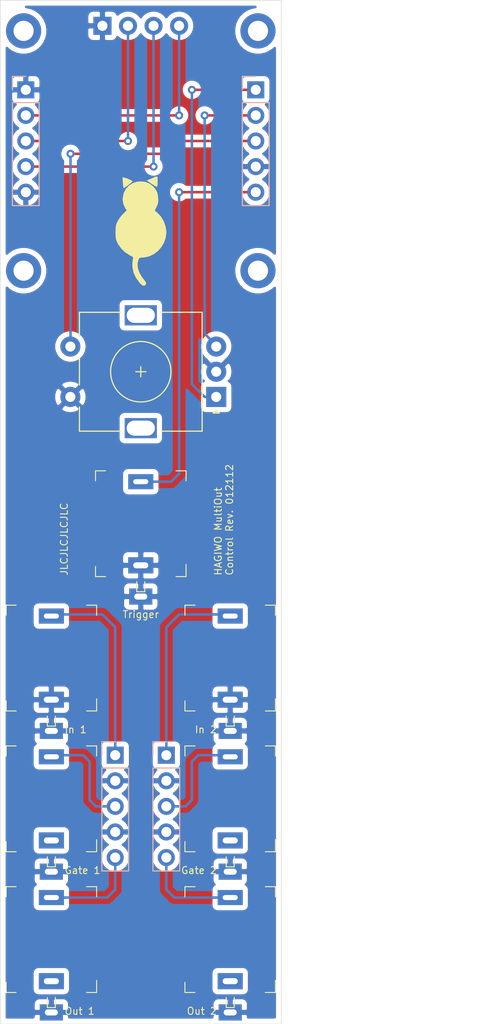
<source format=kicad_pcb>
(kicad_pcb (version 20171130) (host pcbnew "(5.1.10)-1")

  (general
    (thickness 1.6)
    (drawings 6)
    (tracks 63)
    (zones 0)
    (modules 14)
    (nets 15)
  )

  (page A4)
  (layers
    (0 F.Cu signal)
    (31 B.Cu signal)
    (32 B.Adhes user)
    (33 F.Adhes user)
    (34 B.Paste user)
    (35 F.Paste user)
    (36 B.SilkS user)
    (37 F.SilkS user)
    (38 B.Mask user)
    (39 F.Mask user)
    (40 Dwgs.User user hide)
    (41 Cmts.User user)
    (42 Eco1.User user)
    (43 Eco2.User user)
    (44 Edge.Cuts user)
    (45 Margin user)
    (46 B.CrtYd user)
    (47 F.CrtYd user)
    (48 B.Fab user)
    (49 F.Fab user)
  )

  (setup
    (last_trace_width 0.25)
    (trace_clearance 0.2)
    (zone_clearance 0.508)
    (zone_45_only no)
    (trace_min 0.2)
    (via_size 0.8)
    (via_drill 0.4)
    (via_min_size 0.4)
    (via_min_drill 0.3)
    (uvia_size 0.3)
    (uvia_drill 0.1)
    (uvias_allowed no)
    (uvia_min_size 0.2)
    (uvia_min_drill 0.1)
    (edge_width 0.05)
    (segment_width 0.2)
    (pcb_text_width 0.3)
    (pcb_text_size 1.5 1.5)
    (mod_edge_width 0.12)
    (mod_text_size 1 1)
    (mod_text_width 0.15)
    (pad_size 1.524 1.524)
    (pad_drill 0.762)
    (pad_to_mask_clearance 0)
    (aux_axis_origin 0 0)
    (visible_elements 7EFFFFFF)
    (pcbplotparams
      (layerselection 0x010f0_ffffffff)
      (usegerberextensions true)
      (usegerberattributes false)
      (usegerberadvancedattributes true)
      (creategerberjobfile false)
      (excludeedgelayer true)
      (linewidth 0.100000)
      (plotframeref false)
      (viasonmask false)
      (mode 1)
      (useauxorigin false)
      (hpglpennumber 1)
      (hpglpenspeed 20)
      (hpglpendiameter 15.000000)
      (psnegative false)
      (psa4output false)
      (plotreference true)
      (plotvalue true)
      (plotinvisibletext false)
      (padsonsilk false)
      (subtractmaskfromsilk false)
      (outputformat 1)
      (mirror false)
      (drillshape 0)
      (scaleselection 1)
      (outputdirectory "Gerber/"))
  )

  (net 0 "")
  (net 1 GND)
  (net 2 +3V3)
  (net 3 SDA)
  (net 4 SCL)
  (net 5 Trigger)
  (net 6 In1)
  (net 7 Gate1)
  (net 8 Out1)
  (net 9 In2)
  (net 10 Gate2)
  (net 11 Out2)
  (net 12 Enc_SW)
  (net 13 Enc_B)
  (net 14 Enc_A)

  (net_class Default "This is the default net class."
    (clearance 0.2)
    (trace_width 0.25)
    (via_dia 0.8)
    (via_drill 0.4)
    (uvia_dia 0.3)
    (uvia_drill 0.1)
    (add_net +3V3)
    (add_net Enc_A)
    (add_net Enc_B)
    (add_net Enc_SW)
    (add_net GND)
    (add_net Gate1)
    (add_net Gate2)
    (add_net In1)
    (add_net In2)
    (add_net Out1)
    (add_net Out2)
    (add_net SCL)
    (add_net SDA)
    (add_net Trigger)
  )

  (module "Eurorack_Synth:CATs Tiny" locked (layer F.Cu) (tedit 5FB92167) (tstamp 61CED01F)
    (at 13.97 22.86)
    (fp_text reference G*** (at 0 0) (layer Dwgs.User) hide
      (effects (font (size 1.524 1.524) (thickness 0.3)))
    )
    (fp_text value LOGO (at 0.75 0) (layer Dwgs.User) hide
      (effects (font (size 1.524 1.524) (thickness 0.3)))
    )
    (fp_poly (pts (xy 0.456975 -4.829467) (xy 0.844529 -4.680439) (xy 1.191874 -4.417732) (xy 1.225458 -4.384822)
      (xy 1.464055 -4.107912) (xy 1.614725 -3.824626) (xy 1.697509 -3.48841) (xy 1.723932 -3.226841)
      (xy 1.734654 -2.951323) (xy 1.716742 -2.749366) (xy 1.65967 -2.562077) (xy 1.569921 -2.365136)
      (xy 1.384587 -1.986327) (xy 1.6542 -1.762371) (xy 2.003462 -1.391333) (xy 2.277837 -0.934957)
      (xy 2.461494 -0.427833) (xy 2.538602 0.095445) (xy 2.54 0.173282) (xy 2.479094 0.70132)
      (xy 2.306737 1.199219) (xy 2.038466 1.650702) (xy 1.689822 2.039491) (xy 1.276342 2.34931)
      (xy 0.813566 2.56388) (xy 0.317032 2.666923) (xy 0.153071 2.673684) (xy -0.034668 2.683029)
      (xy -0.140304 2.732592) (xy -0.215185 2.854664) (xy -0.245147 2.924124) (xy -0.328912 3.292435)
      (xy -0.298378 3.702429) (xy -0.158607 4.135591) (xy 0.085336 4.573404) (xy 0.274598 4.824623)
      (xy 0.44326 5.045034) (xy 0.52047 5.201237) (xy 0.514114 5.318485) (xy 0.454526 5.400842)
      (xy 0.324072 5.474092) (xy 0.173517 5.440022) (xy -0.011028 5.293) (xy -0.130663 5.163553)
      (xy -0.480998 4.677667) (xy -0.713949 4.170772) (xy -0.8228 3.658744) (xy -0.830224 3.509211)
      (xy -0.825258 3.237845) (xy -0.807069 2.990606) (xy -0.782155 2.833508) (xy -0.759598 2.718381)
      (xy -0.780562 2.638134) (xy -0.86865 2.564707) (xy -1.047465 2.470041) (xy -1.116366 2.436221)
      (xy -1.549326 2.159047) (xy -1.938428 1.784867) (xy -2.247699 1.350126) (xy -2.315877 1.220895)
      (xy -2.404608 1.024189) (xy -2.460164 0.848821) (xy -2.490089 0.652432) (xy -2.501923 0.392661)
      (xy -2.503487 0.167105) (xy -2.499561 -0.156144) (xy -2.482584 -0.388705) (xy -2.444758 -0.573474)
      (xy -2.378284 -0.753342) (xy -2.309046 -0.902368) (xy -2.143994 -1.180462) (xy -1.923215 -1.472277)
      (xy -1.755235 -1.655242) (xy -1.395863 -2.007063) (xy -1.52418 -2.189979) (xy -1.717078 -2.579583)
      (xy -1.793965 -3.026348) (xy -1.787131 -3.273137) (xy -1.682718 -3.746388) (xy -1.46985 -4.15336)
      (xy -1.162458 -4.481549) (xy -0.774479 -4.718456) (xy -0.319844 -4.851579) (xy 0 -4.876538)
      (xy 0.456975 -4.829467)) (layer F.SilkS) (width 0.01))
    (fp_poly (pts (xy -1.562706 -5.239162) (xy -1.330645 -5.154334) (xy -1.283703 -5.135003) (xy -1.058284 -5.033511)
      (xy -0.893477 -4.945537) (xy -0.817481 -4.886585) (xy -0.815808 -4.877756) (xy -0.873658 -4.81923)
      (xy -1.007804 -4.70839) (xy -1.186161 -4.56946) (xy -1.376644 -4.426659) (xy -1.547168 -4.304209)
      (xy -1.66565 -4.22633) (xy -1.698959 -4.211053) (xy -1.717896 -4.272226) (xy -1.742797 -4.433953)
      (xy -1.768786 -4.663544) (xy -1.772965 -4.707022) (xy -1.792492 -4.956568) (xy -1.800971 -5.155657)
      (xy -1.79686 -5.265493) (xy -1.795379 -5.271027) (xy -1.726325 -5.280374) (xy -1.562706 -5.239162)) (layer F.SilkS) (width 0.01))
    (fp_poly (pts (xy 1.658089 -5.308771) (xy 1.673741 -5.187171) (xy 1.671837 -4.983051) (xy 1.671052 -4.877819)
      (xy 1.6641 -4.588967) (xy 1.641688 -4.418388) (xy 1.601483 -4.351319) (xy 1.5875 -4.349029)
      (xy 1.496195 -4.386629) (xy 1.327628 -4.482723) (xy 1.113766 -4.618727) (xy 1.049907 -4.661574)
      (xy 0.595867 -4.969826) (xy 0.983065 -5.130296) (xy 1.287368 -5.258615) (xy 1.486744 -5.336478)
      (xy 1.603037 -5.355868) (xy 1.658089 -5.308771)) (layer F.SilkS) (width 0.01))
  )

  (module OLED:0.96inch_OLED_MC096GX (layer F.Cu) (tedit 61CD8BB0) (tstamp 61D382F7)
    (at 13.97 2.54)
    (path /61CDD46E)
    (fp_text reference D1 (at 0 10.16) (layer Dwgs.User) hide
      (effects (font (size 1 1) (thickness 0.15)))
    )
    (fp_text value SSD1306_4Pin (at 0 24.13) (layer Dwgs.User) hide
      (effects (font (size 1 1) (thickness 0.15)))
    )
    (fp_line (start 25.4 17.78) (end 25.4 7.62) (layer Dwgs.User) (width 0.12))
    (fp_line (start 15.24 10.16) (end 35.56 10.16) (layer Dwgs.User) (width 0.12))
    (fp_line (start -13.65 -1.5) (end 13.65 -1.5) (layer F.Fab) (width 0.1))
    (fp_line (start -13.65 26.3) (end 13.65 26.3) (layer F.Fab) (width 0.1))
    (fp_line (start -13.65 -1.5) (end -13.65 26.3) (layer F.Fab) (width 0.1))
    (fp_line (start 13.65 -1.5) (end 13.65 26.3) (layer F.Fab) (width 0.1))
    (fp_line (start -10.87 4.87) (end 10.87 4.87) (layer F.Fab) (width 0.1))
    (fp_line (start -10.87 15.73) (end 10.87 15.73) (layer F.Fab) (width 0.1))
    (fp_line (start 10.87 4.87) (end 10.87 15.73) (layer F.Fab) (width 0.1))
    (fp_line (start -10.87 4.87) (end -10.87 15.73) (layer F.Fab) (width 0.1))
    (fp_text user SKU (at 26.67 8.89) (layer Dwgs.User)
      (effects (font (size 1 1) (thickness 0.15)) (justify left))
    )
    (fp_text user Color (at 15.24 8.89) (layer Dwgs.User)
      (effects (font (size 1 1) (thickness 0.15)) (justify left))
    )
    (fp_text user MC096GY (at 26.67 16.51) (layer Dwgs.User)
      (effects (font (size 1 1) (thickness 0.15)) (justify left))
    )
    (fp_text user MC096GB (at 26.67 13.97) (layer Dwgs.User)
      (effects (font (size 1 1) (thickness 0.15)) (justify left))
    )
    (fp_text user MC096GW (at 26.67 11.43) (layer Dwgs.User)
      (effects (font (size 1 1) (thickness 0.15)) (justify left))
    )
    (fp_text user blue/yellow (at 15.24 16.51) (layer Dwgs.User)
      (effects (font (size 1 1) (thickness 0.15)) (justify left))
    )
    (fp_text user blue (at 15.24 13.97) (layer Dwgs.User)
      (effects (font (size 1 1) (thickness 0.15)) (justify left))
    )
    (fp_text user white (at 15.24 11.43) (layer Dwgs.User)
      (effects (font (size 1 1) (thickness 0.15)) (justify left))
    )
    (pad SDA thru_hole circle (at 3.81 0) (size 1.8 1.8) (drill 1) (layers *.Cu *.Mask)
      (net 3 SDA))
    (pad SCL thru_hole circle (at 1.27 0) (size 1.8 1.8) (drill 1) (layers *.Cu *.Mask)
      (net 4 SCL))
    (pad VCC thru_hole circle (at -1.27 0) (size 1.8 1.8) (drill 1) (layers *.Cu *.Mask)
      (net 2 +3V3))
    (pad GND thru_hole rect (at -3.81 0) (size 1.8 1.8) (drill 1) (layers *.Cu *.Mask)
      (net 1 GND))
    (pad "" np_thru_hole circle (at 11.65 24.3) (size 3.5 3.5) (drill 2) (layers *.Cu *.Mask))
    (pad "" np_thru_hole circle (at -11.65 24.3) (size 3.5 3.5) (drill 2) (layers *.Cu *.Mask))
    (pad "" np_thru_hole circle (at 11.65 0.5) (size 3.5 3.5) (drill 2) (layers *.Cu *.Mask))
    (pad "" np_thru_hole circle (at -11.65 0.5) (size 3.5 3.5) (drill 2) (layers *.Cu *.Mask))
  )

  (module Connector_PinSocket_2.54mm:PinSocket_1x05_P2.54mm_Vertical locked (layer B.Cu) (tedit 5A19A420) (tstamp 61CD90ED)
    (at 2.54 8.89 180)
    (descr "Through hole straight socket strip, 1x05, 2.54mm pitch, single row (from Kicad 4.0.7), script generated")
    (tags "Through hole socket strip THT 1x05 2.54mm single row")
    (path /621708C9)
    (fp_text reference J11 (at 0 2.77) (layer Dwgs.User) hide
      (effects (font (size 1 1) (thickness 0.15)) (justify mirror))
    )
    (fp_text value I2C (at 0 -12.93) (layer Dwgs.User) hide
      (effects (font (size 1 1) (thickness 0.15)) (justify mirror))
    )
    (fp_line (start -1.27 1.27) (end 0.635 1.27) (layer B.Fab) (width 0.1))
    (fp_line (start 0.635 1.27) (end 1.27 0.635) (layer B.Fab) (width 0.1))
    (fp_line (start 1.27 0.635) (end 1.27 -11.43) (layer B.Fab) (width 0.1))
    (fp_line (start 1.27 -11.43) (end -1.27 -11.43) (layer B.Fab) (width 0.1))
    (fp_line (start -1.27 -11.43) (end -1.27 1.27) (layer B.Fab) (width 0.1))
    (fp_line (start -1.33 -1.27) (end 1.33 -1.27) (layer B.SilkS) (width 0.12))
    (fp_line (start -1.33 -1.27) (end -1.33 -11.49) (layer B.SilkS) (width 0.12))
    (fp_line (start -1.33 -11.49) (end 1.33 -11.49) (layer B.SilkS) (width 0.12))
    (fp_line (start 1.33 -1.27) (end 1.33 -11.49) (layer B.SilkS) (width 0.12))
    (fp_line (start 1.33 1.33) (end 1.33 0) (layer B.SilkS) (width 0.12))
    (fp_line (start 0 1.33) (end 1.33 1.33) (layer B.SilkS) (width 0.12))
    (fp_line (start -1.8 1.8) (end 1.75 1.8) (layer B.CrtYd) (width 0.05))
    (fp_line (start 1.75 1.8) (end 1.75 -11.9) (layer B.CrtYd) (width 0.05))
    (fp_line (start 1.75 -11.9) (end -1.8 -11.9) (layer B.CrtYd) (width 0.05))
    (fp_line (start -1.8 -11.9) (end -1.8 1.8) (layer B.CrtYd) (width 0.05))
    (fp_text user %R (at 0 -5.08 270) (layer Dwgs.User) hide
      (effects (font (size 1 1) (thickness 0.15)) (justify mirror))
    )
    (pad 5 thru_hole oval (at 0 -10.16 180) (size 1.7 1.7) (drill 1) (layers *.Cu *.Mask)
      (net 1 GND))
    (pad 4 thru_hole oval (at 0 -7.62 180) (size 1.7 1.7) (drill 1) (layers *.Cu *.Mask)
      (net 4 SCL))
    (pad 3 thru_hole oval (at 0 -5.08 180) (size 1.7 1.7) (drill 1) (layers *.Cu *.Mask)
      (net 2 +3V3))
    (pad 2 thru_hole oval (at 0 -2.54 180) (size 1.7 1.7) (drill 1) (layers *.Cu *.Mask)
      (net 3 SDA))
    (pad 1 thru_hole rect (at 0 0 180) (size 1.7 1.7) (drill 1) (layers *.Cu *.Mask)
      (net 1 GND))
    (model ${KISYS3DMOD}/Connector_PinSocket_2.54mm.3dshapes/PinSocket_1x05_P2.54mm_Vertical.wrl
      (at (xyz 0 0 0))
      (scale (xyz 1 1 1))
      (rotate (xyz 0 0 0))
    )
  )

  (module Connector_PinSocket_2.54mm:PinSocket_1x05_P2.54mm_Vertical locked (layer B.Cu) (tedit 5A19A420) (tstamp 61CD90D4)
    (at 16.51 74.93 180)
    (descr "Through hole straight socket strip, 1x05, 2.54mm pitch, single row (from Kicad 4.0.7), script generated")
    (tags "Through hole socket strip THT 1x05 2.54mm single row")
    (path /620A9B01)
    (fp_text reference J10 (at 0 2.77) (layer Dwgs.User) hide
      (effects (font (size 1 1) (thickness 0.15)) (justify mirror))
    )
    (fp_text value "Ch. 2" (at 0 -12.93) (layer Dwgs.User) hide
      (effects (font (size 1 1) (thickness 0.15)) (justify mirror))
    )
    (fp_line (start -1.27 1.27) (end 0.635 1.27) (layer B.Fab) (width 0.1))
    (fp_line (start 0.635 1.27) (end 1.27 0.635) (layer B.Fab) (width 0.1))
    (fp_line (start 1.27 0.635) (end 1.27 -11.43) (layer B.Fab) (width 0.1))
    (fp_line (start 1.27 -11.43) (end -1.27 -11.43) (layer B.Fab) (width 0.1))
    (fp_line (start -1.27 -11.43) (end -1.27 1.27) (layer B.Fab) (width 0.1))
    (fp_line (start -1.33 -1.27) (end 1.33 -1.27) (layer B.SilkS) (width 0.12))
    (fp_line (start -1.33 -1.27) (end -1.33 -11.49) (layer B.SilkS) (width 0.12))
    (fp_line (start -1.33 -11.49) (end 1.33 -11.49) (layer B.SilkS) (width 0.12))
    (fp_line (start 1.33 -1.27) (end 1.33 -11.49) (layer B.SilkS) (width 0.12))
    (fp_line (start 1.33 1.33) (end 1.33 0) (layer B.SilkS) (width 0.12))
    (fp_line (start 0 1.33) (end 1.33 1.33) (layer B.SilkS) (width 0.12))
    (fp_line (start -1.8 1.8) (end 1.75 1.8) (layer B.CrtYd) (width 0.05))
    (fp_line (start 1.75 1.8) (end 1.75 -11.9) (layer B.CrtYd) (width 0.05))
    (fp_line (start 1.75 -11.9) (end -1.8 -11.9) (layer B.CrtYd) (width 0.05))
    (fp_line (start -1.8 -11.9) (end -1.8 1.8) (layer B.CrtYd) (width 0.05))
    (fp_text user %R (at 0 -5.08 270) (layer Dwgs.User) hide
      (effects (font (size 1 1) (thickness 0.15)) (justify mirror))
    )
    (pad 5 thru_hole oval (at 0 -10.16 180) (size 1.7 1.7) (drill 1) (layers *.Cu *.Mask)
      (net 11 Out2))
    (pad 4 thru_hole oval (at 0 -7.62 180) (size 1.7 1.7) (drill 1) (layers *.Cu *.Mask)
      (net 1 GND))
    (pad 3 thru_hole oval (at 0 -5.08 180) (size 1.7 1.7) (drill 1) (layers *.Cu *.Mask)
      (net 10 Gate2))
    (pad 2 thru_hole oval (at 0 -2.54 180) (size 1.7 1.7) (drill 1) (layers *.Cu *.Mask)
      (net 1 GND))
    (pad 1 thru_hole rect (at 0 0 180) (size 1.7 1.7) (drill 1) (layers *.Cu *.Mask)
      (net 9 In2))
    (model ${KISYS3DMOD}/Connector_PinSocket_2.54mm.3dshapes/PinSocket_1x05_P2.54mm_Vertical.wrl
      (at (xyz 0 0 0))
      (scale (xyz 1 1 1))
      (rotate (xyz 0 0 0))
    )
  )

  (module Connector_PinSocket_2.54mm:PinSocket_1x05_P2.54mm_Vertical (layer B.Cu) (tedit 5A19A420) (tstamp 61CD90BB)
    (at 11.43 74.93 180)
    (descr "Through hole straight socket strip, 1x05, 2.54mm pitch, single row (from Kicad 4.0.7), script generated")
    (tags "Through hole socket strip THT 1x05 2.54mm single row")
    (path /62066282)
    (fp_text reference J9 (at 0 2.77) (layer Dwgs.User) hide
      (effects (font (size 1 1) (thickness 0.15)) (justify mirror))
    )
    (fp_text value "Ch. 1" (at 0 -12.93) (layer Dwgs.User) hide
      (effects (font (size 1 1) (thickness 0.15)) (justify mirror))
    )
    (fp_line (start -1.27 1.27) (end 0.635 1.27) (layer B.Fab) (width 0.1))
    (fp_line (start 0.635 1.27) (end 1.27 0.635) (layer B.Fab) (width 0.1))
    (fp_line (start 1.27 0.635) (end 1.27 -11.43) (layer B.Fab) (width 0.1))
    (fp_line (start 1.27 -11.43) (end -1.27 -11.43) (layer B.Fab) (width 0.1))
    (fp_line (start -1.27 -11.43) (end -1.27 1.27) (layer B.Fab) (width 0.1))
    (fp_line (start -1.33 -1.27) (end 1.33 -1.27) (layer B.SilkS) (width 0.12))
    (fp_line (start -1.33 -1.27) (end -1.33 -11.49) (layer B.SilkS) (width 0.12))
    (fp_line (start -1.33 -11.49) (end 1.33 -11.49) (layer B.SilkS) (width 0.12))
    (fp_line (start 1.33 -1.27) (end 1.33 -11.49) (layer B.SilkS) (width 0.12))
    (fp_line (start 1.33 1.33) (end 1.33 0) (layer B.SilkS) (width 0.12))
    (fp_line (start 0 1.33) (end 1.33 1.33) (layer B.SilkS) (width 0.12))
    (fp_line (start -1.8 1.8) (end 1.75 1.8) (layer B.CrtYd) (width 0.05))
    (fp_line (start 1.75 1.8) (end 1.75 -11.9) (layer B.CrtYd) (width 0.05))
    (fp_line (start 1.75 -11.9) (end -1.8 -11.9) (layer B.CrtYd) (width 0.05))
    (fp_line (start -1.8 -11.9) (end -1.8 1.8) (layer B.CrtYd) (width 0.05))
    (fp_text user %R (at 0 -5.08 270) (layer Dwgs.User) hide
      (effects (font (size 1 1) (thickness 0.15)) (justify mirror))
    )
    (pad 5 thru_hole oval (at 0 -10.16 180) (size 1.7 1.7) (drill 1) (layers *.Cu *.Mask)
      (net 8 Out1))
    (pad 4 thru_hole oval (at 0 -7.62 180) (size 1.7 1.7) (drill 1) (layers *.Cu *.Mask)
      (net 1 GND))
    (pad 3 thru_hole oval (at 0 -5.08 180) (size 1.7 1.7) (drill 1) (layers *.Cu *.Mask)
      (net 7 Gate1))
    (pad 2 thru_hole oval (at 0 -2.54 180) (size 1.7 1.7) (drill 1) (layers *.Cu *.Mask)
      (net 1 GND))
    (pad 1 thru_hole rect (at 0 0 180) (size 1.7 1.7) (drill 1) (layers *.Cu *.Mask)
      (net 6 In1))
    (model ${KISYS3DMOD}/Connector_PinSocket_2.54mm.3dshapes/PinSocket_1x05_P2.54mm_Vertical.wrl
      (at (xyz 0 0 0))
      (scale (xyz 1 1 1))
      (rotate (xyz 0 0 0))
    )
  )

  (module Connector_PinSocket_2.54mm:PinSocket_1x05_P2.54mm_Vertical (layer B.Cu) (tedit 5A19A420) (tstamp 61CD90A2)
    (at 25.4 8.89 180)
    (descr "Through hole straight socket strip, 1x05, 2.54mm pitch, single row (from Kicad 4.0.7), script generated")
    (tags "Through hole socket strip THT 1x05 2.54mm single row")
    (path /6211A065)
    (fp_text reference J8 (at 0 2.77) (layer Dwgs.User) hide
      (effects (font (size 1 1) (thickness 0.15)) (justify mirror))
    )
    (fp_text value EncTrig (at 0 -12.93) (layer Dwgs.User) hide
      (effects (font (size 1 1) (thickness 0.15)) (justify mirror))
    )
    (fp_line (start -1.27 1.27) (end 0.635 1.27) (layer B.Fab) (width 0.1))
    (fp_line (start 0.635 1.27) (end 1.27 0.635) (layer B.Fab) (width 0.1))
    (fp_line (start 1.27 0.635) (end 1.27 -11.43) (layer B.Fab) (width 0.1))
    (fp_line (start 1.27 -11.43) (end -1.27 -11.43) (layer B.Fab) (width 0.1))
    (fp_line (start -1.27 -11.43) (end -1.27 1.27) (layer B.Fab) (width 0.1))
    (fp_line (start -1.33 -1.27) (end 1.33 -1.27) (layer B.SilkS) (width 0.12))
    (fp_line (start -1.33 -1.27) (end -1.33 -11.49) (layer B.SilkS) (width 0.12))
    (fp_line (start -1.33 -11.49) (end 1.33 -11.49) (layer B.SilkS) (width 0.12))
    (fp_line (start 1.33 -1.27) (end 1.33 -11.49) (layer B.SilkS) (width 0.12))
    (fp_line (start 1.33 1.33) (end 1.33 0) (layer B.SilkS) (width 0.12))
    (fp_line (start 0 1.33) (end 1.33 1.33) (layer B.SilkS) (width 0.12))
    (fp_line (start -1.8 1.8) (end 1.75 1.8) (layer B.CrtYd) (width 0.05))
    (fp_line (start 1.75 1.8) (end 1.75 -11.9) (layer B.CrtYd) (width 0.05))
    (fp_line (start 1.75 -11.9) (end -1.8 -11.9) (layer B.CrtYd) (width 0.05))
    (fp_line (start -1.8 -11.9) (end -1.8 1.8) (layer B.CrtYd) (width 0.05))
    (fp_text user %R (at 0 -5.08 270) (layer Dwgs.User) hide
      (effects (font (size 1 1) (thickness 0.15)) (justify mirror))
    )
    (pad 5 thru_hole oval (at 0 -10.16 180) (size 1.7 1.7) (drill 1) (layers *.Cu *.Mask)
      (net 5 Trigger))
    (pad 4 thru_hole oval (at 0 -7.62 180) (size 1.7 1.7) (drill 1) (layers *.Cu *.Mask)
      (net 1 GND))
    (pad 3 thru_hole oval (at 0 -5.08 180) (size 1.7 1.7) (drill 1) (layers *.Cu *.Mask)
      (net 12 Enc_SW))
    (pad 2 thru_hole oval (at 0 -2.54 180) (size 1.7 1.7) (drill 1) (layers *.Cu *.Mask)
      (net 13 Enc_B))
    (pad 1 thru_hole rect (at 0 0 180) (size 1.7 1.7) (drill 1) (layers *.Cu *.Mask)
      (net 14 Enc_A))
    (model ${KISYS3DMOD}/Connector_PinSocket_2.54mm.3dshapes/PinSocket_1x05_P2.54mm_Vertical.wrl
      (at (xyz 0 0 0))
      (scale (xyz 1 1 1))
      (rotate (xyz 0 0 0))
    )
  )

  (module Rotary_Encoder:RotaryEncoder_Alps_EC11E-Switch_Vertical_H20mm (layer F.Cu) (tedit 5A74C8CB) (tstamp 61D3BDC5)
    (at 21.47 39.37 180)
    (descr "Alps rotary encoder, EC12E... with switch, vertical shaft, http://www.alps.com/prod/info/E/HTML/Encoder/Incremental/EC11/EC11E15204A3.html")
    (tags "rotary encoder")
    (path /61E46E63)
    (fp_text reference SW1 (at 2.8 -4.7) (layer Dwgs.User) hide
      (effects (font (size 1 1) (thickness 0.15)))
    )
    (fp_text value Enc (at 7.5 10.4) (layer Dwgs.User) hide
      (effects (font (size 1 1) (thickness 0.15)))
    )
    (fp_circle (center 7.5 2.5) (end 10.5 2.5) (layer F.Fab) (width 0.12))
    (fp_circle (center 7.5 2.5) (end 10.5 2.5) (layer F.SilkS) (width 0.12))
    (fp_line (start 16 9.6) (end -1.5 9.6) (layer F.CrtYd) (width 0.05))
    (fp_line (start 16 9.6) (end 16 -4.6) (layer F.CrtYd) (width 0.05))
    (fp_line (start -1.5 -4.6) (end -1.5 9.6) (layer F.CrtYd) (width 0.05))
    (fp_line (start -1.5 -4.6) (end 16 -4.6) (layer F.CrtYd) (width 0.05))
    (fp_line (start 2.5 -3.3) (end 13.5 -3.3) (layer F.Fab) (width 0.12))
    (fp_line (start 13.5 -3.3) (end 13.5 8.3) (layer F.Fab) (width 0.12))
    (fp_line (start 13.5 8.3) (end 1.5 8.3) (layer F.Fab) (width 0.12))
    (fp_line (start 1.5 8.3) (end 1.5 -2.2) (layer F.Fab) (width 0.12))
    (fp_line (start 1.5 -2.2) (end 2.5 -3.3) (layer F.Fab) (width 0.12))
    (fp_line (start 9.5 -3.4) (end 13.6 -3.4) (layer F.SilkS) (width 0.12))
    (fp_line (start 13.6 8.4) (end 9.5 8.4) (layer F.SilkS) (width 0.12))
    (fp_line (start 5.5 8.4) (end 1.4 8.4) (layer F.SilkS) (width 0.12))
    (fp_line (start 5.5 -3.4) (end 1.4 -3.4) (layer F.SilkS) (width 0.12))
    (fp_line (start 1.4 -3.4) (end 1.4 8.4) (layer F.SilkS) (width 0.12))
    (fp_line (start 0 -1.3) (end -0.3 -1.6) (layer F.SilkS) (width 0.12))
    (fp_line (start -0.3 -1.6) (end 0.3 -1.6) (layer F.SilkS) (width 0.12))
    (fp_line (start 0.3 -1.6) (end 0 -1.3) (layer F.SilkS) (width 0.12))
    (fp_line (start 7.5 -0.5) (end 7.5 5.5) (layer F.Fab) (width 0.12))
    (fp_line (start 4.5 2.5) (end 10.5 2.5) (layer F.Fab) (width 0.12))
    (fp_line (start 13.6 -3.4) (end 13.6 -1) (layer F.SilkS) (width 0.12))
    (fp_line (start 13.6 1.2) (end 13.6 3.8) (layer F.SilkS) (width 0.12))
    (fp_line (start 13.6 6) (end 13.6 8.4) (layer F.SilkS) (width 0.12))
    (fp_line (start 7.5 2) (end 7.5 3) (layer F.SilkS) (width 0.12))
    (fp_line (start 7 2.5) (end 8 2.5) (layer F.SilkS) (width 0.12))
    (fp_text user %R (at 11.1 6.3) (layer Dwgs.User) hide
      (effects (font (size 1 1) (thickness 0.15)))
    )
    (pad A thru_hole rect (at 0 0 180) (size 2 2) (drill 1) (layers *.Cu *.Mask)
      (net 14 Enc_A))
    (pad C thru_hole circle (at 0 2.5 180) (size 2 2) (drill 1) (layers *.Cu *.Mask)
      (net 1 GND))
    (pad B thru_hole circle (at 0 5 180) (size 2 2) (drill 1) (layers *.Cu *.Mask)
      (net 13 Enc_B))
    (pad MP thru_hole rect (at 7.5 -3.1 180) (size 3.2 2) (drill oval 2.8 1.5) (layers *.Cu *.Mask))
    (pad MP thru_hole rect (at 7.5 8.1 180) (size 3.2 2) (drill oval 2.8 1.5) (layers *.Cu *.Mask))
    (pad S2 thru_hole circle (at 14.5 0 180) (size 2 2) (drill 1) (layers *.Cu *.Mask)
      (net 1 GND))
    (pad S1 thru_hole circle (at 14.5 5 180) (size 2 2) (drill 1) (layers *.Cu *.Mask)
      (net 12 Enc_SW))
    (model ${KISYS3DMOD}/Rotary_Encoder.3dshapes/RotaryEncoder_Alps_EC11E-Switch_Vertical_H20mm.wrl
      (at (xyz 0 0 0))
      (scale (xyz 1 1 1))
      (rotate (xyz 0 0 0))
    )
  )

  (module Connector_Audio_QingPu:Jack_3.5mm_QingPu_WQP-PJ301M-12 (layer F.Cu) (tedit 611CEDDE) (tstamp 61CD9672)
    (at 22.86 93.98)
    (path /61D48B35)
    (fp_text reference J7 (at 0 8.255) (layer Dwgs.User) hide
      (effects (font (size 1 1) (thickness 0.15)))
    )
    (fp_text value "Out 2" (at -1.27 6.35) (layer F.SilkS)
      (effects (font (size 0.7 0.7) (thickness 0.1)) (justify right))
    )
    (fp_circle (center 0 0) (end 1.8 0) (layer F.Fab) (width 0.1))
    (fp_circle (center 0 0) (end 3 0) (layer F.Fab) (width 0.1))
    (fp_line (start -2.645751 -3) (end 2.644744 -3.000888) (layer F.Fab) (width 0.1))
    (fp_line (start -2.644744 3.000888) (end 2.645751 3) (layer F.Fab) (width 0.1))
    (fp_line (start -4.5 -6) (end 4.5 -6) (layer F.Fab) (width 0.1))
    (fp_line (start 4.5 -6) (end 4.5 4.5) (layer F.Fab) (width 0.1))
    (fp_line (start -4.5 4.5) (end 4.5 4.5) (layer F.Fab) (width 0.1))
    (fp_line (start -4.5 4.5) (end -4.5 -6) (layer F.Fab) (width 0.1))
    (fp_line (start -0.4 4.5) (end -0.4 6) (layer F.Fab) (width 0.1))
    (fp_line (start -0.4 6) (end 0.4 6) (layer F.Fab) (width 0.1))
    (fp_line (start 0.4 4.5) (end 0.4 6) (layer F.Fab) (width 0.1))
    (fp_line (start -4.5 -6) (end -3.5 -6) (layer F.SilkS) (width 0.1))
    (fp_line (start -4.5 -6) (end -4.5 -5) (layer F.SilkS) (width 0.1))
    (fp_line (start 4.5 -6) (end 4.5 -5) (layer F.SilkS) (width 0.1))
    (fp_line (start 4.5 -6) (end 3.5 -6) (layer F.SilkS) (width 0.1))
    (fp_line (start -4.5 4.5) (end -4.5 3.5) (layer F.SilkS) (width 0.1))
    (fp_line (start -4.5 4.5) (end -3.5 4.5) (layer F.SilkS) (width 0.1))
    (fp_line (start 4.5 4.5) (end 4.5 3.3) (layer F.SilkS) (width 0.1))
    (fp_line (start 4.5 4.5) (end 3.5 4.5) (layer F.SilkS) (width 0.1))
    (fp_line (start -0.4 5) (end -0.4 6) (layer F.SilkS) (width 0.1))
    (fp_line (start -0.4 6) (end 0.4 6) (layer F.SilkS) (width 0.1))
    (fp_line (start 0.4 5) (end 0.4 6) (layer F.SilkS) (width 0.1))
    (fp_line (start -4.5 -6) (end 4.5 -6) (layer F.CrtYd) (width 0.05))
    (fp_line (start 4.5 -6) (end 4.5 7.28) (layer F.CrtYd) (width 0.05))
    (fp_line (start 4.5 7.28) (end -4.5 7.28) (layer F.CrtYd) (width 0.05))
    (fp_line (start -4.5 -6) (end -4.5 7.28) (layer F.CrtYd) (width 0.05))
    (fp_arc (start 0 0) (end -2.645751 -3) (angle -97.2) (layer F.Fab) (width 0.1))
    (fp_arc (start 0 0) (end 2.645751 3) (angle -97.2) (layer F.Fab) (width 0.1))
    (pad T thru_hole rect (at 0 -4.92) (size 2.5 1.5) (drill oval 1.5 0.5) (layers *.Cu *.Mask)
      (net 11 Out2))
    (pad TN thru_hole rect (at 0 3.38) (size 2.5 1.6) (drill oval 1.5 0.6) (layers *.Cu *.Mask))
    (pad S thru_hole rect (at 0 6.48) (size 2.3 1.6) (drill oval 1.3 0.6) (layers *.Cu *.Mask)
      (net 1 GND))
    (model "C:/Users/DEZUEMIC/Documents/Elektronik Test/Libraries/Connector_Audio_QingPu.3dshapes/Jack_3.5mm_QingPu_WQP-PJ301M-12.STEP"
      (offset (xyz 0 0.65 0))
      (scale (xyz 1 1 1))
      (rotate (xyz 0 0 0))
    )
  )

  (module Connector_Audio_QingPu:Jack_3.5mm_QingPu_WQP-PJ301M-12 (layer F.Cu) (tedit 611CEDDE) (tstamp 61CD960C)
    (at 5.08 93.98)
    (path /61D1E9EB)
    (fp_text reference J4 (at 0 8.255) (layer Dwgs.User) hide
      (effects (font (size 1 1) (thickness 0.15)))
    )
    (fp_text value "Out 1" (at 1.27 6.35) (layer F.SilkS)
      (effects (font (size 0.7 0.7) (thickness 0.1)) (justify left))
    )
    (fp_circle (center 0 0) (end 1.8 0) (layer F.Fab) (width 0.1))
    (fp_circle (center 0 0) (end 3 0) (layer F.Fab) (width 0.1))
    (fp_line (start -2.645751 -3) (end 2.644744 -3.000888) (layer F.Fab) (width 0.1))
    (fp_line (start -2.644744 3.000888) (end 2.645751 3) (layer F.Fab) (width 0.1))
    (fp_line (start -4.5 -6) (end 4.5 -6) (layer F.Fab) (width 0.1))
    (fp_line (start 4.5 -6) (end 4.5 4.5) (layer F.Fab) (width 0.1))
    (fp_line (start -4.5 4.5) (end 4.5 4.5) (layer F.Fab) (width 0.1))
    (fp_line (start -4.5 4.5) (end -4.5 -6) (layer F.Fab) (width 0.1))
    (fp_line (start -0.4 4.5) (end -0.4 6) (layer F.Fab) (width 0.1))
    (fp_line (start -0.4 6) (end 0.4 6) (layer F.Fab) (width 0.1))
    (fp_line (start 0.4 4.5) (end 0.4 6) (layer F.Fab) (width 0.1))
    (fp_line (start -4.5 -6) (end -3.5 -6) (layer F.SilkS) (width 0.1))
    (fp_line (start -4.5 -6) (end -4.5 -5) (layer F.SilkS) (width 0.1))
    (fp_line (start 4.5 -6) (end 4.5 -5) (layer F.SilkS) (width 0.1))
    (fp_line (start 4.5 -6) (end 3.5 -6) (layer F.SilkS) (width 0.1))
    (fp_line (start -4.5 4.5) (end -4.5 3.5) (layer F.SilkS) (width 0.1))
    (fp_line (start -4.5 4.5) (end -3.5 4.5) (layer F.SilkS) (width 0.1))
    (fp_line (start 4.5 4.5) (end 4.5 3.3) (layer F.SilkS) (width 0.1))
    (fp_line (start 4.5 4.5) (end 3.5 4.5) (layer F.SilkS) (width 0.1))
    (fp_line (start -0.4 5) (end -0.4 6) (layer F.SilkS) (width 0.1))
    (fp_line (start -0.4 6) (end 0.4 6) (layer F.SilkS) (width 0.1))
    (fp_line (start 0.4 5) (end 0.4 6) (layer F.SilkS) (width 0.1))
    (fp_line (start -4.5 -6) (end 4.5 -6) (layer F.CrtYd) (width 0.05))
    (fp_line (start 4.5 -6) (end 4.5 7.28) (layer F.CrtYd) (width 0.05))
    (fp_line (start 4.5 7.28) (end -4.5 7.28) (layer F.CrtYd) (width 0.05))
    (fp_line (start -4.5 -6) (end -4.5 7.28) (layer F.CrtYd) (width 0.05))
    (fp_arc (start 0 0) (end -2.645751 -3) (angle -97.2) (layer F.Fab) (width 0.1))
    (fp_arc (start 0 0) (end 2.645751 3) (angle -97.2) (layer F.Fab) (width 0.1))
    (pad T thru_hole rect (at 0 -4.92) (size 2.5 1.5) (drill oval 1.5 0.5) (layers *.Cu *.Mask)
      (net 8 Out1))
    (pad TN thru_hole rect (at 0 3.38) (size 2.5 1.6) (drill oval 1.5 0.6) (layers *.Cu *.Mask))
    (pad S thru_hole rect (at 0 6.48) (size 2.3 1.6) (drill oval 1.3 0.6) (layers *.Cu *.Mask)
      (net 1 GND))
    (model "C:/Users/DEZUEMIC/Documents/Elektronik Test/Libraries/Connector_Audio_QingPu.3dshapes/Jack_3.5mm_QingPu_WQP-PJ301M-12.STEP"
      (offset (xyz 0 0.65 0))
      (scale (xyz 1 1 1))
      (rotate (xyz 0 0 0))
    )
  )

  (module Connector_Audio_QingPu:Jack_3.5mm_QingPu_WQP-PJ301M-12 (layer F.Cu) (tedit 611CEDDE) (tstamp 61CD95A6)
    (at 22.86 80.01)
    (path /61D91473)
    (fp_text reference J6 (at 0 8.255) (layer Dwgs.User) hide
      (effects (font (size 1 1) (thickness 0.15)))
    )
    (fp_text value "Gate 2" (at -1.27 6.35) (layer F.SilkS)
      (effects (font (size 0.7 0.7) (thickness 0.1)) (justify right))
    )
    (fp_circle (center 0 0) (end 1.8 0) (layer F.Fab) (width 0.1))
    (fp_circle (center 0 0) (end 3 0) (layer F.Fab) (width 0.1))
    (fp_line (start -2.645751 -3) (end 2.644744 -3.000888) (layer F.Fab) (width 0.1))
    (fp_line (start -2.644744 3.000888) (end 2.645751 3) (layer F.Fab) (width 0.1))
    (fp_line (start -4.5 -6) (end 4.5 -6) (layer F.Fab) (width 0.1))
    (fp_line (start 4.5 -6) (end 4.5 4.5) (layer F.Fab) (width 0.1))
    (fp_line (start -4.5 4.5) (end 4.5 4.5) (layer F.Fab) (width 0.1))
    (fp_line (start -4.5 4.5) (end -4.5 -6) (layer F.Fab) (width 0.1))
    (fp_line (start -0.4 4.5) (end -0.4 6) (layer F.Fab) (width 0.1))
    (fp_line (start -0.4 6) (end 0.4 6) (layer F.Fab) (width 0.1))
    (fp_line (start 0.4 4.5) (end 0.4 6) (layer F.Fab) (width 0.1))
    (fp_line (start -4.5 -6) (end -3.5 -6) (layer F.SilkS) (width 0.1))
    (fp_line (start -4.5 -6) (end -4.5 -5) (layer F.SilkS) (width 0.1))
    (fp_line (start 4.5 -6) (end 4.5 -5) (layer F.SilkS) (width 0.1))
    (fp_line (start 4.5 -6) (end 3.5 -6) (layer F.SilkS) (width 0.1))
    (fp_line (start -4.5 4.5) (end -4.5 3.5) (layer F.SilkS) (width 0.1))
    (fp_line (start -4.5 4.5) (end -3.5 4.5) (layer F.SilkS) (width 0.1))
    (fp_line (start 4.5 4.5) (end 4.5 3.3) (layer F.SilkS) (width 0.1))
    (fp_line (start 4.5 4.5) (end 3.5 4.5) (layer F.SilkS) (width 0.1))
    (fp_line (start -0.4 5) (end -0.4 6) (layer F.SilkS) (width 0.1))
    (fp_line (start -0.4 6) (end 0.4 6) (layer F.SilkS) (width 0.1))
    (fp_line (start 0.4 5) (end 0.4 6) (layer F.SilkS) (width 0.1))
    (fp_line (start -4.5 -6) (end 4.5 -6) (layer F.CrtYd) (width 0.05))
    (fp_line (start 4.5 -6) (end 4.5 7.28) (layer F.CrtYd) (width 0.05))
    (fp_line (start 4.5 7.28) (end -4.5 7.28) (layer F.CrtYd) (width 0.05))
    (fp_line (start -4.5 -6) (end -4.5 7.28) (layer F.CrtYd) (width 0.05))
    (fp_arc (start 0 0) (end -2.645751 -3) (angle -97.2) (layer F.Fab) (width 0.1))
    (fp_arc (start 0 0) (end 2.645751 3) (angle -97.2) (layer F.Fab) (width 0.1))
    (pad T thru_hole rect (at 0 -4.92) (size 2.5 1.5) (drill oval 1.5 0.5) (layers *.Cu *.Mask)
      (net 10 Gate2))
    (pad TN thru_hole rect (at 0 3.38) (size 2.5 1.6) (drill oval 1.5 0.6) (layers *.Cu *.Mask))
    (pad S thru_hole rect (at 0 6.48) (size 2.3 1.6) (drill oval 1.3 0.6) (layers *.Cu *.Mask)
      (net 1 GND))
    (model "C:/Users/DEZUEMIC/Documents/Elektronik Test/Libraries/Connector_Audio_QingPu.3dshapes/Jack_3.5mm_QingPu_WQP-PJ301M-12.STEP"
      (offset (xyz 0 0.65 0))
      (scale (xyz 1 1 1))
      (rotate (xyz 0 0 0))
    )
  )

  (module Connector_Audio_QingPu:Jack_3.5mm_QingPu_WQP-PJ301M-12 (layer F.Cu) (tedit 611CEDDE) (tstamp 61CD9540)
    (at 5.08 80.01)
    (path /61D63450)
    (fp_text reference J3 (at 0 8.255) (layer Dwgs.User) hide
      (effects (font (size 1 1) (thickness 0.15)))
    )
    (fp_text value "Gate 1" (at 1.27 6.35) (layer F.SilkS)
      (effects (font (size 0.7 0.7) (thickness 0.1)) (justify left))
    )
    (fp_circle (center 0 0) (end 1.8 0) (layer F.Fab) (width 0.1))
    (fp_circle (center 0 0) (end 3 0) (layer F.Fab) (width 0.1))
    (fp_line (start -2.645751 -3) (end 2.644744 -3.000888) (layer F.Fab) (width 0.1))
    (fp_line (start -2.644744 3.000888) (end 2.645751 3) (layer F.Fab) (width 0.1))
    (fp_line (start -4.5 -6) (end 4.5 -6) (layer F.Fab) (width 0.1))
    (fp_line (start 4.5 -6) (end 4.5 4.5) (layer F.Fab) (width 0.1))
    (fp_line (start -4.5 4.5) (end 4.5 4.5) (layer F.Fab) (width 0.1))
    (fp_line (start -4.5 4.5) (end -4.5 -6) (layer F.Fab) (width 0.1))
    (fp_line (start -0.4 4.5) (end -0.4 6) (layer F.Fab) (width 0.1))
    (fp_line (start -0.4 6) (end 0.4 6) (layer F.Fab) (width 0.1))
    (fp_line (start 0.4 4.5) (end 0.4 6) (layer F.Fab) (width 0.1))
    (fp_line (start -4.5 -6) (end -3.5 -6) (layer F.SilkS) (width 0.1))
    (fp_line (start -4.5 -6) (end -4.5 -5) (layer F.SilkS) (width 0.1))
    (fp_line (start 4.5 -6) (end 4.5 -5) (layer F.SilkS) (width 0.1))
    (fp_line (start 4.5 -6) (end 3.5 -6) (layer F.SilkS) (width 0.1))
    (fp_line (start -4.5 4.5) (end -4.5 3.5) (layer F.SilkS) (width 0.1))
    (fp_line (start -4.5 4.5) (end -3.5 4.5) (layer F.SilkS) (width 0.1))
    (fp_line (start 4.5 4.5) (end 4.5 3.3) (layer F.SilkS) (width 0.1))
    (fp_line (start 4.5 4.5) (end 3.5 4.5) (layer F.SilkS) (width 0.1))
    (fp_line (start -0.4 5) (end -0.4 6) (layer F.SilkS) (width 0.1))
    (fp_line (start -0.4 6) (end 0.4 6) (layer F.SilkS) (width 0.1))
    (fp_line (start 0.4 5) (end 0.4 6) (layer F.SilkS) (width 0.1))
    (fp_line (start -4.5 -6) (end 4.5 -6) (layer F.CrtYd) (width 0.05))
    (fp_line (start 4.5 -6) (end 4.5 7.28) (layer F.CrtYd) (width 0.05))
    (fp_line (start 4.5 7.28) (end -4.5 7.28) (layer F.CrtYd) (width 0.05))
    (fp_line (start -4.5 -6) (end -4.5 7.28) (layer F.CrtYd) (width 0.05))
    (fp_arc (start 0 0) (end -2.645751 -3) (angle -97.2) (layer F.Fab) (width 0.1))
    (fp_arc (start 0 0) (end 2.645751 3) (angle -97.2) (layer F.Fab) (width 0.1))
    (pad T thru_hole rect (at 0 -4.92) (size 2.5 1.5) (drill oval 1.5 0.5) (layers *.Cu *.Mask)
      (net 7 Gate1))
    (pad TN thru_hole rect (at 0 3.38) (size 2.5 1.6) (drill oval 1.5 0.6) (layers *.Cu *.Mask))
    (pad S thru_hole rect (at 0 6.48) (size 2.3 1.6) (drill oval 1.3 0.6) (layers *.Cu *.Mask)
      (net 1 GND))
    (model "C:/Users/DEZUEMIC/Documents/Elektronik Test/Libraries/Connector_Audio_QingPu.3dshapes/Jack_3.5mm_QingPu_WQP-PJ301M-12.STEP"
      (offset (xyz 0 0.65 0))
      (scale (xyz 1 1 1))
      (rotate (xyz 0 0 0))
    )
  )

  (module Connector_Audio_QingPu:Jack_3.5mm_QingPu_WQP-PJ301M-12 (layer F.Cu) (tedit 611CEDDE) (tstamp 61D3BB2E)
    (at 13.97 52.705)
    (path /61DFC520)
    (fp_text reference J1 (at 0 8.255) (layer Dwgs.User) hide
      (effects (font (size 1 1) (thickness 0.15)))
    )
    (fp_text value Trigger (at 0 8.255) (layer F.SilkS)
      (effects (font (size 0.7 0.7) (thickness 0.1)))
    )
    (fp_circle (center 0 0) (end 1.8 0) (layer F.Fab) (width 0.1))
    (fp_circle (center 0 0) (end 3 0) (layer F.Fab) (width 0.1))
    (fp_line (start -2.645751 -3) (end 2.644744 -3.000888) (layer F.Fab) (width 0.1))
    (fp_line (start -2.644744 3.000888) (end 2.645751 3) (layer F.Fab) (width 0.1))
    (fp_line (start -4.5 -6) (end 4.5 -6) (layer F.Fab) (width 0.1))
    (fp_line (start 4.5 -6) (end 4.5 4.5) (layer F.Fab) (width 0.1))
    (fp_line (start -4.5 4.5) (end 4.5 4.5) (layer F.Fab) (width 0.1))
    (fp_line (start -4.5 4.5) (end -4.5 -6) (layer F.Fab) (width 0.1))
    (fp_line (start -0.4 4.5) (end -0.4 6) (layer F.Fab) (width 0.1))
    (fp_line (start -0.4 6) (end 0.4 6) (layer F.Fab) (width 0.1))
    (fp_line (start 0.4 4.5) (end 0.4 6) (layer F.Fab) (width 0.1))
    (fp_line (start -4.5 -6) (end -3.5 -6) (layer F.SilkS) (width 0.1))
    (fp_line (start -4.5 -6) (end -4.5 -5) (layer F.SilkS) (width 0.1))
    (fp_line (start 4.5 -6) (end 4.5 -5) (layer F.SilkS) (width 0.1))
    (fp_line (start 4.5 -6) (end 3.5 -6) (layer F.SilkS) (width 0.1))
    (fp_line (start -4.5 4.5) (end -4.5 3.5) (layer F.SilkS) (width 0.1))
    (fp_line (start -4.5 4.5) (end -3.5 4.5) (layer F.SilkS) (width 0.1))
    (fp_line (start 4.5 4.5) (end 4.5 3.3) (layer F.SilkS) (width 0.1))
    (fp_line (start 4.5 4.5) (end 3.5 4.5) (layer F.SilkS) (width 0.1))
    (fp_line (start -0.4 5) (end -0.4 6) (layer F.SilkS) (width 0.1))
    (fp_line (start -0.4 6) (end 0.4 6) (layer F.SilkS) (width 0.1))
    (fp_line (start 0.4 5) (end 0.4 6) (layer F.SilkS) (width 0.1))
    (fp_line (start -4.5 -6) (end 4.5 -6) (layer F.CrtYd) (width 0.05))
    (fp_line (start 4.5 -6) (end 4.5 7.28) (layer F.CrtYd) (width 0.05))
    (fp_line (start 4.5 7.28) (end -4.5 7.28) (layer F.CrtYd) (width 0.05))
    (fp_line (start -4.5 -6) (end -4.5 7.28) (layer F.CrtYd) (width 0.05))
    (fp_arc (start 0 0) (end -2.645751 -3) (angle -97.2) (layer F.Fab) (width 0.1))
    (fp_arc (start 0 0) (end 2.645751 3) (angle -97.2) (layer F.Fab) (width 0.1))
    (pad T thru_hole rect (at 0 -4.92) (size 2.5 1.5) (drill oval 1.5 0.5) (layers *.Cu *.Mask)
      (net 5 Trigger))
    (pad TN thru_hole rect (at 0 3.38) (size 2.5 1.6) (drill oval 1.5 0.6) (layers *.Cu *.Mask)
      (net 1 GND))
    (pad S thru_hole rect (at 0 6.48) (size 2.3 1.6) (drill oval 1.3 0.6) (layers *.Cu *.Mask)
      (net 1 GND))
    (model "C:/Users/DEZUEMIC/Documents/Elektronik Test/Libraries/Connector_Audio_QingPu.3dshapes/Jack_3.5mm_QingPu_WQP-PJ301M-12.STEP"
      (offset (xyz 0 0.65 0))
      (scale (xyz 1 1 1))
      (rotate (xyz 0 0 0))
    )
  )

  (module Connector_Audio_QingPu:Jack_3.5mm_QingPu_WQP-PJ301M-12 (layer F.Cu) (tedit 611CEDDE) (tstamp 61CD9474)
    (at 22.86 66.04)
    (path /61DEE95D)
    (fp_text reference J5 (at 0 8.255) (layer Dwgs.User) hide
      (effects (font (size 1 1) (thickness 0.15)))
    )
    (fp_text value "In 2" (at -1.27 6.35) (layer F.SilkS)
      (effects (font (size 0.7 0.7) (thickness 0.1)) (justify right))
    )
    (fp_circle (center 0 0) (end 1.8 0) (layer F.Fab) (width 0.1))
    (fp_circle (center 0 0) (end 3 0) (layer F.Fab) (width 0.1))
    (fp_line (start -2.645751 -3) (end 2.644744 -3.000888) (layer F.Fab) (width 0.1))
    (fp_line (start -2.644744 3.000888) (end 2.645751 3) (layer F.Fab) (width 0.1))
    (fp_line (start -4.5 -6) (end 4.5 -6) (layer F.Fab) (width 0.1))
    (fp_line (start 4.5 -6) (end 4.5 4.5) (layer F.Fab) (width 0.1))
    (fp_line (start -4.5 4.5) (end 4.5 4.5) (layer F.Fab) (width 0.1))
    (fp_line (start -4.5 4.5) (end -4.5 -6) (layer F.Fab) (width 0.1))
    (fp_line (start -0.4 4.5) (end -0.4 6) (layer F.Fab) (width 0.1))
    (fp_line (start -0.4 6) (end 0.4 6) (layer F.Fab) (width 0.1))
    (fp_line (start 0.4 4.5) (end 0.4 6) (layer F.Fab) (width 0.1))
    (fp_line (start -4.5 -6) (end -3.5 -6) (layer F.SilkS) (width 0.1))
    (fp_line (start -4.5 -6) (end -4.5 -5) (layer F.SilkS) (width 0.1))
    (fp_line (start 4.5 -6) (end 4.5 -5) (layer F.SilkS) (width 0.1))
    (fp_line (start 4.5 -6) (end 3.5 -6) (layer F.SilkS) (width 0.1))
    (fp_line (start -4.5 4.5) (end -4.5 3.5) (layer F.SilkS) (width 0.1))
    (fp_line (start -4.5 4.5) (end -3.5 4.5) (layer F.SilkS) (width 0.1))
    (fp_line (start 4.5 4.5) (end 4.5 3.3) (layer F.SilkS) (width 0.1))
    (fp_line (start 4.5 4.5) (end 3.5 4.5) (layer F.SilkS) (width 0.1))
    (fp_line (start -0.4 5) (end -0.4 6) (layer F.SilkS) (width 0.1))
    (fp_line (start -0.4 6) (end 0.4 6) (layer F.SilkS) (width 0.1))
    (fp_line (start 0.4 5) (end 0.4 6) (layer F.SilkS) (width 0.1))
    (fp_line (start -4.5 -6) (end 4.5 -6) (layer F.CrtYd) (width 0.05))
    (fp_line (start 4.5 -6) (end 4.5 7.28) (layer F.CrtYd) (width 0.05))
    (fp_line (start 4.5 7.28) (end -4.5 7.28) (layer F.CrtYd) (width 0.05))
    (fp_line (start -4.5 -6) (end -4.5 7.28) (layer F.CrtYd) (width 0.05))
    (fp_arc (start 0 0) (end -2.645751 -3) (angle -97.2) (layer F.Fab) (width 0.1))
    (fp_arc (start 0 0) (end 2.645751 3) (angle -97.2) (layer F.Fab) (width 0.1))
    (pad T thru_hole rect (at 0 -4.92) (size 2.5 1.5) (drill oval 1.5 0.5) (layers *.Cu *.Mask)
      (net 9 In2))
    (pad TN thru_hole rect (at 0 3.38) (size 2.5 1.6) (drill oval 1.5 0.6) (layers *.Cu *.Mask)
      (net 1 GND))
    (pad S thru_hole rect (at 0 6.48) (size 2.3 1.6) (drill oval 1.3 0.6) (layers *.Cu *.Mask)
      (net 1 GND))
    (model "C:/Users/DEZUEMIC/Documents/Elektronik Test/Libraries/Connector_Audio_QingPu.3dshapes/Jack_3.5mm_QingPu_WQP-PJ301M-12.STEP"
      (offset (xyz 0 0.65 0))
      (scale (xyz 1 1 1))
      (rotate (xyz 0 0 0))
    )
  )

  (module Connector_Audio_QingPu:Jack_3.5mm_QingPu_WQP-PJ301M-12 (layer F.Cu) (tedit 611CEDDE) (tstamp 61CD94DA)
    (at 5.08 66.04)
    (path /61D99683)
    (fp_text reference J2 (at 0 8.255) (layer Dwgs.User) hide
      (effects (font (size 1 1) (thickness 0.15)))
    )
    (fp_text value "In 1" (at 1.27 6.35) (layer F.SilkS)
      (effects (font (size 0.7 0.7) (thickness 0.1)) (justify left))
    )
    (fp_circle (center 0 0) (end 1.8 0) (layer F.Fab) (width 0.1))
    (fp_circle (center 0 0) (end 3 0) (layer F.Fab) (width 0.1))
    (fp_line (start -2.645751 -3) (end 2.644744 -3.000888) (layer F.Fab) (width 0.1))
    (fp_line (start -2.644744 3.000888) (end 2.645751 3) (layer F.Fab) (width 0.1))
    (fp_line (start -4.5 -6) (end 4.5 -6) (layer F.Fab) (width 0.1))
    (fp_line (start 4.5 -6) (end 4.5 4.5) (layer F.Fab) (width 0.1))
    (fp_line (start -4.5 4.5) (end 4.5 4.5) (layer F.Fab) (width 0.1))
    (fp_line (start -4.5 4.5) (end -4.5 -6) (layer F.Fab) (width 0.1))
    (fp_line (start -0.4 4.5) (end -0.4 6) (layer F.Fab) (width 0.1))
    (fp_line (start -0.4 6) (end 0.4 6) (layer F.Fab) (width 0.1))
    (fp_line (start 0.4 4.5) (end 0.4 6) (layer F.Fab) (width 0.1))
    (fp_line (start -4.5 -6) (end -3.5 -6) (layer F.SilkS) (width 0.1))
    (fp_line (start -4.5 -6) (end -4.5 -5) (layer F.SilkS) (width 0.1))
    (fp_line (start 4.5 -6) (end 4.5 -5) (layer F.SilkS) (width 0.1))
    (fp_line (start 4.5 -6) (end 3.5 -6) (layer F.SilkS) (width 0.1))
    (fp_line (start -4.5 4.5) (end -4.5 3.5) (layer F.SilkS) (width 0.1))
    (fp_line (start -4.5 4.5) (end -3.5 4.5) (layer F.SilkS) (width 0.1))
    (fp_line (start 4.5 4.5) (end 4.5 3.3) (layer F.SilkS) (width 0.1))
    (fp_line (start 4.5 4.5) (end 3.5 4.5) (layer F.SilkS) (width 0.1))
    (fp_line (start -0.4 5) (end -0.4 6) (layer F.SilkS) (width 0.1))
    (fp_line (start -0.4 6) (end 0.4 6) (layer F.SilkS) (width 0.1))
    (fp_line (start 0.4 5) (end 0.4 6) (layer F.SilkS) (width 0.1))
    (fp_line (start -4.5 -6) (end 4.5 -6) (layer F.CrtYd) (width 0.05))
    (fp_line (start 4.5 -6) (end 4.5 7.28) (layer F.CrtYd) (width 0.05))
    (fp_line (start 4.5 7.28) (end -4.5 7.28) (layer F.CrtYd) (width 0.05))
    (fp_line (start -4.5 -6) (end -4.5 7.28) (layer F.CrtYd) (width 0.05))
    (fp_arc (start 0 0) (end -2.645751 -3) (angle -97.2) (layer F.Fab) (width 0.1))
    (fp_arc (start 0 0) (end 2.645751 3) (angle -97.2) (layer F.Fab) (width 0.1))
    (pad T thru_hole rect (at 0 -4.92) (size 2.5 1.5) (drill oval 1.5 0.5) (layers *.Cu *.Mask)
      (net 6 In1))
    (pad TN thru_hole rect (at 0 3.38) (size 2.5 1.6) (drill oval 1.5 0.6) (layers *.Cu *.Mask)
      (net 1 GND))
    (pad S thru_hole rect (at 0 6.48) (size 2.3 1.6) (drill oval 1.3 0.6) (layers *.Cu *.Mask)
      (net 1 GND))
    (model "C:/Users/DEZUEMIC/Documents/Elektronik Test/Libraries/Connector_Audio_QingPu.3dshapes/Jack_3.5mm_QingPu_WQP-PJ301M-12.STEP"
      (offset (xyz 0 0.65 0))
      (scale (xyz 1 1 1))
      (rotate (xyz 0 0 0))
    )
  )

  (gr_text "HAGIWO MultiOut\nControl Rev. 012112" (at 22.225 57.15 90) (layer F.SilkS)
    (effects (font (size 0.7 0.7) (thickness 0.1)) (justify left))
  )
  (gr_text JLCJLCJLCJLC (at 6.35 57.15 90) (layer F.SilkS)
    (effects (font (size 0.7 0.7) (thickness 0.1)) (justify left))
  )
  (gr_line (start 0 101.6) (end 0 0) (layer Edge.Cuts) (width 0.05) (tstamp 61D383E3))
  (gr_line (start 27.94 101.6) (end 0 101.6) (layer Edge.Cuts) (width 0.05) (tstamp 61CD96B7))
  (gr_line (start 27.94 0) (end 27.94 101.6) (layer Edge.Cuts) (width 0.05))
  (gr_line (start 0 0) (end 27.94 0) (layer Edge.Cuts) (width 0.05))

  (segment (start 2.54 13.97) (end 12.7 13.97) (width 0.25) (layer F.Cu) (net 2))
  (segment (start 12.7 13.97) (end 12.7 13.97) (width 0.25) (layer F.Cu) (net 2) (tstamp 61CE6A6D))
  (via (at 12.7 13.97) (size 0.8) (drill 0.4) (layers F.Cu B.Cu) (net 2))
  (segment (start 12.7 2.54) (end 12.7 13.97) (width 0.25) (layer B.Cu) (net 2))
  (segment (start 2.54 11.43) (end 17.78 11.43) (width 0.25) (layer F.Cu) (net 3))
  (segment (start 17.78 11.43) (end 17.78 11.43) (width 0.25) (layer F.Cu) (net 3) (tstamp 61CE6A71))
  (via (at 17.78 11.43) (size 0.8) (drill 0.4) (layers F.Cu B.Cu) (net 3))
  (segment (start 17.78 2.54) (end 17.78 11.43) (width 0.25) (layer B.Cu) (net 3))
  (segment (start 2.54 16.51) (end 15.24 16.51) (width 0.25) (layer F.Cu) (net 4))
  (segment (start 15.24 16.51) (end 15.24 16.51) (width 0.25) (layer F.Cu) (net 4) (tstamp 61CE6A6F))
  (via (at 15.24 16.51) (size 0.8) (drill 0.4) (layers F.Cu B.Cu) (net 4))
  (segment (start 15.24 2.54) (end 15.24 16.51) (width 0.25) (layer B.Cu) (net 4))
  (segment (start 25.4 19.05) (end 17.78 19.05) (width 0.25) (layer F.Cu) (net 5))
  (segment (start 17.78 19.05) (end 17.78 19.05) (width 0.25) (layer F.Cu) (net 5) (tstamp 61CE6A7A))
  (via (at 17.78 19.05) (size 0.8) (drill 0.4) (layers F.Cu B.Cu) (net 5))
  (segment (start 17.78 30.765002) (end 17.78 46.99) (width 0.25) (layer B.Cu) (net 5))
  (segment (start 17.78 19.05) (end 17.78 30.765002) (width 0.25) (layer B.Cu) (net 5))
  (segment (start 16.985 47.785) (end 17.78 46.99) (width 0.25) (layer B.Cu) (net 5))
  (segment (start 13.97 47.785) (end 16.985 47.785) (width 0.25) (layer B.Cu) (net 5))
  (segment (start 11.43 74.93) (end 11.43 62.23) (width 0.25) (layer B.Cu) (net 6))
  (segment (start 11.43 62.23) (end 10.16 60.96) (width 0.25) (layer B.Cu) (net 6))
  (segment (start 5.24 60.96) (end 5.08 61.12) (width 0.25) (layer B.Cu) (net 6))
  (segment (start 10.16 60.96) (end 5.24 60.96) (width 0.25) (layer B.Cu) (net 6))
  (segment (start 11.43 80.01) (end 9.525 80.01) (width 0.25) (layer B.Cu) (net 7))
  (segment (start 9.525 80.01) (end 8.89 79.375) (width 0.25) (layer B.Cu) (net 7))
  (segment (start 8.89 79.375) (end 8.89 75.565) (width 0.25) (layer B.Cu) (net 7))
  (segment (start 8.89 75.565) (end 8.255 74.93) (width 0.25) (layer B.Cu) (net 7))
  (segment (start 5.24 74.93) (end 5.08 75.09) (width 0.25) (layer B.Cu) (net 7))
  (segment (start 8.255 74.93) (end 5.24 74.93) (width 0.25) (layer B.Cu) (net 7))
  (segment (start 11.43 88.265) (end 11.43 85.09) (width 0.25) (layer B.Cu) (net 8))
  (segment (start 10.635 89.06) (end 11.43 88.265) (width 0.25) (layer B.Cu) (net 8))
  (segment (start 5.08 89.06) (end 10.635 89.06) (width 0.25) (layer B.Cu) (net 8))
  (segment (start 16.51 74.93) (end 16.51 62.23) (width 0.25) (layer B.Cu) (net 9))
  (segment (start 16.51 62.23) (end 17.78 60.96) (width 0.25) (layer B.Cu) (net 9))
  (segment (start 22.7 60.96) (end 22.86 61.12) (width 0.25) (layer B.Cu) (net 9))
  (segment (start 17.78 60.96) (end 22.7 60.96) (width 0.25) (layer B.Cu) (net 9))
  (segment (start 16.51 80.01) (end 18.415 80.01) (width 0.25) (layer B.Cu) (net 10))
  (segment (start 18.415 80.01) (end 19.05 79.375) (width 0.25) (layer B.Cu) (net 10))
  (segment (start 19.05 79.375) (end 19.05 75.565) (width 0.25) (layer B.Cu) (net 10))
  (segment (start 19.05 75.565) (end 19.685 74.93) (width 0.25) (layer B.Cu) (net 10))
  (segment (start 22.7 74.93) (end 22.86 75.09) (width 0.25) (layer B.Cu) (net 10))
  (segment (start 19.685 74.93) (end 22.7 74.93) (width 0.25) (layer B.Cu) (net 10))
  (segment (start 16.51 88.265) (end 16.51 85.09) (width 0.25) (layer B.Cu) (net 11))
  (segment (start 17.305 89.06) (end 16.51 88.265) (width 0.25) (layer B.Cu) (net 11))
  (segment (start 22.86 89.06) (end 17.305 89.06) (width 0.25) (layer B.Cu) (net 11))
  (segment (start 25.4 13.97) (end 17.78 13.97) (width 0.25) (layer F.Cu) (net 12))
  (segment (start 17.78 13.97) (end 16.51 15.24) (width 0.25) (layer F.Cu) (net 12))
  (segment (start 16.51 15.24) (end 6.985 15.24) (width 0.25) (layer F.Cu) (net 12))
  (segment (start 6.985 15.24) (end 6.985 15.24) (width 0.25) (layer F.Cu) (net 12) (tstamp 61CE6A78))
  (via (at 6.985 15.24) (size 0.8) (drill 0.4) (layers F.Cu B.Cu) (net 12))
  (segment (start 6.985 34.265) (end 7.09 34.37) (width 0.25) (layer B.Cu) (net 12))
  (segment (start 6.985 15.24) (end 6.985 34.265) (width 0.25) (layer B.Cu) (net 12))
  (segment (start 25.4 11.43) (end 20.32 11.43) (width 0.25) (layer F.Cu) (net 13))
  (segment (start 20.32 11.43) (end 20.32 11.43) (width 0.25) (layer F.Cu) (net 13) (tstamp 61CE6A75))
  (via (at 20.32 11.43) (size 0.8) (drill 0.4) (layers F.Cu B.Cu) (net 13))
  (segment (start 20.32 33.1) (end 21.59 34.37) (width 0.25) (layer B.Cu) (net 13))
  (segment (start 20.32 11.43) (end 20.32 33.1) (width 0.25) (layer B.Cu) (net 13))
  (segment (start 25.4 8.89) (end 19.05 8.89) (width 0.25) (layer F.Cu) (net 14))
  (segment (start 19.05 8.89) (end 19.05 8.89) (width 0.25) (layer F.Cu) (net 14) (tstamp 61CE6A73))
  (via (at 19.05 8.89) (size 0.8) (drill 0.4) (layers F.Cu B.Cu) (net 14))
  (segment (start 19.05 8.89) (end 19.05 38.1) (width 0.25) (layer B.Cu) (net 14))
  (segment (start 19.05 38.1) (end 20.32 39.37) (width 0.25) (layer B.Cu) (net 14))
  (segment (start 20.32 39.37) (end 21.59 39.37) (width 0.25) (layer B.Cu) (net 14))

  (zone (net 1) (net_name GND) (layer F.Cu) (tstamp 0) (hatch edge 0.508)
    (connect_pads (clearance 0.508))
    (min_thickness 0.254)
    (fill yes (arc_segments 32) (thermal_gap 0.508) (thermal_bridge_width 0.508))
    (polygon
      (pts
        (xy 27.94 101.6) (xy 0 101.6) (xy 0 0) (xy 27.94 0)
      )
    )
    (filled_polygon
      (pts
        (xy 24.924321 0.746654) (xy 24.490279 0.92644) (xy 24.099651 1.18745) (xy 23.76745 1.519651) (xy 23.50644 1.910279)
        (xy 23.326654 2.344321) (xy 23.235 2.805098) (xy 23.235 3.274902) (xy 23.326654 3.735679) (xy 23.50644 4.169721)
        (xy 23.76745 4.560349) (xy 24.099651 4.89255) (xy 24.490279 5.15356) (xy 24.924321 5.333346) (xy 25.385098 5.425)
        (xy 25.854902 5.425) (xy 26.315679 5.333346) (xy 26.749721 5.15356) (xy 27.140349 4.89255) (xy 27.28 4.752899)
        (xy 27.28 25.127101) (xy 27.140349 24.98745) (xy 26.749721 24.72644) (xy 26.315679 24.546654) (xy 25.854902 24.455)
        (xy 25.385098 24.455) (xy 24.924321 24.546654) (xy 24.490279 24.72644) (xy 24.099651 24.98745) (xy 23.76745 25.319651)
        (xy 23.50644 25.710279) (xy 23.326654 26.144321) (xy 23.235 26.605098) (xy 23.235 27.074902) (xy 23.326654 27.535679)
        (xy 23.50644 27.969721) (xy 23.76745 28.360349) (xy 24.099651 28.69255) (xy 24.490279 28.95356) (xy 24.924321 29.133346)
        (xy 25.385098 29.225) (xy 25.854902 29.225) (xy 26.315679 29.133346) (xy 26.749721 28.95356) (xy 27.140349 28.69255)
        (xy 27.28 28.552899) (xy 27.280001 100.94) (xy 24.64616 100.94) (xy 24.645 100.74575) (xy 24.48625 100.587)
        (xy 22.987 100.587) (xy 22.987 100.607) (xy 22.733 100.607) (xy 22.733 100.587) (xy 21.23375 100.587)
        (xy 21.075 100.74575) (xy 21.07384 100.94) (xy 6.86616 100.94) (xy 6.865 100.74575) (xy 6.70625 100.587)
        (xy 5.207 100.587) (xy 5.207 100.607) (xy 4.953 100.607) (xy 4.953 100.587) (xy 3.45375 100.587)
        (xy 3.295 100.74575) (xy 3.29384 100.94) (xy 0.66 100.94) (xy 0.66 99.66) (xy 3.291928 99.66)
        (xy 3.295 100.17425) (xy 3.45375 100.333) (xy 4.953 100.333) (xy 4.953 99.18375) (xy 5.207 99.18375)
        (xy 5.207 100.333) (xy 6.70625 100.333) (xy 6.865 100.17425) (xy 6.868072 99.66) (xy 21.071928 99.66)
        (xy 21.075 100.17425) (xy 21.23375 100.333) (xy 22.733 100.333) (xy 22.733 99.18375) (xy 22.987 99.18375)
        (xy 22.987 100.333) (xy 24.48625 100.333) (xy 24.645 100.17425) (xy 24.648072 99.66) (xy 24.635812 99.535518)
        (xy 24.599502 99.41582) (xy 24.540537 99.305506) (xy 24.461185 99.208815) (xy 24.364494 99.129463) (xy 24.25418 99.070498)
        (xy 24.134482 99.034188) (xy 24.01 99.021928) (xy 23.14575 99.025) (xy 22.987 99.18375) (xy 22.733 99.18375)
        (xy 22.57425 99.025) (xy 21.71 99.021928) (xy 21.585518 99.034188) (xy 21.46582 99.070498) (xy 21.355506 99.129463)
        (xy 21.258815 99.208815) (xy 21.179463 99.305506) (xy 21.120498 99.41582) (xy 21.084188 99.535518) (xy 21.071928 99.66)
        (xy 6.868072 99.66) (xy 6.855812 99.535518) (xy 6.819502 99.41582) (xy 6.760537 99.305506) (xy 6.681185 99.208815)
        (xy 6.584494 99.129463) (xy 6.47418 99.070498) (xy 6.354482 99.034188) (xy 6.23 99.021928) (xy 5.36575 99.025)
        (xy 5.207 99.18375) (xy 4.953 99.18375) (xy 4.79425 99.025) (xy 3.93 99.021928) (xy 3.805518 99.034188)
        (xy 3.68582 99.070498) (xy 3.575506 99.129463) (xy 3.478815 99.208815) (xy 3.399463 99.305506) (xy 3.340498 99.41582)
        (xy 3.304188 99.535518) (xy 3.291928 99.66) (xy 0.66 99.66) (xy 0.66 96.56) (xy 3.191928 96.56)
        (xy 3.191928 98.16) (xy 3.204188 98.284482) (xy 3.240498 98.40418) (xy 3.299463 98.514494) (xy 3.378815 98.611185)
        (xy 3.475506 98.690537) (xy 3.58582 98.749502) (xy 3.705518 98.785812) (xy 3.83 98.798072) (xy 6.33 98.798072)
        (xy 6.454482 98.785812) (xy 6.57418 98.749502) (xy 6.684494 98.690537) (xy 6.781185 98.611185) (xy 6.860537 98.514494)
        (xy 6.919502 98.40418) (xy 6.955812 98.284482) (xy 6.968072 98.16) (xy 6.968072 96.56) (xy 20.971928 96.56)
        (xy 20.971928 98.16) (xy 20.984188 98.284482) (xy 21.020498 98.40418) (xy 21.079463 98.514494) (xy 21.158815 98.611185)
        (xy 21.255506 98.690537) (xy 21.36582 98.749502) (xy 21.485518 98.785812) (xy 21.61 98.798072) (xy 24.11 98.798072)
        (xy 24.234482 98.785812) (xy 24.35418 98.749502) (xy 24.464494 98.690537) (xy 24.561185 98.611185) (xy 24.640537 98.514494)
        (xy 24.699502 98.40418) (xy 24.735812 98.284482) (xy 24.748072 98.16) (xy 24.748072 96.56) (xy 24.735812 96.435518)
        (xy 24.699502 96.31582) (xy 24.640537 96.205506) (xy 24.561185 96.108815) (xy 24.464494 96.029463) (xy 24.35418 95.970498)
        (xy 24.234482 95.934188) (xy 24.11 95.921928) (xy 21.61 95.921928) (xy 21.485518 95.934188) (xy 21.36582 95.970498)
        (xy 21.255506 96.029463) (xy 21.158815 96.108815) (xy 21.079463 96.205506) (xy 21.020498 96.31582) (xy 20.984188 96.435518)
        (xy 20.971928 96.56) (xy 6.968072 96.56) (xy 6.955812 96.435518) (xy 6.919502 96.31582) (xy 6.860537 96.205506)
        (xy 6.781185 96.108815) (xy 6.684494 96.029463) (xy 6.57418 95.970498) (xy 6.454482 95.934188) (xy 6.33 95.921928)
        (xy 3.83 95.921928) (xy 3.705518 95.934188) (xy 3.58582 95.970498) (xy 3.475506 96.029463) (xy 3.378815 96.108815)
        (xy 3.299463 96.205506) (xy 3.240498 96.31582) (xy 3.204188 96.435518) (xy 3.191928 96.56) (xy 0.66 96.56)
        (xy 0.66 88.31) (xy 3.191928 88.31) (xy 3.191928 89.81) (xy 3.204188 89.934482) (xy 3.240498 90.05418)
        (xy 3.299463 90.164494) (xy 3.378815 90.261185) (xy 3.475506 90.340537) (xy 3.58582 90.399502) (xy 3.705518 90.435812)
        (xy 3.83 90.448072) (xy 6.33 90.448072) (xy 6.454482 90.435812) (xy 6.57418 90.399502) (xy 6.684494 90.340537)
        (xy 6.781185 90.261185) (xy 6.860537 90.164494) (xy 6.919502 90.05418) (xy 6.955812 89.934482) (xy 6.968072 89.81)
        (xy 6.968072 88.31) (xy 20.971928 88.31) (xy 20.971928 89.81) (xy 20.984188 89.934482) (xy 21.020498 90.05418)
        (xy 21.079463 90.164494) (xy 21.158815 90.261185) (xy 21.255506 90.340537) (xy 21.36582 90.399502) (xy 21.485518 90.435812)
        (xy 21.61 90.448072) (xy 24.11 90.448072) (xy 24.234482 90.435812) (xy 24.35418 90.399502) (xy 24.464494 90.340537)
        (xy 24.561185 90.261185) (xy 24.640537 90.164494) (xy 24.699502 90.05418) (xy 24.735812 89.934482) (xy 24.748072 89.81)
        (xy 24.748072 88.31) (xy 24.735812 88.185518) (xy 24.699502 88.06582) (xy 24.640537 87.955506) (xy 24.561185 87.858815)
        (xy 24.464494 87.779463) (xy 24.434245 87.763294) (xy 24.461185 87.741185) (xy 24.540537 87.644494) (xy 24.599502 87.53418)
        (xy 24.635812 87.414482) (xy 24.648072 87.29) (xy 24.645 86.77575) (xy 24.48625 86.617) (xy 22.987 86.617)
        (xy 22.987 86.637) (xy 22.733 86.637) (xy 22.733 86.617) (xy 21.23375 86.617) (xy 21.075 86.77575)
        (xy 21.071928 87.29) (xy 21.084188 87.414482) (xy 21.120498 87.53418) (xy 21.179463 87.644494) (xy 21.258815 87.741185)
        (xy 21.285755 87.763294) (xy 21.255506 87.779463) (xy 21.158815 87.858815) (xy 21.079463 87.955506) (xy 21.020498 88.06582)
        (xy 20.984188 88.185518) (xy 20.971928 88.31) (xy 6.968072 88.31) (xy 6.955812 88.185518) (xy 6.919502 88.06582)
        (xy 6.860537 87.955506) (xy 6.781185 87.858815) (xy 6.684494 87.779463) (xy 6.654245 87.763294) (xy 6.681185 87.741185)
        (xy 6.760537 87.644494) (xy 6.819502 87.53418) (xy 6.855812 87.414482) (xy 6.868072 87.29) (xy 6.865 86.77575)
        (xy 6.70625 86.617) (xy 5.207 86.617) (xy 5.207 86.637) (xy 4.953 86.637) (xy 4.953 86.617)
        (xy 3.45375 86.617) (xy 3.295 86.77575) (xy 3.291928 87.29) (xy 3.304188 87.414482) (xy 3.340498 87.53418)
        (xy 3.399463 87.644494) (xy 3.478815 87.741185) (xy 3.505755 87.763294) (xy 3.475506 87.779463) (xy 3.378815 87.858815)
        (xy 3.299463 87.955506) (xy 3.240498 88.06582) (xy 3.204188 88.185518) (xy 3.191928 88.31) (xy 0.66 88.31)
        (xy 0.66 85.69) (xy 3.291928 85.69) (xy 3.295 86.20425) (xy 3.45375 86.363) (xy 4.953 86.363)
        (xy 4.953 85.21375) (xy 5.207 85.21375) (xy 5.207 86.363) (xy 6.70625 86.363) (xy 6.865 86.20425)
        (xy 6.868072 85.69) (xy 6.855812 85.565518) (xy 6.819502 85.44582) (xy 6.760537 85.335506) (xy 6.681185 85.238815)
        (xy 6.584494 85.159463) (xy 6.47418 85.100498) (xy 6.354482 85.064188) (xy 6.23 85.051928) (xy 5.36575 85.055)
        (xy 5.207 85.21375) (xy 4.953 85.21375) (xy 4.79425 85.055) (xy 3.93 85.051928) (xy 3.805518 85.064188)
        (xy 3.68582 85.100498) (xy 3.575506 85.159463) (xy 3.478815 85.238815) (xy 3.399463 85.335506) (xy 3.340498 85.44582)
        (xy 3.304188 85.565518) (xy 3.291928 85.69) (xy 0.66 85.69) (xy 0.66 84.94374) (xy 9.945 84.94374)
        (xy 9.945 85.23626) (xy 10.002068 85.523158) (xy 10.11401 85.793411) (xy 10.276525 86.036632) (xy 10.483368 86.243475)
        (xy 10.726589 86.40599) (xy 10.996842 86.517932) (xy 11.28374 86.575) (xy 11.57626 86.575) (xy 11.863158 86.517932)
        (xy 12.133411 86.40599) (xy 12.376632 86.243475) (xy 12.583475 86.036632) (xy 12.74599 85.793411) (xy 12.857932 85.523158)
        (xy 12.915 85.23626) (xy 12.915 84.94374) (xy 15.025 84.94374) (xy 15.025 85.23626) (xy 15.082068 85.523158)
        (xy 15.19401 85.793411) (xy 15.356525 86.036632) (xy 15.563368 86.243475) (xy 15.806589 86.40599) (xy 16.076842 86.517932)
        (xy 16.36374 86.575) (xy 16.65626 86.575) (xy 16.943158 86.517932) (xy 17.213411 86.40599) (xy 17.456632 86.243475)
        (xy 17.663475 86.036632) (xy 17.82599 85.793411) (xy 17.868824 85.69) (xy 21.071928 85.69) (xy 21.075 86.20425)
        (xy 21.23375 86.363) (xy 22.733 86.363) (xy 22.733 85.21375) (xy 22.987 85.21375) (xy 22.987 86.363)
        (xy 24.48625 86.363) (xy 24.645 86.20425) (xy 24.648072 85.69) (xy 24.635812 85.565518) (xy 24.599502 85.44582)
        (xy 24.540537 85.335506) (xy 24.461185 85.238815) (xy 24.364494 85.159463) (xy 24.25418 85.100498) (xy 24.134482 85.064188)
        (xy 24.01 85.051928) (xy 23.14575 85.055) (xy 22.987 85.21375) (xy 22.733 85.21375) (xy 22.57425 85.055)
        (xy 21.71 85.051928) (xy 21.585518 85.064188) (xy 21.46582 85.100498) (xy 21.355506 85.159463) (xy 21.258815 85.238815)
        (xy 21.179463 85.335506) (xy 21.120498 85.44582) (xy 21.084188 85.565518) (xy 21.071928 85.69) (xy 17.868824 85.69)
        (xy 17.937932 85.523158) (xy 17.995 85.23626) (xy 17.995 84.94374) (xy 17.937932 84.656842) (xy 17.82599 84.386589)
        (xy 17.663475 84.143368) (xy 17.456632 83.936525) (xy 17.274466 83.814805) (xy 17.391355 83.745178) (xy 17.607588 83.550269)
        (xy 17.781641 83.31692) (xy 17.906825 83.054099) (xy 17.951476 82.90689) (xy 17.830155 82.677) (xy 16.637 82.677)
        (xy 16.637 82.697) (xy 16.383 82.697) (xy 16.383 82.677) (xy 15.189845 82.677) (xy 15.068524 82.90689)
        (xy 15.113175 83.054099) (xy 15.238359 83.31692) (xy 15.412412 83.550269) (xy 15.628645 83.745178) (xy 15.745534 83.814805)
        (xy 15.563368 83.936525) (xy 15.356525 84.143368) (xy 15.19401 84.386589) (xy 15.082068 84.656842) (xy 15.025 84.94374)
        (xy 12.915 84.94374) (xy 12.857932 84.656842) (xy 12.74599 84.386589) (xy 12.583475 84.143368) (xy 12.376632 83.936525)
        (xy 12.194466 83.814805) (xy 12.311355 83.745178) (xy 12.527588 83.550269) (xy 12.701641 83.31692) (xy 12.826825 83.054099)
        (xy 12.871476 82.90689) (xy 12.750155 82.677) (xy 11.557 82.677) (xy 11.557 82.697) (xy 11.303 82.697)
        (xy 11.303 82.677) (xy 10.109845 82.677) (xy 9.988524 82.90689) (xy 10.033175 83.054099) (xy 10.158359 83.31692)
        (xy 10.332412 83.550269) (xy 10.548645 83.745178) (xy 10.665534 83.814805) (xy 10.483368 83.936525) (xy 10.276525 84.143368)
        (xy 10.11401 84.386589) (xy 10.002068 84.656842) (xy 9.945 84.94374) (xy 0.66 84.94374) (xy 0.66 82.59)
        (xy 3.191928 82.59) (xy 3.191928 84.19) (xy 3.204188 84.314482) (xy 3.240498 84.43418) (xy 3.299463 84.544494)
        (xy 3.378815 84.641185) (xy 3.475506 84.720537) (xy 3.58582 84.779502) (xy 3.705518 84.815812) (xy 3.83 84.828072)
        (xy 6.33 84.828072) (xy 6.454482 84.815812) (xy 6.57418 84.779502) (xy 6.684494 84.720537) (xy 6.781185 84.641185)
        (xy 6.860537 84.544494) (xy 6.919502 84.43418) (xy 6.955812 84.314482) (xy 6.968072 84.19) (xy 6.968072 82.59)
        (xy 20.971928 82.59) (xy 20.971928 84.19) (xy 20.984188 84.314482) (xy 21.020498 84.43418) (xy 21.079463 84.544494)
        (xy 21.158815 84.641185) (xy 21.255506 84.720537) (xy 21.36582 84.779502) (xy 21.485518 84.815812) (xy 21.61 84.828072)
        (xy 24.11 84.828072) (xy 24.234482 84.815812) (xy 24.35418 84.779502) (xy 24.464494 84.720537) (xy 24.561185 84.641185)
        (xy 24.640537 84.544494) (xy 24.699502 84.43418) (xy 24.735812 84.314482) (xy 24.748072 84.19) (xy 24.748072 82.59)
        (xy 24.735812 82.465518) (xy 24.699502 82.34582) (xy 24.640537 82.235506) (xy 24.561185 82.138815) (xy 24.464494 82.059463)
        (xy 24.35418 82.000498) (xy 24.234482 81.964188) (xy 24.11 81.951928) (xy 21.61 81.951928) (xy 21.485518 81.964188)
        (xy 21.36582 82.000498) (xy 21.255506 82.059463) (xy 21.158815 82.138815) (xy 21.079463 82.235506) (xy 21.020498 82.34582)
        (xy 20.984188 82.465518) (xy 20.971928 82.59) (xy 6.968072 82.59) (xy 6.955812 82.465518) (xy 6.919502 82.34582)
        (xy 6.860537 82.235506) (xy 6.781185 82.138815) (xy 6.684494 82.059463) (xy 6.57418 82.000498) (xy 6.454482 81.964188)
        (xy 6.33 81.951928) (xy 3.83 81.951928) (xy 3.705518 81.964188) (xy 3.58582 82.000498) (xy 3.475506 82.059463)
        (xy 3.378815 82.138815) (xy 3.299463 82.235506) (xy 3.240498 82.34582) (xy 3.204188 82.465518) (xy 3.191928 82.59)
        (xy 0.66 82.59) (xy 0.66 79.86374) (xy 9.945 79.86374) (xy 9.945 80.15626) (xy 10.002068 80.443158)
        (xy 10.11401 80.713411) (xy 10.276525 80.956632) (xy 10.483368 81.163475) (xy 10.665534 81.285195) (xy 10.548645 81.354822)
        (xy 10.332412 81.549731) (xy 10.158359 81.78308) (xy 10.033175 82.045901) (xy 9.988524 82.19311) (xy 10.109845 82.423)
        (xy 11.303 82.423) (xy 11.303 82.403) (xy 11.557 82.403) (xy 11.557 82.423) (xy 12.750155 82.423)
        (xy 12.871476 82.19311) (xy 12.826825 82.045901) (xy 12.701641 81.78308) (xy 12.527588 81.549731) (xy 12.311355 81.354822)
        (xy 12.194466 81.285195) (xy 12.376632 81.163475) (xy 12.583475 80.956632) (xy 12.74599 80.713411) (xy 12.857932 80.443158)
        (xy 12.915 80.15626) (xy 12.915 79.86374) (xy 15.025 79.86374) (xy 15.025 80.15626) (xy 15.082068 80.443158)
        (xy 15.19401 80.713411) (xy 15.356525 80.956632) (xy 15.563368 81.163475) (xy 15.745534 81.285195) (xy 15.628645 81.354822)
        (xy 15.412412 81.549731) (xy 15.238359 81.78308) (xy 15.113175 82.045901) (xy 15.068524 82.19311) (xy 15.189845 82.423)
        (xy 16.383 82.423) (xy 16.383 82.403) (xy 16.637 82.403) (xy 16.637 82.423) (xy 17.830155 82.423)
        (xy 17.951476 82.19311) (xy 17.906825 82.045901) (xy 17.781641 81.78308) (xy 17.607588 81.549731) (xy 17.391355 81.354822)
        (xy 17.274466 81.285195) (xy 17.456632 81.163475) (xy 17.663475 80.956632) (xy 17.82599 80.713411) (xy 17.937932 80.443158)
        (xy 17.995 80.15626) (xy 17.995 79.86374) (xy 17.937932 79.576842) (xy 17.82599 79.306589) (xy 17.663475 79.063368)
        (xy 17.456632 78.856525) (xy 17.274466 78.734805) (xy 17.391355 78.665178) (xy 17.607588 78.470269) (xy 17.781641 78.23692)
        (xy 17.906825 77.974099) (xy 17.951476 77.82689) (xy 17.830155 77.597) (xy 16.637 77.597) (xy 16.637 77.617)
        (xy 16.383 77.617) (xy 16.383 77.597) (xy 15.189845 77.597) (xy 15.068524 77.82689) (xy 15.113175 77.974099)
        (xy 15.238359 78.23692) (xy 15.412412 78.470269) (xy 15.628645 78.665178) (xy 15.745534 78.734805) (xy 15.563368 78.856525)
        (xy 15.356525 79.063368) (xy 15.19401 79.306589) (xy 15.082068 79.576842) (xy 15.025 79.86374) (xy 12.915 79.86374)
        (xy 12.857932 79.576842) (xy 12.74599 79.306589) (xy 12.583475 79.063368) (xy 12.376632 78.856525) (xy 12.194466 78.734805)
        (xy 12.311355 78.665178) (xy 12.527588 78.470269) (xy 12.701641 78.23692) (xy 12.826825 77.974099) (xy 12.871476 77.82689)
        (xy 12.750155 77.597) (xy 11.557 77.597) (xy 11.557 77.617) (xy 11.303 77.617) (xy 11.303 77.597)
        (xy 10.109845 77.597) (xy 9.988524 77.82689) (xy 10.033175 77.974099) (xy 10.158359 78.23692) (xy 10.332412 78.470269)
        (xy 10.548645 78.665178) (xy 10.665534 78.734805) (xy 10.483368 78.856525) (xy 10.276525 79.063368) (xy 10.11401 79.306589)
        (xy 10.002068 79.576842) (xy 9.945 79.86374) (xy 0.66 79.86374) (xy 0.66 74.34) (xy 3.191928 74.34)
        (xy 3.191928 75.84) (xy 3.204188 75.964482) (xy 3.240498 76.08418) (xy 3.299463 76.194494) (xy 3.378815 76.291185)
        (xy 3.475506 76.370537) (xy 3.58582 76.429502) (xy 3.705518 76.465812) (xy 3.83 76.478072) (xy 6.33 76.478072)
        (xy 6.454482 76.465812) (xy 6.57418 76.429502) (xy 6.684494 76.370537) (xy 6.781185 76.291185) (xy 6.860537 76.194494)
        (xy 6.919502 76.08418) (xy 6.955812 75.964482) (xy 6.968072 75.84) (xy 6.968072 74.34) (xy 6.955812 74.215518)
        (xy 6.919502 74.09582) (xy 6.911046 74.08) (xy 9.941928 74.08) (xy 9.941928 75.78) (xy 9.954188 75.904482)
        (xy 9.990498 76.02418) (xy 10.049463 76.134494) (xy 10.128815 76.231185) (xy 10.225506 76.310537) (xy 10.33582 76.369502)
        (xy 10.416466 76.393966) (xy 10.332412 76.469731) (xy 10.158359 76.70308) (xy 10.033175 76.965901) (xy 9.988524 77.11311)
        (xy 10.109845 77.343) (xy 11.303 77.343) (xy 11.303 77.323) (xy 11.557 77.323) (xy 11.557 77.343)
        (xy 12.750155 77.343) (xy 12.871476 77.11311) (xy 12.826825 76.965901) (xy 12.701641 76.70308) (xy 12.527588 76.469731)
        (xy 12.443534 76.393966) (xy 12.52418 76.369502) (xy 12.634494 76.310537) (xy 12.731185 76.231185) (xy 12.810537 76.134494)
        (xy 12.869502 76.02418) (xy 12.905812 75.904482) (xy 12.918072 75.78) (xy 12.918072 74.08) (xy 15.021928 74.08)
        (xy 15.021928 75.78) (xy 15.034188 75.904482) (xy 15.070498 76.02418) (xy 15.129463 76.134494) (xy 15.208815 76.231185)
        (xy 15.305506 76.310537) (xy 15.41582 76.369502) (xy 15.496466 76.393966) (xy 15.412412 76.469731) (xy 15.238359 76.70308)
        (xy 15.113175 76.965901) (xy 15.068524 77.11311) (xy 15.189845 77.343) (xy 16.383 77.343) (xy 16.383 77.323)
        (xy 16.637 77.323) (xy 16.637 77.343) (xy 17.830155 77.343) (xy 17.951476 77.11311) (xy 17.906825 76.965901)
        (xy 17.781641 76.70308) (xy 17.607588 76.469731) (xy 17.523534 76.393966) (xy 17.60418 76.369502) (xy 17.714494 76.310537)
        (xy 17.811185 76.231185) (xy 17.890537 76.134494) (xy 17.949502 76.02418) (xy 17.985812 75.904482) (xy 17.998072 75.78)
        (xy 17.998072 74.34) (xy 20.971928 74.34) (xy 20.971928 75.84) (xy 20.984188 75.964482) (xy 21.020498 76.08418)
        (xy 21.079463 76.194494) (xy 21.158815 76.291185) (xy 21.255506 76.370537) (xy 21.36582 76.429502) (xy 21.485518 76.465812)
        (xy 21.61 76.478072) (xy 24.11 76.478072) (xy 24.234482 76.465812) (xy 24.35418 76.429502) (xy 24.464494 76.370537)
        (xy 24.561185 76.291185) (xy 24.640537 76.194494) (xy 24.699502 76.08418) (xy 24.735812 75.964482) (xy 24.748072 75.84)
        (xy 24.748072 74.34) (xy 24.735812 74.215518) (xy 24.699502 74.09582) (xy 24.640537 73.985506) (xy 24.561185 73.888815)
        (xy 24.464494 73.809463) (xy 24.434245 73.793294) (xy 24.461185 73.771185) (xy 24.540537 73.674494) (xy 24.599502 73.56418)
        (xy 24.635812 73.444482) (xy 24.648072 73.32) (xy 24.645 72.80575) (xy 24.48625 72.647) (xy 22.987 72.647)
        (xy 22.987 72.667) (xy 22.733 72.667) (xy 22.733 72.647) (xy 21.23375 72.647) (xy 21.075 72.80575)
        (xy 21.071928 73.32) (xy 21.084188 73.444482) (xy 21.120498 73.56418) (xy 21.179463 73.674494) (xy 21.258815 73.771185)
        (xy 21.285755 73.793294) (xy 21.255506 73.809463) (xy 21.158815 73.888815) (xy 21.079463 73.985506) (xy 21.020498 74.09582)
        (xy 20.984188 74.215518) (xy 20.971928 74.34) (xy 17.998072 74.34) (xy 17.998072 74.08) (xy 17.985812 73.955518)
        (xy 17.949502 73.83582) (xy 17.890537 73.725506) (xy 17.811185 73.628815) (xy 17.714494 73.549463) (xy 17.60418 73.490498)
        (xy 17.484482 73.454188) (xy 17.36 73.441928) (xy 15.66 73.441928) (xy 15.535518 73.454188) (xy 15.41582 73.490498)
        (xy 15.305506 73.549463) (xy 15.208815 73.628815) (xy 15.129463 73.725506) (xy 15.070498 73.83582) (xy 15.034188 73.955518)
        (xy 15.021928 74.08) (xy 12.918072 74.08) (xy 12.905812 73.955518) (xy 12.869502 73.83582) (xy 12.810537 73.725506)
        (xy 12.731185 73.628815) (xy 12.634494 73.549463) (xy 12.52418 73.490498) (xy 12.404482 73.454188) (xy 12.28 73.441928)
        (xy 10.58 73.441928) (xy 10.455518 73.454188) (xy 10.33582 73.490498) (xy 10.225506 73.549463) (xy 10.128815 73.628815)
        (xy 10.049463 73.725506) (xy 9.990498 73.83582) (xy 9.954188 73.955518) (xy 9.941928 74.08) (xy 6.911046 74.08)
        (xy 6.860537 73.985506) (xy 6.781185 73.888815) (xy 6.684494 73.809463) (xy 6.654245 73.793294) (xy 6.681185 73.771185)
        (xy 6.760537 73.674494) (xy 6.819502 73.56418) (xy 6.855812 73.444482) (xy 6.868072 73.32) (xy 6.865 72.80575)
        (xy 6.70625 72.647) (xy 5.207 72.647) (xy 5.207 72.667) (xy 4.953 72.667) (xy 4.953 72.647)
        (xy 3.45375 72.647) (xy 3.295 72.80575) (xy 3.291928 73.32) (xy 3.304188 73.444482) (xy 3.340498 73.56418)
        (xy 3.399463 73.674494) (xy 3.478815 73.771185) (xy 3.505755 73.793294) (xy 3.475506 73.809463) (xy 3.378815 73.888815)
        (xy 3.299463 73.985506) (xy 3.240498 74.09582) (xy 3.204188 74.215518) (xy 3.191928 74.34) (xy 0.66 74.34)
        (xy 0.66 71.72) (xy 3.291928 71.72) (xy 3.295 72.23425) (xy 3.45375 72.393) (xy 4.953 72.393)
        (xy 4.953 71.24375) (xy 5.207 71.24375) (xy 5.207 72.393) (xy 6.70625 72.393) (xy 6.865 72.23425)
        (xy 6.868072 71.72) (xy 21.071928 71.72) (xy 21.075 72.23425) (xy 21.23375 72.393) (xy 22.733 72.393)
        (xy 22.733 71.24375) (xy 22.987 71.24375) (xy 22.987 72.393) (xy 24.48625 72.393) (xy 24.645 72.23425)
        (xy 24.648072 71.72) (xy 24.635812 71.595518) (xy 24.599502 71.47582) (xy 24.540537 71.365506) (xy 24.461185 71.268815)
        (xy 24.364494 71.189463) (xy 24.25418 71.130498) (xy 24.134482 71.094188) (xy 24.01 71.081928) (xy 23.14575 71.085)
        (xy 22.987 71.24375) (xy 22.733 71.24375) (xy 22.57425 71.085) (xy 21.71 71.081928) (xy 21.585518 71.094188)
        (xy 21.46582 71.130498) (xy 21.355506 71.189463) (xy 21.258815 71.268815) (xy 21.179463 71.365506) (xy 21.120498 71.47582)
        (xy 21.084188 71.595518) (xy 21.071928 71.72) (xy 6.868072 71.72) (xy 6.855812 71.595518) (xy 6.819502 71.47582)
        (xy 6.760537 71.365506) (xy 6.681185 71.268815) (xy 6.584494 71.189463) (xy 6.47418 71.130498) (xy 6.354482 71.094188)
        (xy 6.23 71.081928) (xy 5.36575 71.085) (xy 5.207 71.24375) (xy 4.953 71.24375) (xy 4.79425 71.085)
        (xy 3.93 71.081928) (xy 3.805518 71.094188) (xy 3.68582 71.130498) (xy 3.575506 71.189463) (xy 3.478815 71.268815)
        (xy 3.399463 71.365506) (xy 3.340498 71.47582) (xy 3.304188 71.595518) (xy 3.291928 71.72) (xy 0.66 71.72)
        (xy 0.66 70.22) (xy 3.191928 70.22) (xy 3.204188 70.344482) (xy 3.240498 70.46418) (xy 3.299463 70.574494)
        (xy 3.378815 70.671185) (xy 3.475506 70.750537) (xy 3.58582 70.809502) (xy 3.705518 70.845812) (xy 3.83 70.858072)
        (xy 4.79425 70.855) (xy 4.953 70.69625) (xy 4.953 69.547) (xy 5.207 69.547) (xy 5.207 70.69625)
        (xy 5.36575 70.855) (xy 6.33 70.858072) (xy 6.454482 70.845812) (xy 6.57418 70.809502) (xy 6.684494 70.750537)
        (xy 6.781185 70.671185) (xy 6.860537 70.574494) (xy 6.919502 70.46418) (xy 6.955812 70.344482) (xy 6.968072 70.22)
        (xy 20.971928 70.22) (xy 20.984188 70.344482) (xy 21.020498 70.46418) (xy 21.079463 70.574494) (xy 21.158815 70.671185)
        (xy 21.255506 70.750537) (xy 21.36582 70.809502) (xy 21.485518 70.845812) (xy 21.61 70.858072) (xy 22.57425 70.855)
        (xy 22.733 70.69625) (xy 22.733 69.547) (xy 22.987 69.547) (xy 22.987 70.69625) (xy 23.14575 70.855)
        (xy 24.11 70.858072) (xy 24.234482 70.845812) (xy 24.35418 70.809502) (xy 24.464494 70.750537) (xy 24.561185 70.671185)
        (xy 24.640537 70.574494) (xy 24.699502 70.46418) (xy 24.735812 70.344482) (xy 24.748072 70.22) (xy 24.745 69.70575)
        (xy 24.58625 69.547) (xy 22.987 69.547) (xy 22.733 69.547) (xy 21.13375 69.547) (xy 20.975 69.70575)
        (xy 20.971928 70.22) (xy 6.968072 70.22) (xy 6.965 69.70575) (xy 6.80625 69.547) (xy 5.207 69.547)
        (xy 4.953 69.547) (xy 3.35375 69.547) (xy 3.195 69.70575) (xy 3.191928 70.22) (xy 0.66 70.22)
        (xy 0.66 68.62) (xy 3.191928 68.62) (xy 3.195 69.13425) (xy 3.35375 69.293) (xy 4.953 69.293)
        (xy 4.953 68.14375) (xy 5.207 68.14375) (xy 5.207 69.293) (xy 6.80625 69.293) (xy 6.965 69.13425)
        (xy 6.968072 68.62) (xy 20.971928 68.62) (xy 20.975 69.13425) (xy 21.13375 69.293) (xy 22.733 69.293)
        (xy 22.733 68.14375) (xy 22.987 68.14375) (xy 22.987 69.293) (xy 24.58625 69.293) (xy 24.745 69.13425)
        (xy 24.748072 68.62) (xy 24.735812 68.495518) (xy 24.699502 68.37582) (xy 24.640537 68.265506) (xy 24.561185 68.168815)
        (xy 24.464494 68.089463) (xy 24.35418 68.030498) (xy 24.234482 67.994188) (xy 24.11 67.981928) (xy 23.14575 67.985)
        (xy 22.987 68.14375) (xy 22.733 68.14375) (xy 22.57425 67.985) (xy 21.61 67.981928) (xy 21.485518 67.994188)
        (xy 21.36582 68.030498) (xy 21.255506 68.089463) (xy 21.158815 68.168815) (xy 21.079463 68.265506) (xy 21.020498 68.37582)
        (xy 20.984188 68.495518) (xy 20.971928 68.62) (xy 6.968072 68.62) (xy 6.955812 68.495518) (xy 6.919502 68.37582)
        (xy 6.860537 68.265506) (xy 6.781185 68.168815) (xy 6.684494 68.089463) (xy 6.57418 68.030498) (xy 6.454482 67.994188)
        (xy 6.33 67.981928) (xy 5.36575 67.985) (xy 5.207 68.14375) (xy 4.953 68.14375) (xy 4.79425 67.985)
        (xy 3.83 67.981928) (xy 3.705518 67.994188) (xy 3.58582 68.030498) (xy 3.475506 68.089463) (xy 3.378815 68.168815)
        (xy 3.299463 68.265506) (xy 3.240498 68.37582) (xy 3.204188 68.495518) (xy 3.191928 68.62) (xy 0.66 68.62)
        (xy 0.66 60.37) (xy 3.191928 60.37) (xy 3.191928 61.87) (xy 3.204188 61.994482) (xy 3.240498 62.11418)
        (xy 3.299463 62.224494) (xy 3.378815 62.321185) (xy 3.475506 62.400537) (xy 3.58582 62.459502) (xy 3.705518 62.495812)
        (xy 3.83 62.508072) (xy 6.33 62.508072) (xy 6.454482 62.495812) (xy 6.57418 62.459502) (xy 6.684494 62.400537)
        (xy 6.781185 62.321185) (xy 6.860537 62.224494) (xy 6.919502 62.11418) (xy 6.955812 61.994482) (xy 6.968072 61.87)
        (xy 6.968072 60.37) (xy 6.955812 60.245518) (xy 6.919502 60.12582) (xy 6.860537 60.015506) (xy 6.835502 59.985)
        (xy 12.181928 59.985) (xy 12.194188 60.109482) (xy 12.230498 60.22918) (xy 12.289463 60.339494) (xy 12.368815 60.436185)
        (xy 12.465506 60.515537) (xy 12.57582 60.574502) (xy 12.695518 60.610812) (xy 12.82 60.623072) (xy 13.68425 60.62)
        (xy 13.843 60.46125) (xy 13.843 59.312) (xy 14.097 59.312) (xy 14.097 60.46125) (xy 14.25575 60.62)
        (xy 15.12 60.623072) (xy 15.244482 60.610812) (xy 15.36418 60.574502) (xy 15.474494 60.515537) (xy 15.571185 60.436185)
        (xy 15.625501 60.37) (xy 20.971928 60.37) (xy 20.971928 61.87) (xy 20.984188 61.994482) (xy 21.020498 62.11418)
        (xy 21.079463 62.224494) (xy 21.158815 62.321185) (xy 21.255506 62.400537) (xy 21.36582 62.459502) (xy 21.485518 62.495812)
        (xy 21.61 62.508072) (xy 24.11 62.508072) (xy 24.234482 62.495812) (xy 24.35418 62.459502) (xy 24.464494 62.400537)
        (xy 24.561185 62.321185) (xy 24.640537 62.224494) (xy 24.699502 62.11418) (xy 24.735812 61.994482) (xy 24.748072 61.87)
        (xy 24.748072 60.37) (xy 24.735812 60.245518) (xy 24.699502 60.12582) (xy 24.640537 60.015506) (xy 24.561185 59.918815)
        (xy 24.464494 59.839463) (xy 24.35418 59.780498) (xy 24.234482 59.744188) (xy 24.11 59.731928) (xy 21.61 59.731928)
        (xy 21.485518 59.744188) (xy 21.36582 59.780498) (xy 21.255506 59.839463) (xy 21.158815 59.918815) (xy 21.079463 60.015506)
        (xy 21.020498 60.12582) (xy 20.984188 60.245518) (xy 20.971928 60.37) (xy 15.625501 60.37) (xy 15.650537 60.339494)
        (xy 15.709502 60.22918) (xy 15.745812 60.109482) (xy 15.758072 59.985) (xy 15.755 59.47075) (xy 15.59625 59.312)
        (xy 14.097 59.312) (xy 13.843 59.312) (xy 12.34375 59.312) (xy 12.185 59.47075) (xy 12.181928 59.985)
        (xy 6.835502 59.985) (xy 6.781185 59.918815) (xy 6.684494 59.839463) (xy 6.57418 59.780498) (xy 6.454482 59.744188)
        (xy 6.33 59.731928) (xy 3.83 59.731928) (xy 3.705518 59.744188) (xy 3.58582 59.780498) (xy 3.475506 59.839463)
        (xy 3.378815 59.918815) (xy 3.299463 60.015506) (xy 3.240498 60.12582) (xy 3.204188 60.245518) (xy 3.191928 60.37)
        (xy 0.66 60.37) (xy 0.66 58.385) (xy 12.181928 58.385) (xy 12.185 58.89925) (xy 12.34375 59.058)
        (xy 13.843 59.058) (xy 13.843 57.90875) (xy 14.097 57.90875) (xy 14.097 59.058) (xy 15.59625 59.058)
        (xy 15.755 58.89925) (xy 15.758072 58.385) (xy 15.745812 58.260518) (xy 15.709502 58.14082) (xy 15.650537 58.030506)
        (xy 15.571185 57.933815) (xy 15.474494 57.854463) (xy 15.36418 57.795498) (xy 15.244482 57.759188) (xy 15.12 57.746928)
        (xy 14.25575 57.75) (xy 14.097 57.90875) (xy 13.843 57.90875) (xy 13.68425 57.75) (xy 12.82 57.746928)
        (xy 12.695518 57.759188) (xy 12.57582 57.795498) (xy 12.465506 57.854463) (xy 12.368815 57.933815) (xy 12.289463 58.030506)
        (xy 12.230498 58.14082) (xy 12.194188 58.260518) (xy 12.181928 58.385) (xy 0.66 58.385) (xy 0.66 56.885)
        (xy 12.081928 56.885) (xy 12.094188 57.009482) (xy 12.130498 57.12918) (xy 12.189463 57.239494) (xy 12.268815 57.336185)
        (xy 12.365506 57.415537) (xy 12.47582 57.474502) (xy 12.595518 57.510812) (xy 12.72 57.523072) (xy 13.68425 57.52)
        (xy 13.843 57.36125) (xy 13.843 56.212) (xy 14.097 56.212) (xy 14.097 57.36125) (xy 14.25575 57.52)
        (xy 15.22 57.523072) (xy 15.344482 57.510812) (xy 15.46418 57.474502) (xy 15.574494 57.415537) (xy 15.671185 57.336185)
        (xy 15.750537 57.239494) (xy 15.809502 57.12918) (xy 15.845812 57.009482) (xy 15.858072 56.885) (xy 15.855 56.37075)
        (xy 15.69625 56.212) (xy 14.097 56.212) (xy 13.843 56.212) (xy 12.24375 56.212) (xy 12.085 56.37075)
        (xy 12.081928 56.885) (xy 0.66 56.885) (xy 0.66 55.285) (xy 12.081928 55.285) (xy 12.085 55.79925)
        (xy 12.24375 55.958) (xy 13.843 55.958) (xy 13.843 54.80875) (xy 14.097 54.80875) (xy 14.097 55.958)
        (xy 15.69625 55.958) (xy 15.855 55.79925) (xy 15.858072 55.285) (xy 15.845812 55.160518) (xy 15.809502 55.04082)
        (xy 15.750537 54.930506) (xy 15.671185 54.833815) (xy 15.574494 54.754463) (xy 15.46418 54.695498) (xy 15.344482 54.659188)
        (xy 15.22 54.646928) (xy 14.25575 54.65) (xy 14.097 54.80875) (xy 13.843 54.80875) (xy 13.68425 54.65)
        (xy 12.72 54.646928) (xy 12.595518 54.659188) (xy 12.47582 54.695498) (xy 12.365506 54.754463) (xy 12.268815 54.833815)
        (xy 12.189463 54.930506) (xy 12.130498 55.04082) (xy 12.094188 55.160518) (xy 12.081928 55.285) (xy 0.66 55.285)
        (xy 0.66 47.035) (xy 12.081928 47.035) (xy 12.081928 48.535) (xy 12.094188 48.659482) (xy 12.130498 48.77918)
        (xy 12.189463 48.889494) (xy 12.268815 48.986185) (xy 12.365506 49.065537) (xy 12.47582 49.124502) (xy 12.595518 49.160812)
        (xy 12.72 49.173072) (xy 15.22 49.173072) (xy 15.344482 49.160812) (xy 15.46418 49.124502) (xy 15.574494 49.065537)
        (xy 15.671185 48.986185) (xy 15.750537 48.889494) (xy 15.809502 48.77918) (xy 15.845812 48.659482) (xy 15.858072 48.535)
        (xy 15.858072 47.035) (xy 15.845812 46.910518) (xy 15.809502 46.79082) (xy 15.750537 46.680506) (xy 15.671185 46.583815)
        (xy 15.574494 46.504463) (xy 15.46418 46.445498) (xy 15.344482 46.409188) (xy 15.22 46.396928) (xy 12.72 46.396928)
        (xy 12.595518 46.409188) (xy 12.47582 46.445498) (xy 12.365506 46.504463) (xy 12.268815 46.583815) (xy 12.189463 46.680506)
        (xy 12.130498 46.79082) (xy 12.094188 46.910518) (xy 12.081928 47.035) (xy 0.66 47.035) (xy 0.66 41.47)
        (xy 11.731928 41.47) (xy 11.731928 43.47) (xy 11.744188 43.594482) (xy 11.780498 43.71418) (xy 11.839463 43.824494)
        (xy 11.918815 43.921185) (xy 12.015506 44.000537) (xy 12.12582 44.059502) (xy 12.245518 44.095812) (xy 12.37 44.108072)
        (xy 15.57 44.108072) (xy 15.694482 44.095812) (xy 15.81418 44.059502) (xy 15.924494 44.000537) (xy 16.021185 43.921185)
        (xy 16.100537 43.824494) (xy 16.159502 43.71418) (xy 16.195812 43.594482) (xy 16.208072 43.47) (xy 16.208072 41.47)
        (xy 16.195812 41.345518) (xy 16.159502 41.22582) (xy 16.100537 41.115506) (xy 16.021185 41.018815) (xy 15.924494 40.939463)
        (xy 15.81418 40.880498) (xy 15.694482 40.844188) (xy 15.57 40.831928) (xy 12.37 40.831928) (xy 12.245518 40.844188)
        (xy 12.12582 40.880498) (xy 12.015506 40.939463) (xy 11.918815 41.018815) (xy 11.839463 41.115506) (xy 11.780498 41.22582)
        (xy 11.744188 41.345518) (xy 11.731928 41.47) (xy 0.66 41.47) (xy 0.66 40.505413) (xy 6.014192 40.505413)
        (xy 6.109956 40.769814) (xy 6.399571 40.910704) (xy 6.711108 40.992384) (xy 7.032595 41.011718) (xy 7.351675 40.967961)
        (xy 7.656088 40.862795) (xy 7.830044 40.769814) (xy 7.925808 40.505413) (xy 6.97 39.549605) (xy 6.014192 40.505413)
        (xy 0.66 40.505413) (xy 0.66 39.432595) (xy 5.328282 39.432595) (xy 5.372039 39.751675) (xy 5.477205 40.056088)
        (xy 5.570186 40.230044) (xy 5.834587 40.325808) (xy 6.790395 39.37) (xy 7.149605 39.37) (xy 8.105413 40.325808)
        (xy 8.369814 40.230044) (xy 8.510704 39.940429) (xy 8.592384 39.628892) (xy 8.611718 39.307405) (xy 8.567961 38.988325)
        (xy 8.462795 38.683912) (xy 8.369814 38.509956) (xy 8.105413 38.414192) (xy 7.149605 39.37) (xy 6.790395 39.37)
        (xy 5.834587 38.414192) (xy 5.570186 38.509956) (xy 5.429296 38.799571) (xy 5.347616 39.111108) (xy 5.328282 39.432595)
        (xy 0.66 39.432595) (xy 0.66 38.234587) (xy 6.014192 38.234587) (xy 6.97 39.190395) (xy 7.925808 38.234587)
        (xy 7.830044 37.970186) (xy 7.540429 37.829296) (xy 7.228892 37.747616) (xy 6.907405 37.728282) (xy 6.588325 37.772039)
        (xy 6.283912 37.877205) (xy 6.109956 37.970186) (xy 6.014192 38.234587) (xy 0.66 38.234587) (xy 0.66 36.932595)
        (xy 19.828282 36.932595) (xy 19.872039 37.251675) (xy 19.977205 37.556088) (xy 20.070186 37.730044) (xy 20.219223 37.784024)
        (xy 20.115506 37.839463) (xy 20.018815 37.918815) (xy 19.939463 38.015506) (xy 19.880498 38.12582) (xy 19.844188 38.245518)
        (xy 19.831928 38.37) (xy 19.831928 40.37) (xy 19.844188 40.494482) (xy 19.880498 40.61418) (xy 19.939463 40.724494)
        (xy 20.018815 40.821185) (xy 20.115506 40.900537) (xy 20.22582 40.959502) (xy 20.345518 40.995812) (xy 20.47 41.008072)
        (xy 22.47 41.008072) (xy 22.594482 40.995812) (xy 22.71418 40.959502) (xy 22.824494 40.900537) (xy 22.921185 40.821185)
        (xy 23.000537 40.724494) (xy 23.059502 40.61418) (xy 23.095812 40.494482) (xy 23.108072 40.37) (xy 23.108072 38.37)
        (xy 23.095812 38.245518) (xy 23.059502 38.12582) (xy 23.000537 38.015506) (xy 22.921185 37.918815) (xy 22.824494 37.839463)
        (xy 22.720777 37.784024) (xy 22.869814 37.730044) (xy 23.010704 37.440429) (xy 23.092384 37.128892) (xy 23.111718 36.807405)
        (xy 23.067961 36.488325) (xy 22.962795 36.183912) (xy 22.869814 36.009956) (xy 22.605413 35.914192) (xy 21.649605 36.87)
        (xy 21.663748 36.884143) (xy 21.484143 37.063748) (xy 21.47 37.049605) (xy 21.455858 37.063748) (xy 21.276253 36.884143)
        (xy 21.290395 36.87) (xy 20.334587 35.914192) (xy 20.070186 36.009956) (xy 19.929296 36.299571) (xy 19.847616 36.611108)
        (xy 19.828282 36.932595) (xy 0.66 36.932595) (xy 0.66 34.208967) (xy 5.335 34.208967) (xy 5.335 34.531033)
        (xy 5.397832 34.846912) (xy 5.521082 35.144463) (xy 5.700013 35.412252) (xy 5.927748 35.639987) (xy 6.195537 35.818918)
        (xy 6.493088 35.942168) (xy 6.808967 36.005) (xy 7.131033 36.005) (xy 7.446912 35.942168) (xy 7.744463 35.818918)
        (xy 8.012252 35.639987) (xy 8.239987 35.412252) (xy 8.418918 35.144463) (xy 8.542168 34.846912) (xy 8.605 34.531033)
        (xy 8.605 34.208967) (xy 19.835 34.208967) (xy 19.835 34.531033) (xy 19.897832 34.846912) (xy 20.021082 35.144463)
        (xy 20.200013 35.412252) (xy 20.427748 35.639987) (xy 20.524935 35.704925) (xy 20.514192 35.734587) (xy 21.47 36.690395)
        (xy 22.425808 35.734587) (xy 22.415065 35.704925) (xy 22.512252 35.639987) (xy 22.739987 35.412252) (xy 22.918918 35.144463)
        (xy 23.042168 34.846912) (xy 23.105 34.531033) (xy 23.105 34.208967) (xy 23.042168 33.893088) (xy 22.918918 33.595537)
        (xy 22.739987 33.327748) (xy 22.512252 33.100013) (xy 22.244463 32.921082) (xy 21.946912 32.797832) (xy 21.631033 32.735)
        (xy 21.308967 32.735) (xy 20.993088 32.797832) (xy 20.695537 32.921082) (xy 20.427748 33.100013) (xy 20.200013 33.327748)
        (xy 20.021082 33.595537) (xy 19.897832 33.893088) (xy 19.835 34.208967) (xy 8.605 34.208967) (xy 8.542168 33.893088)
        (xy 8.418918 33.595537) (xy 8.239987 33.327748) (xy 8.012252 33.100013) (xy 7.744463 32.921082) (xy 7.446912 32.797832)
        (xy 7.131033 32.735) (xy 6.808967 32.735) (xy 6.493088 32.797832) (xy 6.195537 32.921082) (xy 5.927748 33.100013)
        (xy 5.700013 33.327748) (xy 5.521082 33.595537) (xy 5.397832 33.893088) (xy 5.335 34.208967) (xy 0.66 34.208967)
        (xy 0.66 30.27) (xy 11.731928 30.27) (xy 11.731928 32.27) (xy 11.744188 32.394482) (xy 11.780498 32.51418)
        (xy 11.839463 32.624494) (xy 11.918815 32.721185) (xy 12.015506 32.800537) (xy 12.12582 32.859502) (xy 12.245518 32.895812)
        (xy 12.37 32.908072) (xy 15.57 32.908072) (xy 15.694482 32.895812) (xy 15.81418 32.859502) (xy 15.924494 32.800537)
        (xy 16.021185 32.721185) (xy 16.100537 32.624494) (xy 16.159502 32.51418) (xy 16.195812 32.394482) (xy 16.208072 32.27)
        (xy 16.208072 30.27) (xy 16.195812 30.145518) (xy 16.159502 30.02582) (xy 16.100537 29.915506) (xy 16.021185 29.818815)
        (xy 15.924494 29.739463) (xy 15.81418 29.680498) (xy 15.694482 29.644188) (xy 15.57 29.631928) (xy 12.37 29.631928)
        (xy 12.245518 29.644188) (xy 12.12582 29.680498) (xy 12.015506 29.739463) (xy 11.918815 29.818815) (xy 11.839463 29.915506)
        (xy 11.780498 30.02582) (xy 11.744188 30.145518) (xy 11.731928 30.27) (xy 0.66 30.27) (xy 0.66 28.552899)
        (xy 0.799651 28.69255) (xy 1.190279 28.95356) (xy 1.624321 29.133346) (xy 2.085098 29.225) (xy 2.554902 29.225)
        (xy 3.015679 29.133346) (xy 3.449721 28.95356) (xy 3.840349 28.69255) (xy 4.17255 28.360349) (xy 4.43356 27.969721)
        (xy 4.613346 27.535679) (xy 4.705 27.074902) (xy 4.705 26.605098) (xy 4.613346 26.144321) (xy 4.43356 25.710279)
        (xy 4.17255 25.319651) (xy 3.840349 24.98745) (xy 3.449721 24.72644) (xy 3.015679 24.546654) (xy 2.554902 24.455)
        (xy 2.085098 24.455) (xy 1.624321 24.546654) (xy 1.190279 24.72644) (xy 0.799651 24.98745) (xy 0.66 25.127101)
        (xy 0.66 19.40689) (xy 1.098524 19.40689) (xy 1.143175 19.554099) (xy 1.268359 19.81692) (xy 1.442412 20.050269)
        (xy 1.658645 20.245178) (xy 1.908748 20.394157) (xy 2.183109 20.491481) (xy 2.413 20.370814) (xy 2.413 19.177)
        (xy 2.667 19.177) (xy 2.667 20.370814) (xy 2.896891 20.491481) (xy 3.171252 20.394157) (xy 3.421355 20.245178)
        (xy 3.637588 20.050269) (xy 3.811641 19.81692) (xy 3.936825 19.554099) (xy 3.981476 19.40689) (xy 3.860155 19.177)
        (xy 2.667 19.177) (xy 2.413 19.177) (xy 1.219845 19.177) (xy 1.098524 19.40689) (xy 0.66 19.40689)
        (xy 0.66 18.948061) (xy 16.745 18.948061) (xy 16.745 19.151939) (xy 16.784774 19.351898) (xy 16.862795 19.540256)
        (xy 16.976063 19.709774) (xy 17.120226 19.853937) (xy 17.289744 19.967205) (xy 17.478102 20.045226) (xy 17.678061 20.085)
        (xy 17.881939 20.085) (xy 18.081898 20.045226) (xy 18.270256 19.967205) (xy 18.439774 19.853937) (xy 18.483711 19.81)
        (xy 24.121822 19.81) (xy 24.246525 19.996632) (xy 24.453368 20.203475) (xy 24.696589 20.36599) (xy 24.966842 20.477932)
        (xy 25.25374 20.535) (xy 25.54626 20.535) (xy 25.833158 20.477932) (xy 26.103411 20.36599) (xy 26.346632 20.203475)
        (xy 26.553475 19.996632) (xy 26.71599 19.753411) (xy 26.827932 19.483158) (xy 26.885 19.19626) (xy 26.885 18.90374)
        (xy 26.827932 18.616842) (xy 26.71599 18.346589) (xy 26.553475 18.103368) (xy 26.346632 17.896525) (xy 26.164466 17.774805)
        (xy 26.281355 17.705178) (xy 26.497588 17.510269) (xy 26.671641 17.27692) (xy 26.796825 17.014099) (xy 26.841476 16.86689)
        (xy 26.720155 16.637) (xy 25.527 16.637) (xy 25.527 16.657) (xy 25.273 16.657) (xy 25.273 16.637)
        (xy 24.079845 16.637) (xy 23.958524 16.86689) (xy 24.003175 17.014099) (xy 24.128359 17.27692) (xy 24.302412 17.510269)
        (xy 24.518645 17.705178) (xy 24.635534 17.774805) (xy 24.453368 17.896525) (xy 24.246525 18.103368) (xy 24.121822 18.29)
        (xy 18.483711 18.29) (xy 18.439774 18.246063) (xy 18.270256 18.132795) (xy 18.081898 18.054774) (xy 17.881939 18.015)
        (xy 17.678061 18.015) (xy 17.478102 18.054774) (xy 17.289744 18.132795) (xy 17.120226 18.246063) (xy 16.976063 18.390226)
        (xy 16.862795 18.559744) (xy 16.784774 18.748102) (xy 16.745 18.948061) (xy 0.66 18.948061) (xy 0.66 9.74)
        (xy 1.051928 9.74) (xy 1.064188 9.864482) (xy 1.100498 9.98418) (xy 1.159463 10.094494) (xy 1.238815 10.191185)
        (xy 1.335506 10.270537) (xy 1.44582 10.329502) (xy 1.51838 10.351513) (xy 1.386525 10.483368) (xy 1.22401 10.726589)
        (xy 1.112068 10.996842) (xy 1.055 11.28374) (xy 1.055 11.57626) (xy 1.112068 11.863158) (xy 1.22401 12.133411)
        (xy 1.386525 12.376632) (xy 1.593368 12.583475) (xy 1.76776 12.7) (xy 1.593368 12.816525) (xy 1.386525 13.023368)
        (xy 1.22401 13.266589) (xy 1.112068 13.536842) (xy 1.055 13.82374) (xy 1.055 14.11626) (xy 1.112068 14.403158)
        (xy 1.22401 14.673411) (xy 1.386525 14.916632) (xy 1.593368 15.123475) (xy 1.76776 15.24) (xy 1.593368 15.356525)
        (xy 1.386525 15.563368) (xy 1.22401 15.806589) (xy 1.112068 16.076842) (xy 1.055 16.36374) (xy 1.055 16.65626)
        (xy 1.112068 16.943158) (xy 1.22401 17.213411) (xy 1.386525 17.456632) (xy 1.593368 17.663475) (xy 1.775534 17.785195)
        (xy 1.658645 17.854822) (xy 1.442412 18.049731) (xy 1.268359 18.28308) (xy 1.143175 18.545901) (xy 1.098524 18.69311)
        (xy 1.219845 18.923) (xy 2.413 18.923) (xy 2.413 18.903) (xy 2.667 18.903) (xy 2.667 18.923)
        (xy 3.860155 18.923) (xy 3.981476 18.69311) (xy 3.936825 18.545901) (xy 3.811641 18.28308) (xy 3.637588 18.049731)
        (xy 3.421355 17.854822) (xy 3.304466 17.785195) (xy 3.486632 17.663475) (xy 3.693475 17.456632) (xy 3.818178 17.27)
        (xy 14.536289 17.27) (xy 14.580226 17.313937) (xy 14.749744 17.427205) (xy 14.938102 17.505226) (xy 15.138061 17.545)
        (xy 15.341939 17.545) (xy 15.541898 17.505226) (xy 15.730256 17.427205) (xy 15.899774 17.313937) (xy 16.043937 17.169774)
        (xy 16.157205 17.000256) (xy 16.235226 16.811898) (xy 16.275 16.611939) (xy 16.275 16.408061) (xy 16.235226 16.208102)
        (xy 16.157205 16.019744) (xy 16.144013 16) (xy 16.472678 16) (xy 16.51 16.003676) (xy 16.547322 16)
        (xy 16.547333 16) (xy 16.658986 15.989003) (xy 16.802247 15.945546) (xy 16.934276 15.874974) (xy 17.050001 15.780001)
        (xy 17.073804 15.750997) (xy 18.094802 14.73) (xy 24.121822 14.73) (xy 24.246525 14.916632) (xy 24.453368 15.123475)
        (xy 24.635534 15.245195) (xy 24.518645 15.314822) (xy 24.302412 15.509731) (xy 24.128359 15.74308) (xy 24.003175 16.005901)
        (xy 23.958524 16.15311) (xy 24.079845 16.383) (xy 25.273 16.383) (xy 25.273 16.363) (xy 25.527 16.363)
        (xy 25.527 16.383) (xy 26.720155 16.383) (xy 26.841476 16.15311) (xy 26.796825 16.005901) (xy 26.671641 15.74308)
        (xy 26.497588 15.509731) (xy 26.281355 15.314822) (xy 26.164466 15.245195) (xy 26.346632 15.123475) (xy 26.553475 14.916632)
        (xy 26.71599 14.673411) (xy 26.827932 14.403158) (xy 26.885 14.11626) (xy 26.885 13.82374) (xy 26.827932 13.536842)
        (xy 26.71599 13.266589) (xy 26.553475 13.023368) (xy 26.346632 12.816525) (xy 26.17224 12.7) (xy 26.346632 12.583475)
        (xy 26.553475 12.376632) (xy 26.71599 12.133411) (xy 26.827932 11.863158) (xy 26.885 11.57626) (xy 26.885 11.28374)
        (xy 26.827932 10.996842) (xy 26.71599 10.726589) (xy 26.553475 10.483368) (xy 26.42162 10.351513) (xy 26.49418 10.329502)
        (xy 26.604494 10.270537) (xy 26.701185 10.191185) (xy 26.780537 10.094494) (xy 26.839502 9.98418) (xy 26.875812 9.864482)
        (xy 26.888072 9.74) (xy 26.888072 8.04) (xy 26.875812 7.915518) (xy 26.839502 7.79582) (xy 26.780537 7.685506)
        (xy 26.701185 7.588815) (xy 26.604494 7.509463) (xy 26.49418 7.450498) (xy 26.374482 7.414188) (xy 26.25 7.401928)
        (xy 24.55 7.401928) (xy 24.425518 7.414188) (xy 24.30582 7.450498) (xy 24.195506 7.509463) (xy 24.098815 7.588815)
        (xy 24.019463 7.685506) (xy 23.960498 7.79582) (xy 23.924188 7.915518) (xy 23.911928 8.04) (xy 23.911928 8.13)
        (xy 19.753711 8.13) (xy 19.709774 8.086063) (xy 19.540256 7.972795) (xy 19.351898 7.894774) (xy 19.151939 7.855)
        (xy 18.948061 7.855) (xy 18.748102 7.894774) (xy 18.559744 7.972795) (xy 18.390226 8.086063) (xy 18.246063 8.230226)
        (xy 18.132795 8.399744) (xy 18.054774 8.588102) (xy 18.015 8.788061) (xy 18.015 8.991939) (xy 18.054774 9.191898)
        (xy 18.132795 9.380256) (xy 18.246063 9.549774) (xy 18.390226 9.693937) (xy 18.559744 9.807205) (xy 18.748102 9.885226)
        (xy 18.948061 9.925) (xy 19.151939 9.925) (xy 19.351898 9.885226) (xy 19.540256 9.807205) (xy 19.709774 9.693937)
        (xy 19.753711 9.65) (xy 23.911928 9.65) (xy 23.911928 9.74) (xy 23.924188 9.864482) (xy 23.960498 9.98418)
        (xy 24.019463 10.094494) (xy 24.098815 10.191185) (xy 24.195506 10.270537) (xy 24.30582 10.329502) (xy 24.37838 10.351513)
        (xy 24.246525 10.483368) (xy 24.121822 10.67) (xy 21.023711 10.67) (xy 20.979774 10.626063) (xy 20.810256 10.512795)
        (xy 20.621898 10.434774) (xy 20.421939 10.395) (xy 20.218061 10.395) (xy 20.018102 10.434774) (xy 19.829744 10.512795)
        (xy 19.660226 10.626063) (xy 19.516063 10.770226) (xy 19.402795 10.939744) (xy 19.324774 11.128102) (xy 19.285 11.328061)
        (xy 19.285 11.531939) (xy 19.324774 11.731898) (xy 19.402795 11.920256) (xy 19.516063 12.089774) (xy 19.660226 12.233937)
        (xy 19.829744 12.347205) (xy 20.018102 12.425226) (xy 20.218061 12.465) (xy 20.421939 12.465) (xy 20.621898 12.425226)
        (xy 20.810256 12.347205) (xy 20.979774 12.233937) (xy 21.023711 12.19) (xy 24.121822 12.19) (xy 24.246525 12.376632)
        (xy 24.453368 12.583475) (xy 24.62776 12.7) (xy 24.453368 12.816525) (xy 24.246525 13.023368) (xy 24.121822 13.21)
        (xy 17.817322 13.21) (xy 17.779999 13.206324) (xy 17.742676 13.21) (xy 17.742667 13.21) (xy 17.631014 13.220997)
        (xy 17.487753 13.264454) (xy 17.355724 13.335026) (xy 17.239999 13.429999) (xy 17.216201 13.458997) (xy 16.195199 14.48)
        (xy 13.604013 14.48) (xy 13.617205 14.460256) (xy 13.695226 14.271898) (xy 13.735 14.071939) (xy 13.735 13.868061)
        (xy 13.695226 13.668102) (xy 13.617205 13.479744) (xy 13.503937 13.310226) (xy 13.359774 13.166063) (xy 13.190256 13.052795)
        (xy 13.001898 12.974774) (xy 12.801939 12.935) (xy 12.598061 12.935) (xy 12.398102 12.974774) (xy 12.209744 13.052795)
        (xy 12.040226 13.166063) (xy 11.996289 13.21) (xy 3.818178 13.21) (xy 3.693475 13.023368) (xy 3.486632 12.816525)
        (xy 3.31224 12.7) (xy 3.486632 12.583475) (xy 3.693475 12.376632) (xy 3.818178 12.19) (xy 17.076289 12.19)
        (xy 17.120226 12.233937) (xy 17.289744 12.347205) (xy 17.478102 12.425226) (xy 17.678061 12.465) (xy 17.881939 12.465)
        (xy 18.081898 12.425226) (xy 18.270256 12.347205) (xy 18.439774 12.233937) (xy 18.583937 12.089774) (xy 18.697205 11.920256)
        (xy 18.775226 11.731898) (xy 18.815 11.531939) (xy 18.815 11.328061) (xy 18.775226 11.128102) (xy 18.697205 10.939744)
        (xy 18.583937 10.770226) (xy 18.439774 10.626063) (xy 18.270256 10.512795) (xy 18.081898 10.434774) (xy 17.881939 10.395)
        (xy 17.678061 10.395) (xy 17.478102 10.434774) (xy 17.289744 10.512795) (xy 17.120226 10.626063) (xy 17.076289 10.67)
        (xy 3.818178 10.67) (xy 3.693475 10.483368) (xy 3.56162 10.351513) (xy 3.63418 10.329502) (xy 3.744494 10.270537)
        (xy 3.841185 10.191185) (xy 3.920537 10.094494) (xy 3.979502 9.98418) (xy 4.015812 9.864482) (xy 4.028072 9.74)
        (xy 4.025 9.17575) (xy 3.86625 9.017) (xy 2.667 9.017) (xy 2.667 9.037) (xy 2.413 9.037)
        (xy 2.413 9.017) (xy 1.21375 9.017) (xy 1.055 9.17575) (xy 1.051928 9.74) (xy 0.66 9.74)
        (xy 0.66 8.04) (xy 1.051928 8.04) (xy 1.055 8.60425) (xy 1.21375 8.763) (xy 2.413 8.763)
        (xy 2.413 7.56375) (xy 2.667 7.56375) (xy 2.667 8.763) (xy 3.86625 8.763) (xy 4.025 8.60425)
        (xy 4.028072 8.04) (xy 4.015812 7.915518) (xy 3.979502 7.79582) (xy 3.920537 7.685506) (xy 3.841185 7.588815)
        (xy 3.744494 7.509463) (xy 3.63418 7.450498) (xy 3.514482 7.414188) (xy 3.39 7.401928) (xy 2.82575 7.405)
        (xy 2.667 7.56375) (xy 2.413 7.56375) (xy 2.25425 7.405) (xy 1.69 7.401928) (xy 1.565518 7.414188)
        (xy 1.44582 7.450498) (xy 1.335506 7.509463) (xy 1.238815 7.588815) (xy 1.159463 7.685506) (xy 1.100498 7.79582)
        (xy 1.064188 7.915518) (xy 1.051928 8.04) (xy 0.66 8.04) (xy 0.66 4.752899) (xy 0.799651 4.89255)
        (xy 1.190279 5.15356) (xy 1.624321 5.333346) (xy 2.085098 5.425) (xy 2.554902 5.425) (xy 3.015679 5.333346)
        (xy 3.449721 5.15356) (xy 3.840349 4.89255) (xy 4.17255 4.560349) (xy 4.43356 4.169721) (xy 4.613346 3.735679)
        (xy 4.67216 3.44) (xy 8.621928 3.44) (xy 8.634188 3.564482) (xy 8.670498 3.68418) (xy 8.729463 3.794494)
        (xy 8.808815 3.891185) (xy 8.905506 3.970537) (xy 9.01582 4.029502) (xy 9.135518 4.065812) (xy 9.26 4.078072)
        (xy 9.87425 4.075) (xy 10.033 3.91625) (xy 10.033 2.667) (xy 8.78375 2.667) (xy 8.625 2.82575)
        (xy 8.621928 3.44) (xy 4.67216 3.44) (xy 4.705 3.274902) (xy 4.705 2.805098) (xy 4.613346 2.344321)
        (xy 4.43356 1.910279) (xy 4.252965 1.64) (xy 8.621928 1.64) (xy 8.625 2.25425) (xy 8.78375 2.413)
        (xy 10.033 2.413) (xy 10.033 1.16375) (xy 10.287 1.16375) (xy 10.287 2.413) (xy 10.307 2.413)
        (xy 10.307 2.667) (xy 10.287 2.667) (xy 10.287 3.91625) (xy 10.44575 4.075) (xy 11.06 4.078072)
        (xy 11.184482 4.065812) (xy 11.30418 4.029502) (xy 11.414494 3.970537) (xy 11.511185 3.891185) (xy 11.590537 3.794494)
        (xy 11.649502 3.68418) (xy 11.655056 3.665873) (xy 11.721495 3.732312) (xy 11.972905 3.900299) (xy 12.252257 4.016011)
        (xy 12.548816 4.075) (xy 12.851184 4.075) (xy 13.147743 4.016011) (xy 13.427095 3.900299) (xy 13.678505 3.732312)
        (xy 13.892312 3.518505) (xy 13.97 3.402237) (xy 14.047688 3.518505) (xy 14.261495 3.732312) (xy 14.512905 3.900299)
        (xy 14.792257 4.016011) (xy 15.088816 4.075) (xy 15.391184 4.075) (xy 15.687743 4.016011) (xy 15.967095 3.900299)
        (xy 16.218505 3.732312) (xy 16.432312 3.518505) (xy 16.51 3.402237) (xy 16.587688 3.518505) (xy 16.801495 3.732312)
        (xy 17.052905 3.900299) (xy 17.332257 4.016011) (xy 17.628816 4.075) (xy 17.931184 4.075) (xy 18.227743 4.016011)
        (xy 18.507095 3.900299) (xy 18.758505 3.732312) (xy 18.972312 3.518505) (xy 19.140299 3.267095) (xy 19.256011 2.987743)
        (xy 19.315 2.691184) (xy 19.315 2.388816) (xy 19.256011 2.092257) (xy 19.140299 1.812905) (xy 18.972312 1.561495)
        (xy 18.758505 1.347688) (xy 18.507095 1.179701) (xy 18.227743 1.063989) (xy 17.931184 1.005) (xy 17.628816 1.005)
        (xy 17.332257 1.063989) (xy 17.052905 1.179701) (xy 16.801495 1.347688) (xy 16.587688 1.561495) (xy 16.51 1.677763)
        (xy 16.432312 1.561495) (xy 16.218505 1.347688) (xy 15.967095 1.179701) (xy 15.687743 1.063989) (xy 15.391184 1.005)
        (xy 15.088816 1.005) (xy 14.792257 1.063989) (xy 14.512905 1.179701) (xy 14.261495 1.347688) (xy 14.047688 1.561495)
        (xy 13.97 1.677763) (xy 13.892312 1.561495) (xy 13.678505 1.347688) (xy 13.427095 1.179701) (xy 13.147743 1.063989)
        (xy 12.851184 1.005) (xy 12.548816 1.005) (xy 12.252257 1.063989) (xy 11.972905 1.179701) (xy 11.721495 1.347688)
        (xy 11.655056 1.414127) (xy 11.649502 1.39582) (xy 11.590537 1.285506) (xy 11.511185 1.188815) (xy 11.414494 1.109463)
        (xy 11.30418 1.050498) (xy 11.184482 1.014188) (xy 11.06 1.001928) (xy 10.44575 1.005) (xy 10.287 1.16375)
        (xy 10.033 1.16375) (xy 9.87425 1.005) (xy 9.26 1.001928) (xy 9.135518 1.014188) (xy 9.01582 1.050498)
        (xy 8.905506 1.109463) (xy 8.808815 1.188815) (xy 8.729463 1.285506) (xy 8.670498 1.39582) (xy 8.634188 1.515518)
        (xy 8.621928 1.64) (xy 4.252965 1.64) (xy 4.17255 1.519651) (xy 3.840349 1.18745) (xy 3.449721 0.92644)
        (xy 3.015679 0.746654) (xy 2.580039 0.66) (xy 25.359961 0.66)
      )
    )
  )
  (zone (net 1) (net_name GND) (layer B.Cu) (tstamp 0) (hatch edge 0.508)
    (connect_pads (clearance 0.508))
    (min_thickness 0.254)
    (fill yes (arc_segments 32) (thermal_gap 0.508) (thermal_bridge_width 0.508))
    (polygon
      (pts
        (xy 27.94 101.6) (xy 0 101.6) (xy 0 0) (xy 27.94 0)
      )
    )
    (filled_polygon
      (pts
        (xy 24.924321 0.746654) (xy 24.490279 0.92644) (xy 24.099651 1.18745) (xy 23.76745 1.519651) (xy 23.50644 1.910279)
        (xy 23.326654 2.344321) (xy 23.235 2.805098) (xy 23.235 3.274902) (xy 23.326654 3.735679) (xy 23.50644 4.169721)
        (xy 23.76745 4.560349) (xy 24.099651 4.89255) (xy 24.490279 5.15356) (xy 24.924321 5.333346) (xy 25.385098 5.425)
        (xy 25.854902 5.425) (xy 26.315679 5.333346) (xy 26.749721 5.15356) (xy 27.140349 4.89255) (xy 27.28 4.752899)
        (xy 27.28 25.127101) (xy 27.140349 24.98745) (xy 26.749721 24.72644) (xy 26.315679 24.546654) (xy 25.854902 24.455)
        (xy 25.385098 24.455) (xy 24.924321 24.546654) (xy 24.490279 24.72644) (xy 24.099651 24.98745) (xy 23.76745 25.319651)
        (xy 23.50644 25.710279) (xy 23.326654 26.144321) (xy 23.235 26.605098) (xy 23.235 27.074902) (xy 23.326654 27.535679)
        (xy 23.50644 27.969721) (xy 23.76745 28.360349) (xy 24.099651 28.69255) (xy 24.490279 28.95356) (xy 24.924321 29.133346)
        (xy 25.385098 29.225) (xy 25.854902 29.225) (xy 26.315679 29.133346) (xy 26.749721 28.95356) (xy 27.140349 28.69255)
        (xy 27.28 28.552899) (xy 27.280001 100.94) (xy 24.64616 100.94) (xy 24.645 100.74575) (xy 24.48625 100.587)
        (xy 22.987 100.587) (xy 22.987 100.607) (xy 22.733 100.607) (xy 22.733 100.587) (xy 21.23375 100.587)
        (xy 21.075 100.74575) (xy 21.07384 100.94) (xy 6.86616 100.94) (xy 6.865 100.74575) (xy 6.70625 100.587)
        (xy 5.207 100.587) (xy 5.207 100.607) (xy 4.953 100.607) (xy 4.953 100.587) (xy 3.45375 100.587)
        (xy 3.295 100.74575) (xy 3.29384 100.94) (xy 0.66 100.94) (xy 0.66 99.66) (xy 3.291928 99.66)
        (xy 3.295 100.17425) (xy 3.45375 100.333) (xy 4.953 100.333) (xy 4.953 99.18375) (xy 5.207 99.18375)
        (xy 5.207 100.333) (xy 6.70625 100.333) (xy 6.865 100.17425) (xy 6.868072 99.66) (xy 21.071928 99.66)
        (xy 21.075 100.17425) (xy 21.23375 100.333) (xy 22.733 100.333) (xy 22.733 99.18375) (xy 22.987 99.18375)
        (xy 22.987 100.333) (xy 24.48625 100.333) (xy 24.645 100.17425) (xy 24.648072 99.66) (xy 24.635812 99.535518)
        (xy 24.599502 99.41582) (xy 24.540537 99.305506) (xy 24.461185 99.208815) (xy 24.364494 99.129463) (xy 24.25418 99.070498)
        (xy 24.134482 99.034188) (xy 24.01 99.021928) (xy 23.14575 99.025) (xy 22.987 99.18375) (xy 22.733 99.18375)
        (xy 22.57425 99.025) (xy 21.71 99.021928) (xy 21.585518 99.034188) (xy 21.46582 99.070498) (xy 21.355506 99.129463)
        (xy 21.258815 99.208815) (xy 21.179463 99.305506) (xy 21.120498 99.41582) (xy 21.084188 99.535518) (xy 21.071928 99.66)
        (xy 6.868072 99.66) (xy 6.855812 99.535518) (xy 6.819502 99.41582) (xy 6.760537 99.305506) (xy 6.681185 99.208815)
        (xy 6.584494 99.129463) (xy 6.47418 99.070498) (xy 6.354482 99.034188) (xy 6.23 99.021928) (xy 5.36575 99.025)
        (xy 5.207 99.18375) (xy 4.953 99.18375) (xy 4.79425 99.025) (xy 3.93 99.021928) (xy 3.805518 99.034188)
        (xy 3.68582 99.070498) (xy 3.575506 99.129463) (xy 3.478815 99.208815) (xy 3.399463 99.305506) (xy 3.340498 99.41582)
        (xy 3.304188 99.535518) (xy 3.291928 99.66) (xy 0.66 99.66) (xy 0.66 96.56) (xy 3.191928 96.56)
        (xy 3.191928 98.16) (xy 3.204188 98.284482) (xy 3.240498 98.40418) (xy 3.299463 98.514494) (xy 3.378815 98.611185)
        (xy 3.475506 98.690537) (xy 3.58582 98.749502) (xy 3.705518 98.785812) (xy 3.83 98.798072) (xy 6.33 98.798072)
        (xy 6.454482 98.785812) (xy 6.57418 98.749502) (xy 6.684494 98.690537) (xy 6.781185 98.611185) (xy 6.860537 98.514494)
        (xy 6.919502 98.40418) (xy 6.955812 98.284482) (xy 6.968072 98.16) (xy 6.968072 96.56) (xy 20.971928 96.56)
        (xy 20.971928 98.16) (xy 20.984188 98.284482) (xy 21.020498 98.40418) (xy 21.079463 98.514494) (xy 21.158815 98.611185)
        (xy 21.255506 98.690537) (xy 21.36582 98.749502) (xy 21.485518 98.785812) (xy 21.61 98.798072) (xy 24.11 98.798072)
        (xy 24.234482 98.785812) (xy 24.35418 98.749502) (xy 24.464494 98.690537) (xy 24.561185 98.611185) (xy 24.640537 98.514494)
        (xy 24.699502 98.40418) (xy 24.735812 98.284482) (xy 24.748072 98.16) (xy 24.748072 96.56) (xy 24.735812 96.435518)
        (xy 24.699502 96.31582) (xy 24.640537 96.205506) (xy 24.561185 96.108815) (xy 24.464494 96.029463) (xy 24.35418 95.970498)
        (xy 24.234482 95.934188) (xy 24.11 95.921928) (xy 21.61 95.921928) (xy 21.485518 95.934188) (xy 21.36582 95.970498)
        (xy 21.255506 96.029463) (xy 21.158815 96.108815) (xy 21.079463 96.205506) (xy 21.020498 96.31582) (xy 20.984188 96.435518)
        (xy 20.971928 96.56) (xy 6.968072 96.56) (xy 6.955812 96.435518) (xy 6.919502 96.31582) (xy 6.860537 96.205506)
        (xy 6.781185 96.108815) (xy 6.684494 96.029463) (xy 6.57418 95.970498) (xy 6.454482 95.934188) (xy 6.33 95.921928)
        (xy 3.83 95.921928) (xy 3.705518 95.934188) (xy 3.58582 95.970498) (xy 3.475506 96.029463) (xy 3.378815 96.108815)
        (xy 3.299463 96.205506) (xy 3.240498 96.31582) (xy 3.204188 96.435518) (xy 3.191928 96.56) (xy 0.66 96.56)
        (xy 0.66 88.31) (xy 3.191928 88.31) (xy 3.191928 89.81) (xy 3.204188 89.934482) (xy 3.240498 90.05418)
        (xy 3.299463 90.164494) (xy 3.378815 90.261185) (xy 3.475506 90.340537) (xy 3.58582 90.399502) (xy 3.705518 90.435812)
        (xy 3.83 90.448072) (xy 6.33 90.448072) (xy 6.454482 90.435812) (xy 6.57418 90.399502) (xy 6.684494 90.340537)
        (xy 6.781185 90.261185) (xy 6.860537 90.164494) (xy 6.919502 90.05418) (xy 6.955812 89.934482) (xy 6.967087 89.82)
        (xy 10.597678 89.82) (xy 10.635 89.823676) (xy 10.672322 89.82) (xy 10.672333 89.82) (xy 10.783986 89.809003)
        (xy 10.927247 89.765546) (xy 11.059276 89.694974) (xy 11.175001 89.600001) (xy 11.198803 89.570998) (xy 11.941004 88.828798)
        (xy 11.970001 88.805001) (xy 12.064974 88.689276) (xy 12.135546 88.557247) (xy 12.179003 88.413986) (xy 12.19 88.302333)
        (xy 12.19 88.302325) (xy 12.193676 88.265) (xy 12.19 88.227675) (xy 12.19 86.368178) (xy 12.376632 86.243475)
        (xy 12.583475 86.036632) (xy 12.74599 85.793411) (xy 12.857932 85.523158) (xy 12.915 85.23626) (xy 12.915 84.94374)
        (xy 15.025 84.94374) (xy 15.025 85.23626) (xy 15.082068 85.523158) (xy 15.19401 85.793411) (xy 15.356525 86.036632)
        (xy 15.563368 86.243475) (xy 15.750001 86.368179) (xy 15.75 88.227677) (xy 15.746324 88.265) (xy 15.75 88.302322)
        (xy 15.75 88.302332) (xy 15.760997 88.413985) (xy 15.801952 88.548997) (xy 15.804454 88.557246) (xy 15.875026 88.689276)
        (xy 15.914871 88.737826) (xy 15.969999 88.805001) (xy 15.999002 88.828803) (xy 16.741201 89.571002) (xy 16.764999 89.600001)
        (xy 16.880724 89.694974) (xy 17.012753 89.765546) (xy 17.156014 89.809003) (xy 17.267667 89.82) (xy 17.267675 89.82)
        (xy 17.305 89.823676) (xy 17.342325 89.82) (xy 20.972913 89.82) (xy 20.984188 89.934482) (xy 21.020498 90.05418)
        (xy 21.079463 90.164494) (xy 21.158815 90.261185) (xy 21.255506 90.340537) (xy 21.36582 90.399502) (xy 21.485518 90.435812)
        (xy 21.61 90.448072) (xy 24.11 90.448072) (xy 24.234482 90.435812) (xy 24.35418 90.399502) (xy 24.464494 90.340537)
        (xy 24.561185 90.261185) (xy 24.640537 90.164494) (xy 24.699502 90.05418) (xy 24.735812 89.934482) (xy 24.748072 89.81)
        (xy 24.748072 88.31) (xy 24.735812 88.185518) (xy 24.699502 88.06582) (xy 24.640537 87.955506) (xy 24.561185 87.858815)
        (xy 24.464494 87.779463) (xy 24.434245 87.763294) (xy 24.461185 87.741185) (xy 24.540537 87.644494) (xy 24.599502 87.53418)
        (xy 24.635812 87.414482) (xy 24.648072 87.29) (xy 24.645 86.77575) (xy 24.48625 86.617) (xy 22.987 86.617)
        (xy 22.987 86.637) (xy 22.733 86.637) (xy 22.733 86.617) (xy 21.23375 86.617) (xy 21.075 86.77575)
        (xy 21.071928 87.29) (xy 21.084188 87.414482) (xy 21.120498 87.53418) (xy 21.179463 87.644494) (xy 21.258815 87.741185)
        (xy 21.285755 87.763294) (xy 21.255506 87.779463) (xy 21.158815 87.858815) (xy 21.079463 87.955506) (xy 21.020498 88.06582)
        (xy 20.984188 88.185518) (xy 20.972913 88.3) (xy 17.619802 88.3) (xy 17.27 87.950199) (xy 17.27 86.368178)
        (xy 17.456632 86.243475) (xy 17.663475 86.036632) (xy 17.82599 85.793411) (xy 17.868824 85.69) (xy 21.071928 85.69)
        (xy 21.075 86.20425) (xy 21.23375 86.363) (xy 22.733 86.363) (xy 22.733 85.21375) (xy 22.987 85.21375)
        (xy 22.987 86.363) (xy 24.48625 86.363) (xy 24.645 86.20425) (xy 24.648072 85.69) (xy 24.635812 85.565518)
        (xy 24.599502 85.44582) (xy 24.540537 85.335506) (xy 24.461185 85.238815) (xy 24.364494 85.159463) (xy 24.25418 85.100498)
        (xy 24.134482 85.064188) (xy 24.01 85.051928) (xy 23.14575 85.055) (xy 22.987 85.21375) (xy 22.733 85.21375)
        (xy 22.57425 85.055) (xy 21.71 85.051928) (xy 21.585518 85.064188) (xy 21.46582 85.100498) (xy 21.355506 85.159463)
        (xy 21.258815 85.238815) (xy 21.179463 85.335506) (xy 21.120498 85.44582) (xy 21.084188 85.565518) (xy 21.071928 85.69)
        (xy 17.868824 85.69) (xy 17.937932 85.523158) (xy 17.995 85.23626) (xy 17.995 84.94374) (xy 17.937932 84.656842)
        (xy 17.82599 84.386589) (xy 17.663475 84.143368) (xy 17.456632 83.936525) (xy 17.274466 83.814805) (xy 17.391355 83.745178)
        (xy 17.607588 83.550269) (xy 17.781641 83.31692) (xy 17.906825 83.054099) (xy 17.951476 82.90689) (xy 17.830155 82.677)
        (xy 16.637 82.677) (xy 16.637 82.697) (xy 16.383 82.697) (xy 16.383 82.677) (xy 15.189845 82.677)
        (xy 15.068524 82.90689) (xy 15.113175 83.054099) (xy 15.238359 83.31692) (xy 15.412412 83.550269) (xy 15.628645 83.745178)
        (xy 15.745534 83.814805) (xy 15.563368 83.936525) (xy 15.356525 84.143368) (xy 15.19401 84.386589) (xy 15.082068 84.656842)
        (xy 15.025 84.94374) (xy 12.915 84.94374) (xy 12.857932 84.656842) (xy 12.74599 84.386589) (xy 12.583475 84.143368)
        (xy 12.376632 83.936525) (xy 12.194466 83.814805) (xy 12.311355 83.745178) (xy 12.527588 83.550269) (xy 12.701641 83.31692)
        (xy 12.826825 83.054099) (xy 12.871476 82.90689) (xy 12.750155 82.677) (xy 11.557 82.677) (xy 11.557 82.697)
        (xy 11.303 82.697) (xy 11.303 82.677) (xy 10.109845 82.677) (xy 9.988524 82.90689) (xy 10.033175 83.054099)
        (xy 10.158359 83.31692) (xy 10.332412 83.550269) (xy 10.548645 83.745178) (xy 10.665534 83.814805) (xy 10.483368 83.936525)
        (xy 10.276525 84.143368) (xy 10.11401 84.386589) (xy 10.002068 84.656842) (xy 9.945 84.94374) (xy 9.945 85.23626)
        (xy 10.002068 85.523158) (xy 10.11401 85.793411) (xy 10.276525 86.036632) (xy 10.483368 86.243475) (xy 10.670001 86.368179)
        (xy 10.67 87.950198) (xy 10.320199 88.3) (xy 6.967087 88.3) (xy 6.955812 88.185518) (xy 6.919502 88.06582)
        (xy 6.860537 87.955506) (xy 6.781185 87.858815) (xy 6.684494 87.779463) (xy 6.654245 87.763294) (xy 6.681185 87.741185)
        (xy 6.760537 87.644494) (xy 6.819502 87.53418) (xy 6.855812 87.414482) (xy 6.868072 87.29) (xy 6.865 86.77575)
        (xy 6.70625 86.617) (xy 5.207 86.617) (xy 5.207 86.637) (xy 4.953 86.637) (xy 4.953 86.617)
        (xy 3.45375 86.617) (xy 3.295 86.77575) (xy 3.291928 87.29) (xy 3.304188 87.414482) (xy 3.340498 87.53418)
        (xy 3.399463 87.644494) (xy 3.478815 87.741185) (xy 3.505755 87.763294) (xy 3.475506 87.779463) (xy 3.378815 87.858815)
        (xy 3.299463 87.955506) (xy 3.240498 88.06582) (xy 3.204188 88.185518) (xy 3.191928 88.31) (xy 0.66 88.31)
        (xy 0.66 85.69) (xy 3.291928 85.69) (xy 3.295 86.20425) (xy 3.45375 86.363) (xy 4.953 86.363)
        (xy 4.953 85.21375) (xy 5.207 85.21375) (xy 5.207 86.363) (xy 6.70625 86.363) (xy 6.865 86.20425)
        (xy 6.868072 85.69) (xy 6.855812 85.565518) (xy 6.819502 85.44582) (xy 6.760537 85.335506) (xy 6.681185 85.238815)
        (xy 6.584494 85.159463) (xy 6.47418 85.100498) (xy 6.354482 85.064188) (xy 6.23 85.051928) (xy 5.36575 85.055)
        (xy 5.207 85.21375) (xy 4.953 85.21375) (xy 4.79425 85.055) (xy 3.93 85.051928) (xy 3.805518 85.064188)
        (xy 3.68582 85.100498) (xy 3.575506 85.159463) (xy 3.478815 85.238815) (xy 3.399463 85.335506) (xy 3.340498 85.44582)
        (xy 3.304188 85.565518) (xy 3.291928 85.69) (xy 0.66 85.69) (xy 0.66 82.59) (xy 3.191928 82.59)
        (xy 3.191928 84.19) (xy 3.204188 84.314482) (xy 3.240498 84.43418) (xy 3.299463 84.544494) (xy 3.378815 84.641185)
        (xy 3.475506 84.720537) (xy 3.58582 84.779502) (xy 3.705518 84.815812) (xy 3.83 84.828072) (xy 6.33 84.828072)
        (xy 6.454482 84.815812) (xy 6.57418 84.779502) (xy 6.684494 84.720537) (xy 6.781185 84.641185) (xy 6.860537 84.544494)
        (xy 6.919502 84.43418) (xy 6.955812 84.314482) (xy 6.968072 84.19) (xy 6.968072 82.59) (xy 20.971928 82.59)
        (xy 20.971928 84.19) (xy 20.984188 84.314482) (xy 21.020498 84.43418) (xy 21.079463 84.544494) (xy 21.158815 84.641185)
        (xy 21.255506 84.720537) (xy 21.36582 84.779502) (xy 21.485518 84.815812) (xy 21.61 84.828072) (xy 24.11 84.828072)
        (xy 24.234482 84.815812) (xy 24.35418 84.779502) (xy 24.464494 84.720537) (xy 24.561185 84.641185) (xy 24.640537 84.544494)
        (xy 24.699502 84.43418) (xy 24.735812 84.314482) (xy 24.748072 84.19) (xy 24.748072 82.59) (xy 24.735812 82.465518)
        (xy 24.699502 82.34582) (xy 24.640537 82.235506) (xy 24.561185 82.138815) (xy 24.464494 82.059463) (xy 24.35418 82.000498)
        (xy 24.234482 81.964188) (xy 24.11 81.951928) (xy 21.61 81.951928) (xy 21.485518 81.964188) (xy 21.36582 82.000498)
        (xy 21.255506 82.059463) (xy 21.158815 82.138815) (xy 21.079463 82.235506) (xy 21.020498 82.34582) (xy 20.984188 82.465518)
        (xy 20.971928 82.59) (xy 6.968072 82.59) (xy 6.955812 82.465518) (xy 6.919502 82.34582) (xy 6.860537 82.235506)
        (xy 6.781185 82.138815) (xy 6.684494 82.059463) (xy 6.57418 82.000498) (xy 6.454482 81.964188) (xy 6.33 81.951928)
        (xy 3.83 81.951928) (xy 3.705518 81.964188) (xy 3.58582 82.000498) (xy 3.475506 82.059463) (xy 3.378815 82.138815)
        (xy 3.299463 82.235506) (xy 3.240498 82.34582) (xy 3.204188 82.465518) (xy 3.191928 82.59) (xy 0.66 82.59)
        (xy 0.66 74.34) (xy 3.191928 74.34) (xy 3.191928 75.84) (xy 3.204188 75.964482) (xy 3.240498 76.08418)
        (xy 3.299463 76.194494) (xy 3.378815 76.291185) (xy 3.475506 76.370537) (xy 3.58582 76.429502) (xy 3.705518 76.465812)
        (xy 3.83 76.478072) (xy 6.33 76.478072) (xy 6.454482 76.465812) (xy 6.57418 76.429502) (xy 6.684494 76.370537)
        (xy 6.781185 76.291185) (xy 6.860537 76.194494) (xy 6.919502 76.08418) (xy 6.955812 75.964482) (xy 6.968072 75.84)
        (xy 6.968072 75.69) (xy 7.940199 75.69) (xy 8.130001 75.879803) (xy 8.13 79.337677) (xy 8.126324 79.375)
        (xy 8.13 79.412322) (xy 8.13 79.412332) (xy 8.140997 79.523985) (xy 8.184454 79.667246) (xy 8.255026 79.799276)
        (xy 8.294871 79.847826) (xy 8.349999 79.915001) (xy 8.379002 79.938803) (xy 8.9612 80.521002) (xy 8.984999 80.550001)
        (xy 9.013997 80.573799) (xy 9.100724 80.644974) (xy 9.232753 80.715546) (xy 9.376014 80.759003) (xy 9.525 80.773677)
        (xy 9.562333 80.77) (xy 10.151822 80.77) (xy 10.276525 80.956632) (xy 10.483368 81.163475) (xy 10.665534 81.285195)
        (xy 10.548645 81.354822) (xy 10.332412 81.549731) (xy 10.158359 81.78308) (xy 10.033175 82.045901) (xy 9.988524 82.19311)
        (xy 10.109845 82.423) (xy 11.303 82.423) (xy 11.303 82.403) (xy 11.557 82.403) (xy 11.557 82.423)
        (xy 12.750155 82.423) (xy 12.871476 82.19311) (xy 12.826825 82.045901) (xy 12.701641 81.78308) (xy 12.527588 81.549731)
        (xy 12.311355 81.354822) (xy 12.194466 81.285195) (xy 12.376632 81.163475) (xy 12.583475 80.956632) (xy 12.74599 80.713411)
        (xy 12.857932 80.443158) (xy 12.915 80.15626) (xy 12.915 79.86374) (xy 15.025 79.86374) (xy 15.025 80.15626)
        (xy 15.082068 80.443158) (xy 15.19401 80.713411) (xy 15.356525 80.956632) (xy 15.563368 81.163475) (xy 15.745534 81.285195)
        (xy 15.628645 81.354822) (xy 15.412412 81.549731) (xy 15.238359 81.78308) (xy 15.113175 82.045901) (xy 15.068524 82.19311)
        (xy 15.189845 82.423) (xy 16.383 82.423) (xy 16.383 82.403) (xy 16.637 82.403) (xy 16.637 82.423)
        (xy 17.830155 82.423) (xy 17.951476 82.19311) (xy 17.906825 82.045901) (xy 17.781641 81.78308) (xy 17.607588 81.549731)
        (xy 17.391355 81.354822) (xy 17.274466 81.285195) (xy 17.456632 81.163475) (xy 17.663475 80.956632) (xy 17.788178 80.77)
        (xy 18.377678 80.77) (xy 18.415 80.773676) (xy 18.452322 80.77) (xy 18.452333 80.77) (xy 18.563986 80.759003)
        (xy 18.707247 80.715546) (xy 18.839276 80.644974) (xy 18.955001 80.550001) (xy 18.978803 80.520998) (xy 19.561004 79.938798)
        (xy 19.590001 79.915001) (xy 19.684974 79.799276) (xy 19.755546 79.667247) (xy 19.799003 79.523986) (xy 19.81 79.412333)
        (xy 19.81 79.412332) (xy 19.813677 79.375) (xy 19.81 79.337667) (xy 19.81 75.879801) (xy 19.999802 75.69)
        (xy 20.971928 75.69) (xy 20.971928 75.84) (xy 20.984188 75.964482) (xy 21.020498 76.08418) (xy 21.079463 76.194494)
        (xy 21.158815 76.291185) (xy 21.255506 76.370537) (xy 21.36582 76.429502) (xy 21.485518 76.465812) (xy 21.61 76.478072)
        (xy 24.11 76.478072) (xy 24.234482 76.465812) (xy 24.35418 76.429502) (xy 24.464494 76.370537) (xy 24.561185 76.291185)
        (xy 24.640537 76.194494) (xy 24.699502 76.08418) (xy 24.735812 75.964482) (xy 24.748072 75.84) (xy 24.748072 74.34)
        (xy 24.735812 74.215518) (xy 24.699502 74.09582) (xy 24.640537 73.985506) (xy 24.561185 73.888815) (xy 24.464494 73.809463)
        (xy 24.434245 73.793294) (xy 24.461185 73.771185) (xy 24.540537 73.674494) (xy 24.599502 73.56418) (xy 24.635812 73.444482)
        (xy 24.648072 73.32) (xy 24.645 72.80575) (xy 24.48625 72.647) (xy 22.987 72.647) (xy 22.987 72.667)
        (xy 22.733 72.667) (xy 22.733 72.647) (xy 21.23375 72.647) (xy 21.075 72.80575) (xy 21.071928 73.32)
        (xy 21.084188 73.444482) (xy 21.120498 73.56418) (xy 21.179463 73.674494) (xy 21.258815 73.771185) (xy 21.285755 73.793294)
        (xy 21.255506 73.809463) (xy 21.158815 73.888815) (xy 21.079463 73.985506) (xy 21.020498 74.09582) (xy 20.997996 74.17)
        (xy 19.722333 74.17) (xy 19.685 74.166323) (xy 19.647667 74.17) (xy 19.536014 74.180997) (xy 19.392753 74.224454)
        (xy 19.260724 74.295026) (xy 19.144999 74.389999) (xy 19.1212 74.418998) (xy 18.538998 75.001201) (xy 18.51 75.024999)
        (xy 18.486202 75.053997) (xy 18.486201 75.053998) (xy 18.415026 75.140724) (xy 18.344454 75.272754) (xy 18.300998 75.416015)
        (xy 18.286324 75.565) (xy 18.290001 75.602332) (xy 18.29 79.060198) (xy 18.100199 79.25) (xy 17.788178 79.25)
        (xy 17.663475 79.063368) (xy 17.456632 78.856525) (xy 17.274466 78.734805) (xy 17.391355 78.665178) (xy 17.607588 78.470269)
        (xy 17.781641 78.23692) (xy 17.906825 77.974099) (xy 17.951476 77.82689) (xy 17.830155 77.597) (xy 16.637 77.597)
        (xy 16.637 77.617) (xy 16.383 77.617) (xy 16.383 77.597) (xy 15.189845 77.597) (xy 15.068524 77.82689)
        (xy 15.113175 77.974099) (xy 15.238359 78.23692) (xy 15.412412 78.470269) (xy 15.628645 78.665178) (xy 15.745534 78.734805)
        (xy 15.563368 78.856525) (xy 15.356525 79.063368) (xy 15.19401 79.306589) (xy 15.082068 79.576842) (xy 15.025 79.86374)
        (xy 12.915 79.86374) (xy 12.857932 79.576842) (xy 12.74599 79.306589) (xy 12.583475 79.063368) (xy 12.376632 78.856525)
        (xy 12.194466 78.734805) (xy 12.311355 78.665178) (xy 12.527588 78.470269) (xy 12.701641 78.23692) (xy 12.826825 77.974099)
        (xy 12.871476 77.82689) (xy 12.750155 77.597) (xy 11.557 77.597) (xy 11.557 77.617) (xy 11.303 77.617)
        (xy 11.303 77.597) (xy 10.109845 77.597) (xy 9.988524 77.82689) (xy 10.033175 77.974099) (xy 10.158359 78.23692)
        (xy 10.332412 78.470269) (xy 10.548645 78.665178) (xy 10.665534 78.734805) (xy 10.483368 78.856525) (xy 10.276525 79.063368)
        (xy 10.151822 79.25) (xy 9.839802 79.25) (xy 9.65 79.060199) (xy 9.65 75.602333) (xy 9.653677 75.565)
        (xy 9.639003 75.416014) (xy 9.595546 75.272753) (xy 9.524974 75.140724) (xy 9.453799 75.053997) (xy 9.430001 75.024999)
        (xy 9.401002 75.0012) (xy 8.818803 74.419002) (xy 8.795001 74.389999) (xy 8.679276 74.295026) (xy 8.547247 74.224454)
        (xy 8.403986 74.180997) (xy 8.292333 74.17) (xy 8.292322 74.17) (xy 8.255 74.166324) (xy 8.217678 74.17)
        (xy 6.942004 74.17) (xy 6.919502 74.09582) (xy 6.860537 73.985506) (xy 6.781185 73.888815) (xy 6.684494 73.809463)
        (xy 6.654245 73.793294) (xy 6.681185 73.771185) (xy 6.760537 73.674494) (xy 6.819502 73.56418) (xy 6.855812 73.444482)
        (xy 6.868072 73.32) (xy 6.865 72.80575) (xy 6.70625 72.647) (xy 5.207 72.647) (xy 5.207 72.667)
        (xy 4.953 72.667) (xy 4.953 72.647) (xy 3.45375 72.647) (xy 3.295 72.80575) (xy 3.291928 73.32)
        (xy 3.304188 73.444482) (xy 3.340498 73.56418) (xy 3.399463 73.674494) (xy 3.478815 73.771185) (xy 3.505755 73.793294)
        (xy 3.475506 73.809463) (xy 3.378815 73.888815) (xy 3.299463 73.985506) (xy 3.240498 74.09582) (xy 3.204188 74.215518)
        (xy 3.191928 74.34) (xy 0.66 74.34) (xy 0.66 71.72) (xy 3.291928 71.72) (xy 3.295 72.23425)
        (xy 3.45375 72.393) (xy 4.953 72.393) (xy 4.953 71.24375) (xy 5.207 71.24375) (xy 5.207 72.393)
        (xy 6.70625 72.393) (xy 6.865 72.23425) (xy 6.868072 71.72) (xy 6.855812 71.595518) (xy 6.819502 71.47582)
        (xy 6.760537 71.365506) (xy 6.681185 71.268815) (xy 6.584494 71.189463) (xy 6.47418 71.130498) (xy 6.354482 71.094188)
        (xy 6.23 71.081928) (xy 5.36575 71.085) (xy 5.207 71.24375) (xy 4.953 71.24375) (xy 4.79425 71.085)
        (xy 3.93 71.081928) (xy 3.805518 71.094188) (xy 3.68582 71.130498) (xy 3.575506 71.189463) (xy 3.478815 71.268815)
        (xy 3.399463 71.365506) (xy 3.340498 71.47582) (xy 3.304188 71.595518) (xy 3.291928 71.72) (xy 0.66 71.72)
        (xy 0.66 70.22) (xy 3.191928 70.22) (xy 3.204188 70.344482) (xy 3.240498 70.46418) (xy 3.299463 70.574494)
        (xy 3.378815 70.671185) (xy 3.475506 70.750537) (xy 3.58582 70.809502) (xy 3.705518 70.845812) (xy 3.83 70.858072)
        (xy 4.79425 70.855) (xy 4.953 70.69625) (xy 4.953 69.547) (xy 5.207 69.547) (xy 5.207 70.69625)
        (xy 5.36575 70.855) (xy 6.33 70.858072) (xy 6.454482 70.845812) (xy 6.57418 70.809502) (xy 6.684494 70.750537)
        (xy 6.781185 70.671185) (xy 6.860537 70.574494) (xy 6.919502 70.46418) (xy 6.955812 70.344482) (xy 6.968072 70.22)
        (xy 6.965 69.70575) (xy 6.80625 69.547) (xy 5.207 69.547) (xy 4.953 69.547) (xy 3.35375 69.547)
        (xy 3.195 69.70575) (xy 3.191928 70.22) (xy 0.66 70.22) (xy 0.66 68.62) (xy 3.191928 68.62)
        (xy 3.195 69.13425) (xy 3.35375 69.293) (xy 4.953 69.293) (xy 4.953 68.14375) (xy 5.207 68.14375)
        (xy 5.207 69.293) (xy 6.80625 69.293) (xy 6.965 69.13425) (xy 6.968072 68.62) (xy 6.955812 68.495518)
        (xy 6.919502 68.37582) (xy 6.860537 68.265506) (xy 6.781185 68.168815) (xy 6.684494 68.089463) (xy 6.57418 68.030498)
        (xy 6.454482 67.994188) (xy 6.33 67.981928) (xy 5.36575 67.985) (xy 5.207 68.14375) (xy 4.953 68.14375)
        (xy 4.79425 67.985) (xy 3.83 67.981928) (xy 3.705518 67.994188) (xy 3.58582 68.030498) (xy 3.475506 68.089463)
        (xy 3.378815 68.168815) (xy 3.299463 68.265506) (xy 3.240498 68.37582) (xy 3.204188 68.495518) (xy 3.191928 68.62)
        (xy 0.66 68.62) (xy 0.66 60.37) (xy 3.191928 60.37) (xy 3.191928 61.87) (xy 3.204188 61.994482)
        (xy 3.240498 62.11418) (xy 3.299463 62.224494) (xy 3.378815 62.321185) (xy 3.475506 62.400537) (xy 3.58582 62.459502)
        (xy 3.705518 62.495812) (xy 3.83 62.508072) (xy 6.33 62.508072) (xy 6.454482 62.495812) (xy 6.57418 62.459502)
        (xy 6.684494 62.400537) (xy 6.781185 62.321185) (xy 6.860537 62.224494) (xy 6.919502 62.11418) (xy 6.955812 61.994482)
        (xy 6.968072 61.87) (xy 6.968072 61.72) (xy 9.845199 61.72) (xy 10.670001 62.544803) (xy 10.67 73.441928)
        (xy 10.58 73.441928) (xy 10.455518 73.454188) (xy 10.33582 73.490498) (xy 10.225506 73.549463) (xy 10.128815 73.628815)
        (xy 10.049463 73.725506) (xy 9.990498 73.83582) (xy 9.954188 73.955518) (xy 9.941928 74.08) (xy 9.941928 75.78)
        (xy 9.954188 75.904482) (xy 9.990498 76.02418) (xy 10.049463 76.134494) (xy 10.128815 76.231185) (xy 10.225506 76.310537)
        (xy 10.33582 76.369502) (xy 10.416466 76.393966) (xy 10.332412 76.469731) (xy 10.158359 76.70308) (xy 10.033175 76.965901)
        (xy 9.988524 77.11311) (xy 10.109845 77.343) (xy 11.303 77.343) (xy 11.303 77.323) (xy 11.557 77.323)
        (xy 11.557 77.343) (xy 12.750155 77.343) (xy 12.871476 77.11311) (xy 12.826825 76.965901) (xy 12.701641 76.70308)
        (xy 12.527588 76.469731) (xy 12.443534 76.393966) (xy 12.52418 76.369502) (xy 12.634494 76.310537) (xy 12.731185 76.231185)
        (xy 12.810537 76.134494) (xy 12.869502 76.02418) (xy 12.905812 75.904482) (xy 12.918072 75.78) (xy 12.918072 74.08)
        (xy 15.021928 74.08) (xy 15.021928 75.78) (xy 15.034188 75.904482) (xy 15.070498 76.02418) (xy 15.129463 76.134494)
        (xy 15.208815 76.231185) (xy 15.305506 76.310537) (xy 15.41582 76.369502) (xy 15.496466 76.393966) (xy 15.412412 76.469731)
        (xy 15.238359 76.70308) (xy 15.113175 76.965901) (xy 15.068524 77.11311) (xy 15.189845 77.343) (xy 16.383 77.343)
        (xy 16.383 77.323) (xy 16.637 77.323) (xy 16.637 77.343) (xy 17.830155 77.343) (xy 17.951476 77.11311)
        (xy 17.906825 76.965901) (xy 17.781641 76.70308) (xy 17.607588 76.469731) (xy 17.523534 76.393966) (xy 17.60418 76.369502)
        (xy 17.714494 76.310537) (xy 17.811185 76.231185) (xy 17.890537 76.134494) (xy 17.949502 76.02418) (xy 17.985812 75.904482)
        (xy 17.998072 75.78) (xy 17.998072 74.08) (xy 17.985812 73.955518) (xy 17.949502 73.83582) (xy 17.890537 73.725506)
        (xy 17.811185 73.628815) (xy 17.714494 73.549463) (xy 17.60418 73.490498) (xy 17.484482 73.454188) (xy 17.36 73.441928)
        (xy 17.27 73.441928) (xy 17.27 71.72) (xy 21.071928 71.72) (xy 21.075 72.23425) (xy 21.23375 72.393)
        (xy 22.733 72.393) (xy 22.733 71.24375) (xy 22.987 71.24375) (xy 22.987 72.393) (xy 24.48625 72.393)
        (xy 24.645 72.23425) (xy 24.648072 71.72) (xy 24.635812 71.595518) (xy 24.599502 71.47582) (xy 24.540537 71.365506)
        (xy 24.461185 71.268815) (xy 24.364494 71.189463) (xy 24.25418 71.130498) (xy 24.134482 71.094188) (xy 24.01 71.081928)
        (xy 23.14575 71.085) (xy 22.987 71.24375) (xy 22.733 71.24375) (xy 22.57425 71.085) (xy 21.71 71.081928)
        (xy 21.585518 71.094188) (xy 21.46582 71.130498) (xy 21.355506 71.189463) (xy 21.258815 71.268815) (xy 21.179463 71.365506)
        (xy 21.120498 71.47582) (xy 21.084188 71.595518) (xy 21.071928 71.72) (xy 17.27 71.72) (xy 17.27 70.22)
        (xy 20.971928 70.22) (xy 20.984188 70.344482) (xy 21.020498 70.46418) (xy 21.079463 70.574494) (xy 21.158815 70.671185)
        (xy 21.255506 70.750537) (xy 21.36582 70.809502) (xy 21.485518 70.845812) (xy 21.61 70.858072) (xy 22.57425 70.855)
        (xy 22.733 70.69625) (xy 22.733 69.547) (xy 22.987 69.547) (xy 22.987 70.69625) (xy 23.14575 70.855)
        (xy 24.11 70.858072) (xy 24.234482 70.845812) (xy 24.35418 70.809502) (xy 24.464494 70.750537) (xy 24.561185 70.671185)
        (xy 24.640537 70.574494) (xy 24.699502 70.46418) (xy 24.735812 70.344482) (xy 24.748072 70.22) (xy 24.745 69.70575)
        (xy 24.58625 69.547) (xy 22.987 69.547) (xy 22.733 69.547) (xy 21.13375 69.547) (xy 20.975 69.70575)
        (xy 20.971928 70.22) (xy 17.27 70.22) (xy 17.27 68.62) (xy 20.971928 68.62) (xy 20.975 69.13425)
        (xy 21.13375 69.293) (xy 22.733 69.293) (xy 22.733 68.14375) (xy 22.987 68.14375) (xy 22.987 69.293)
        (xy 24.58625 69.293) (xy 24.745 69.13425) (xy 24.748072 68.62) (xy 24.735812 68.495518) (xy 24.699502 68.37582)
        (xy 24.640537 68.265506) (xy 24.561185 68.168815) (xy 24.464494 68.089463) (xy 24.35418 68.030498) (xy 24.234482 67.994188)
        (xy 24.11 67.981928) (xy 23.14575 67.985) (xy 22.987 68.14375) (xy 22.733 68.14375) (xy 22.57425 67.985)
        (xy 21.61 67.981928) (xy 21.485518 67.994188) (xy 21.36582 68.030498) (xy 21.255506 68.089463) (xy 21.158815 68.168815)
        (xy 21.079463 68.265506) (xy 21.020498 68.37582) (xy 20.984188 68.495518) (xy 20.971928 68.62) (xy 17.27 68.62)
        (xy 17.27 62.544801) (xy 18.094802 61.72) (xy 20.971928 61.72) (xy 20.971928 61.87) (xy 20.984188 61.994482)
        (xy 21.020498 62.11418) (xy 21.079463 62.224494) (xy 21.158815 62.321185) (xy 21.255506 62.400537) (xy 21.36582 62.459502)
        (xy 21.485518 62.495812) (xy 21.61 62.508072) (xy 24.11 62.508072) (xy 24.234482 62.495812) (xy 24.35418 62.459502)
        (xy 24.464494 62.400537) (xy 24.561185 62.321185) (xy 24.640537 62.224494) (xy 24.699502 62.11418) (xy 24.735812 61.994482)
        (xy 24.748072 61.87) (xy 24.748072 60.37) (xy 24.735812 60.245518) (xy 24.699502 60.12582) (xy 24.640537 60.015506)
        (xy 24.561185 59.918815) (xy 24.464494 59.839463) (xy 24.35418 59.780498) (xy 24.234482 59.744188) (xy 24.11 59.731928)
        (xy 21.61 59.731928) (xy 21.485518 59.744188) (xy 21.36582 59.780498) (xy 21.255506 59.839463) (xy 21.158815 59.918815)
        (xy 21.079463 60.015506) (xy 21.020498 60.12582) (xy 20.997996 60.2) (xy 17.817322 60.2) (xy 17.779999 60.196324)
        (xy 17.742676 60.2) (xy 17.742667 60.2) (xy 17.631014 60.210997) (xy 17.487753 60.254454) (xy 17.355724 60.325026)
        (xy 17.239999 60.419999) (xy 17.216201 60.448997) (xy 15.998998 61.666201) (xy 15.97 61.689999) (xy 15.946202 61.718997)
        (xy 15.946201 61.718998) (xy 15.875026 61.805724) (xy 15.804454 61.937754) (xy 15.77418 62.037558) (xy 15.760999 62.081013)
        (xy 15.760998 62.081015) (xy 15.746324 62.23) (xy 15.750001 62.267332) (xy 15.75 73.441928) (xy 15.66 73.441928)
        (xy 15.535518 73.454188) (xy 15.41582 73.490498) (xy 15.305506 73.549463) (xy 15.208815 73.628815) (xy 15.129463 73.725506)
        (xy 15.070498 73.83582) (xy 15.034188 73.955518) (xy 15.021928 74.08) (xy 12.918072 74.08) (xy 12.905812 73.955518)
        (xy 12.869502 73.83582) (xy 12.810537 73.725506) (xy 12.731185 73.628815) (xy 12.634494 73.549463) (xy 12.52418 73.490498)
        (xy 12.404482 73.454188) (xy 12.28 73.441928) (xy 12.19 73.441928) (xy 12.19 62.267322) (xy 12.193676 62.229999)
        (xy 12.19 62.192676) (xy 12.19 62.192667) (xy 12.179003 62.081014) (xy 12.135546 61.937753) (xy 12.064974 61.805724)
        (xy 11.970001 61.689999) (xy 11.941003 61.666201) (xy 10.723804 60.449003) (xy 10.700001 60.419999) (xy 10.584276 60.325026)
        (xy 10.452247 60.254454) (xy 10.308986 60.210997) (xy 10.197333 60.2) (xy 10.197322 60.2) (xy 10.16 60.196324)
        (xy 10.122678 60.2) (xy 6.942004 60.2) (xy 6.919502 60.12582) (xy 6.860537 60.015506) (xy 6.835502 59.985)
        (xy 12.181928 59.985) (xy 12.194188 60.109482) (xy 12.230498 60.22918) (xy 12.289463 60.339494) (xy 12.368815 60.436185)
        (xy 12.465506 60.515537) (xy 12.57582 60.574502) (xy 12.695518 60.610812) (xy 12.82 60.623072) (xy 13.68425 60.62)
        (xy 13.843 60.46125) (xy 13.843 59.312) (xy 14.097 59.312) (xy 14.097 60.46125) (xy 14.25575 60.62)
        (xy 15.12 60.623072) (xy 15.244482 60.610812) (xy 15.36418 60.574502) (xy 15.474494 60.515537) (xy 15.571185 60.436185)
        (xy 15.650537 60.339494) (xy 15.709502 60.22918) (xy 15.745812 60.109482) (xy 15.758072 59.985) (xy 15.755 59.47075)
        (xy 15.59625 59.312) (xy 14.097 59.312) (xy 13.843 59.312) (xy 12.34375 59.312) (xy 12.185 59.47075)
        (xy 12.181928 59.985) (xy 6.835502 59.985) (xy 6.781185 59.918815) (xy 6.684494 59.839463) (xy 6.57418 59.780498)
        (xy 6.454482 59.744188) (xy 6.33 59.731928) (xy 3.83 59.731928) (xy 3.705518 59.744188) (xy 3.58582 59.780498)
        (xy 3.475506 59.839463) (xy 3.378815 59.918815) (xy 3.299463 60.015506) (xy 3.240498 60.12582) (xy 3.204188 60.245518)
        (xy 3.191928 60.37) (xy 0.66 60.37) (xy 0.66 58.385) (xy 12.181928 58.385) (xy 12.185 58.89925)
        (xy 12.34375 59.058) (xy 13.843 59.058) (xy 13.843 57.90875) (xy 14.097 57.90875) (xy 14.097 59.058)
        (xy 15.59625 59.058) (xy 15.755 58.89925) (xy 15.758072 58.385) (xy 15.745812 58.260518) (xy 15.709502 58.14082)
        (xy 15.650537 58.030506) (xy 15.571185 57.933815) (xy 15.474494 57.854463) (xy 15.36418 57.795498) (xy 15.244482 57.759188)
        (xy 15.12 57.746928) (xy 14.25575 57.75) (xy 14.097 57.90875) (xy 13.843 57.90875) (xy 13.68425 57.75)
        (xy 12.82 57.746928) (xy 12.695518 57.759188) (xy 12.57582 57.795498) (xy 12.465506 57.854463) (xy 12.368815 57.933815)
        (xy 12.289463 58.030506) (xy 12.230498 58.14082) (xy 12.194188 58.260518) (xy 12.181928 58.385) (xy 0.66 58.385)
        (xy 0.66 56.885) (xy 12.081928 56.885) (xy 12.094188 57.009482) (xy 12.130498 57.12918) (xy 12.189463 57.239494)
        (xy 12.268815 57.336185) (xy 12.365506 57.415537) (xy 12.47582 57.474502) (xy 12.595518 57.510812) (xy 12.72 57.523072)
        (xy 13.68425 57.52) (xy 13.843 57.36125) (xy 13.843 56.212) (xy 14.097 56.212) (xy 14.097 57.36125)
        (xy 14.25575 57.52) (xy 15.22 57.523072) (xy 15.344482 57.510812) (xy 15.46418 57.474502) (xy 15.574494 57.415537)
        (xy 15.671185 57.336185) (xy 15.750537 57.239494) (xy 15.809502 57.12918) (xy 15.845812 57.009482) (xy 15.858072 56.885)
        (xy 15.855 56.37075) (xy 15.69625 56.212) (xy 14.097 56.212) (xy 13.843 56.212) (xy 12.24375 56.212)
        (xy 12.085 56.37075) (xy 12.081928 56.885) (xy 0.66 56.885) (xy 0.66 55.285) (xy 12.081928 55.285)
        (xy 12.085 55.79925) (xy 12.24375 55.958) (xy 13.843 55.958) (xy 13.843 54.80875) (xy 14.097 54.80875)
        (xy 14.097 55.958) (xy 15.69625 55.958) (xy 15.855 55.79925) (xy 15.858072 55.285) (xy 15.845812 55.160518)
        (xy 15.809502 55.04082) (xy 15.750537 54.930506) (xy 15.671185 54.833815) (xy 15.574494 54.754463) (xy 15.46418 54.695498)
        (xy 15.344482 54.659188) (xy 15.22 54.646928) (xy 14.25575 54.65) (xy 14.097 54.80875) (xy 13.843 54.80875)
        (xy 13.68425 54.65) (xy 12.72 54.646928) (xy 12.595518 54.659188) (xy 12.47582 54.695498) (xy 12.365506 54.754463)
        (xy 12.268815 54.833815) (xy 12.189463 54.930506) (xy 12.130498 55.04082) (xy 12.094188 55.160518) (xy 12.081928 55.285)
        (xy 0.66 55.285) (xy 0.66 41.47) (xy 11.731928 41.47) (xy 11.731928 43.47) (xy 11.744188 43.594482)
        (xy 11.780498 43.71418) (xy 11.839463 43.824494) (xy 11.918815 43.921185) (xy 12.015506 44.000537) (xy 12.12582 44.059502)
        (xy 12.245518 44.095812) (xy 12.37 44.108072) (xy 15.57 44.108072) (xy 15.694482 44.095812) (xy 15.81418 44.059502)
        (xy 15.924494 44.000537) (xy 16.021185 43.921185) (xy 16.100537 43.824494) (xy 16.159502 43.71418) (xy 16.195812 43.594482)
        (xy 16.208072 43.47) (xy 16.208072 41.47) (xy 16.195812 41.345518) (xy 16.159502 41.22582) (xy 16.100537 41.115506)
        (xy 16.021185 41.018815) (xy 15.924494 40.939463) (xy 15.81418 40.880498) (xy 15.694482 40.844188) (xy 15.57 40.831928)
        (xy 12.37 40.831928) (xy 12.245518 40.844188) (xy 12.12582 40.880498) (xy 12.015506 40.939463) (xy 11.918815 41.018815)
        (xy 11.839463 41.115506) (xy 11.780498 41.22582) (xy 11.744188 41.345518) (xy 11.731928 41.47) (xy 0.66 41.47)
        (xy 0.66 40.505413) (xy 6.014192 40.505413) (xy 6.109956 40.769814) (xy 6.399571 40.910704) (xy 6.711108 40.992384)
        (xy 7.032595 41.011718) (xy 7.351675 40.967961) (xy 7.656088 40.862795) (xy 7.830044 40.769814) (xy 7.925808 40.505413)
        (xy 6.97 39.549605) (xy 6.014192 40.505413) (xy 0.66 40.505413) (xy 0.66 39.432595) (xy 5.328282 39.432595)
        (xy 5.372039 39.751675) (xy 5.477205 40.056088) (xy 5.570186 40.230044) (xy 5.834587 40.325808) (xy 6.790395 39.37)
        (xy 7.149605 39.37) (xy 8.105413 40.325808) (xy 8.369814 40.230044) (xy 8.510704 39.940429) (xy 8.592384 39.628892)
        (xy 8.611718 39.307405) (xy 8.567961 38.988325) (xy 8.462795 38.683912) (xy 8.369814 38.509956) (xy 8.105413 38.414192)
        (xy 7.149605 39.37) (xy 6.790395 39.37) (xy 5.834587 38.414192) (xy 5.570186 38.509956) (xy 5.429296 38.799571)
        (xy 5.347616 39.111108) (xy 5.328282 39.432595) (xy 0.66 39.432595) (xy 0.66 38.234587) (xy 6.014192 38.234587)
        (xy 6.97 39.190395) (xy 7.925808 38.234587) (xy 7.830044 37.970186) (xy 7.540429 37.829296) (xy 7.228892 37.747616)
        (xy 6.907405 37.728282) (xy 6.588325 37.772039) (xy 6.283912 37.877205) (xy 6.109956 37.970186) (xy 6.014192 38.234587)
        (xy 0.66 38.234587) (xy 0.66 34.208967) (xy 5.335 34.208967) (xy 5.335 34.531033) (xy 5.397832 34.846912)
        (xy 5.521082 35.144463) (xy 5.700013 35.412252) (xy 5.927748 35.639987) (xy 6.195537 35.818918) (xy 6.493088 35.942168)
        (xy 6.808967 36.005) (xy 7.131033 36.005) (xy 7.446912 35.942168) (xy 7.744463 35.818918) (xy 8.012252 35.639987)
        (xy 8.239987 35.412252) (xy 8.418918 35.144463) (xy 8.542168 34.846912) (xy 8.605 34.531033) (xy 8.605 34.208967)
        (xy 8.542168 33.893088) (xy 8.418918 33.595537) (xy 8.239987 33.327748) (xy 8.012252 33.100013) (xy 7.745 32.921441)
        (xy 7.745 30.27) (xy 11.731928 30.27) (xy 11.731928 32.27) (xy 11.744188 32.394482) (xy 11.780498 32.51418)
        (xy 11.839463 32.624494) (xy 11.918815 32.721185) (xy 12.015506 32.800537) (xy 12.12582 32.859502) (xy 12.245518 32.895812)
        (xy 12.37 32.908072) (xy 15.57 32.908072) (xy 15.694482 32.895812) (xy 15.81418 32.859502) (xy 15.924494 32.800537)
        (xy 16.021185 32.721185) (xy 16.100537 32.624494) (xy 16.159502 32.51418) (xy 16.195812 32.394482) (xy 16.208072 32.27)
        (xy 16.208072 30.27) (xy 16.195812 30.145518) (xy 16.159502 30.02582) (xy 16.100537 29.915506) (xy 16.021185 29.818815)
        (xy 15.924494 29.739463) (xy 15.81418 29.680498) (xy 15.694482 29.644188) (xy 15.57 29.631928) (xy 12.37 29.631928)
        (xy 12.245518 29.644188) (xy 12.12582 29.680498) (xy 12.015506 29.739463) (xy 11.918815 29.818815) (xy 11.839463 29.915506)
        (xy 11.780498 30.02582) (xy 11.744188 30.145518) (xy 11.731928 30.27) (xy 7.745 30.27) (xy 7.745 15.943711)
        (xy 7.788937 15.899774) (xy 7.902205 15.730256) (xy 7.980226 15.541898) (xy 8.02 15.341939) (xy 8.02 15.138061)
        (xy 7.980226 14.938102) (xy 7.902205 14.749744) (xy 7.788937 14.580226) (xy 7.644774 14.436063) (xy 7.475256 14.322795)
        (xy 7.286898 14.244774) (xy 7.086939 14.205) (xy 6.883061 14.205) (xy 6.683102 14.244774) (xy 6.494744 14.322795)
        (xy 6.325226 14.436063) (xy 6.181063 14.580226) (xy 6.067795 14.749744) (xy 5.989774 14.938102) (xy 5.95 15.138061)
        (xy 5.95 15.341939) (xy 5.989774 15.541898) (xy 6.067795 15.730256) (xy 6.181063 15.899774) (xy 6.225 15.943711)
        (xy 6.225001 32.908878) (xy 6.195537 32.921082) (xy 5.927748 33.100013) (xy 5.700013 33.327748) (xy 5.521082 33.595537)
        (xy 5.397832 33.893088) (xy 5.335 34.208967) (xy 0.66 34.208967) (xy 0.66 28.552899) (xy 0.799651 28.69255)
        (xy 1.190279 28.95356) (xy 1.624321 29.133346) (xy 2.085098 29.225) (xy 2.554902 29.225) (xy 3.015679 29.133346)
        (xy 3.449721 28.95356) (xy 3.840349 28.69255) (xy 4.17255 28.360349) (xy 4.43356 27.969721) (xy 4.613346 27.535679)
        (xy 4.705 27.074902) (xy 4.705 26.605098) (xy 4.613346 26.144321) (xy 4.43356 25.710279) (xy 4.17255 25.319651)
        (xy 3.840349 24.98745) (xy 3.449721 24.72644) (xy 3.015679 24.546654) (xy 2.554902 24.455) (xy 2.085098 24.455)
        (xy 1.624321 24.546654) (xy 1.190279 24.72644) (xy 0.799651 24.98745) (xy 0.66 25.127101) (xy 0.66 19.40689)
        (xy 1.098524 19.40689) (xy 1.143175 19.554099) (xy 1.268359 19.81692) (xy 1.442412 20.050269) (xy 1.658645 20.245178)
        (xy 1.908748 20.394157) (xy 2.183109 20.491481) (xy 2.413 20.370814) (xy 2.413 19.177) (xy 2.667 19.177)
        (xy 2.667 20.370814) (xy 2.896891 20.491481) (xy 3.171252 20.394157) (xy 3.421355 20.245178) (xy 3.637588 20.050269)
        (xy 3.811641 19.81692) (xy 3.936825 19.554099) (xy 3.981476 19.40689) (xy 3.860155 19.177) (xy 2.667 19.177)
        (xy 2.413 19.177) (xy 1.219845 19.177) (xy 1.098524 19.40689) (xy 0.66 19.40689) (xy 0.66 9.74)
        (xy 1.051928 9.74) (xy 1.064188 9.864482) (xy 1.100498 9.98418) (xy 1.159463 10.094494) (xy 1.238815 10.191185)
        (xy 1.335506 10.270537) (xy 1.44582 10.329502) (xy 1.51838 10.351513) (xy 1.386525 10.483368) (xy 1.22401 10.726589)
        (xy 1.112068 10.996842) (xy 1.055 11.28374) (xy 1.055 11.57626) (xy 1.112068 11.863158) (xy 1.22401 12.133411)
        (xy 1.386525 12.376632) (xy 1.593368 12.583475) (xy 1.76776 12.7) (xy 1.593368 12.816525) (xy 1.386525 13.023368)
        (xy 1.22401 13.266589) (xy 1.112068 13.536842) (xy 1.055 13.82374) (xy 1.055 14.11626) (xy 1.112068 14.403158)
        (xy 1.22401 14.673411) (xy 1.386525 14.916632) (xy 1.593368 15.123475) (xy 1.76776 15.24) (xy 1.593368 15.356525)
        (xy 1.386525 15.563368) (xy 1.22401 15.806589) (xy 1.112068 16.076842) (xy 1.055 16.36374) (xy 1.055 16.65626)
        (xy 1.112068 16.943158) (xy 1.22401 17.213411) (xy 1.386525 17.456632) (xy 1.593368 17.663475) (xy 1.775534 17.785195)
        (xy 1.658645 17.854822) (xy 1.442412 18.049731) (xy 1.268359 18.28308) (xy 1.143175 18.545901) (xy 1.098524 18.69311)
        (xy 1.219845 18.923) (xy 2.413 18.923) (xy 2.413 18.903) (xy 2.667 18.903) (xy 2.667 18.923)
        (xy 3.860155 18.923) (xy 3.981476 18.69311) (xy 3.936825 18.545901) (xy 3.811641 18.28308) (xy 3.637588 18.049731)
        (xy 3.421355 17.854822) (xy 3.304466 17.785195) (xy 3.486632 17.663475) (xy 3.693475 17.456632) (xy 3.85599 17.213411)
        (xy 3.967932 16.943158) (xy 4.025 16.65626) (xy 4.025 16.36374) (xy 3.967932 16.076842) (xy 3.85599 15.806589)
        (xy 3.693475 15.563368) (xy 3.486632 15.356525) (xy 3.31224 15.24) (xy 3.486632 15.123475) (xy 3.693475 14.916632)
        (xy 3.85599 14.673411) (xy 3.967932 14.403158) (xy 4.025 14.11626) (xy 4.025 13.82374) (xy 3.967932 13.536842)
        (xy 3.85599 13.266589) (xy 3.693475 13.023368) (xy 3.486632 12.816525) (xy 3.31224 12.7) (xy 3.486632 12.583475)
        (xy 3.693475 12.376632) (xy 3.85599 12.133411) (xy 3.967932 11.863158) (xy 4.025 11.57626) (xy 4.025 11.28374)
        (xy 3.967932 10.996842) (xy 3.85599 10.726589) (xy 3.693475 10.483368) (xy 3.56162 10.351513) (xy 3.63418 10.329502)
        (xy 3.744494 10.270537) (xy 3.841185 10.191185) (xy 3.920537 10.094494) (xy 3.979502 9.98418) (xy 4.015812 9.864482)
        (xy 4.028072 9.74) (xy 4.025 9.17575) (xy 3.86625 9.017) (xy 2.667 9.017) (xy 2.667 9.037)
        (xy 2.413 9.037) (xy 2.413 9.017) (xy 1.21375 9.017) (xy 1.055 9.17575) (xy 1.051928 9.74)
        (xy 0.66 9.74) (xy 0.66 8.04) (xy 1.051928 8.04) (xy 1.055 8.60425) (xy 1.21375 8.763)
        (xy 2.413 8.763) (xy 2.413 7.56375) (xy 2.667 7.56375) (xy 2.667 8.763) (xy 3.86625 8.763)
        (xy 4.025 8.60425) (xy 4.028072 8.04) (xy 4.015812 7.915518) (xy 3.979502 7.79582) (xy 3.920537 7.685506)
        (xy 3.841185 7.588815) (xy 3.744494 7.509463) (xy 3.63418 7.450498) (xy 3.514482 7.414188) (xy 3.39 7.401928)
        (xy 2.82575 7.405) (xy 2.667 7.56375) (xy 2.413 7.56375) (xy 2.25425 7.405) (xy 1.69 7.401928)
        (xy 1.565518 7.414188) (xy 1.44582 7.450498) (xy 1.335506 7.509463) (xy 1.238815 7.588815) (xy 1.159463 7.685506)
        (xy 1.100498 7.79582) (xy 1.064188 7.915518) (xy 1.051928 8.04) (xy 0.66 8.04) (xy 0.66 4.752899)
        (xy 0.799651 4.89255) (xy 1.190279 5.15356) (xy 1.624321 5.333346) (xy 2.085098 5.425) (xy 2.554902 5.425)
        (xy 3.015679 5.333346) (xy 3.449721 5.15356) (xy 3.840349 4.89255) (xy 4.17255 4.560349) (xy 4.43356 4.169721)
        (xy 4.613346 3.735679) (xy 4.67216 3.44) (xy 8.621928 3.44) (xy 8.634188 3.564482) (xy 8.670498 3.68418)
        (xy 8.729463 3.794494) (xy 8.808815 3.891185) (xy 8.905506 3.970537) (xy 9.01582 4.029502) (xy 9.135518 4.065812)
        (xy 9.26 4.078072) (xy 9.87425 4.075) (xy 10.033 3.91625) (xy 10.033 2.667) (xy 8.78375 2.667)
        (xy 8.625 2.82575) (xy 8.621928 3.44) (xy 4.67216 3.44) (xy 4.705 3.274902) (xy 4.705 2.805098)
        (xy 4.613346 2.344321) (xy 4.43356 1.910279) (xy 4.252965 1.64) (xy 8.621928 1.64) (xy 8.625 2.25425)
        (xy 8.78375 2.413) (xy 10.033 2.413) (xy 10.033 1.16375) (xy 10.287 1.16375) (xy 10.287 2.413)
        (xy 10.307 2.413) (xy 10.307 2.667) (xy 10.287 2.667) (xy 10.287 3.91625) (xy 10.44575 4.075)
        (xy 11.06 4.078072) (xy 11.184482 4.065812) (xy 11.30418 4.029502) (xy 11.414494 3.970537) (xy 11.511185 3.891185)
        (xy 11.590537 3.794494) (xy 11.649502 3.68418) (xy 11.655056 3.665873) (xy 11.721495 3.732312) (xy 11.94 3.878313)
        (xy 11.940001 13.266288) (xy 11.896063 13.310226) (xy 11.782795 13.479744) (xy 11.704774 13.668102) (xy 11.665 13.868061)
        (xy 11.665 14.071939) (xy 11.704774 14.271898) (xy 11.782795 14.460256) (xy 11.896063 14.629774) (xy 12.040226 14.773937)
        (xy 12.209744 14.887205) (xy 12.398102 14.965226) (xy 12.598061 15.005) (xy 12.801939 15.005) (xy 13.001898 14.965226)
        (xy 13.190256 14.887205) (xy 13.359774 14.773937) (xy 13.503937 14.629774) (xy 13.617205 14.460256) (xy 13.695226 14.271898)
        (xy 13.735 14.071939) (xy 13.735 13.868061) (xy 13.695226 13.668102) (xy 13.617205 13.479744) (xy 13.503937 13.310226)
        (xy 13.46 13.266289) (xy 13.46 3.878313) (xy 13.678505 3.732312) (xy 13.892312 3.518505) (xy 13.97 3.402237)
        (xy 14.047688 3.518505) (xy 14.261495 3.732312) (xy 14.48 3.878313) (xy 14.480001 15.806288) (xy 14.436063 15.850226)
        (xy 14.322795 16.019744) (xy 14.244774 16.208102) (xy 14.205 16.408061) (xy 14.205 16.611939) (xy 14.244774 16.811898)
        (xy 14.322795 17.000256) (xy 14.436063 17.169774) (xy 14.580226 17.313937) (xy 14.749744 17.427205) (xy 14.938102 17.505226)
        (xy 15.138061 17.545) (xy 15.341939 17.545) (xy 15.541898 17.505226) (xy 15.730256 17.427205) (xy 15.899774 17.313937)
        (xy 16.043937 17.169774) (xy 16.157205 17.000256) (xy 16.235226 16.811898) (xy 16.275 16.611939) (xy 16.275 16.408061)
        (xy 16.235226 16.208102) (xy 16.157205 16.019744) (xy 16.043937 15.850226) (xy 16 15.806289) (xy 16 3.878313)
        (xy 16.218505 3.732312) (xy 16.432312 3.518505) (xy 16.51 3.402237) (xy 16.587688 3.518505) (xy 16.801495 3.732312)
        (xy 17.02 3.878313) (xy 17.020001 10.726288) (xy 16.976063 10.770226) (xy 16.862795 10.939744) (xy 16.784774 11.128102)
        (xy 16.745 11.328061) (xy 16.745 11.531939) (xy 16.784774 11.731898) (xy 16.862795 11.920256) (xy 16.976063 12.089774)
        (xy 17.120226 12.233937) (xy 17.289744 12.347205) (xy 17.478102 12.425226) (xy 17.678061 12.465) (xy 17.881939 12.465)
        (xy 18.081898 12.425226) (xy 18.270256 12.347205) (xy 18.29 12.334012) (xy 18.29 18.145988) (xy 18.270256 18.132795)
        (xy 18.081898 18.054774) (xy 17.881939 18.015) (xy 17.678061 18.015) (xy 17.478102 18.054774) (xy 17.289744 18.132795)
        (xy 17.120226 18.246063) (xy 16.976063 18.390226) (xy 16.862795 18.559744) (xy 16.784774 18.748102) (xy 16.745 18.948061)
        (xy 16.745 19.151939) (xy 16.784774 19.351898) (xy 16.862795 19.540256) (xy 16.976063 19.709774) (xy 17.02 19.753711)
        (xy 17.020001 30.72766) (xy 17.02 30.72767) (xy 17.020001 46.675197) (xy 16.670199 47.025) (xy 15.857087 47.025)
        (xy 15.845812 46.910518) (xy 15.809502 46.79082) (xy 15.750537 46.680506) (xy 15.671185 46.583815) (xy 15.574494 46.504463)
        (xy 15.46418 46.445498) (xy 15.344482 46.409188) (xy 15.22 46.396928) (xy 12.72 46.396928) (xy 12.595518 46.409188)
        (xy 12.47582 46.445498) (xy 12.365506 46.504463) (xy 12.268815 46.583815) (xy 12.189463 46.680506) (xy 12.130498 46.79082)
        (xy 12.094188 46.910518) (xy 12.081928 47.035) (xy 12.081928 48.535) (xy 12.094188 48.659482) (xy 12.130498 48.77918)
        (xy 12.189463 48.889494) (xy 12.268815 48.986185) (xy 12.365506 49.065537) (xy 12.47582 49.124502) (xy 12.595518 49.160812)
        (xy 12.72 49.173072) (xy 15.22 49.173072) (xy 15.344482 49.160812) (xy 15.46418 49.124502) (xy 15.574494 49.065537)
        (xy 15.671185 48.986185) (xy 15.750537 48.889494) (xy 15.809502 48.77918) (xy 15.845812 48.659482) (xy 15.857087 48.545)
        (xy 16.947678 48.545) (xy 16.985 48.548676) (xy 17.022322 48.545) (xy 17.022333 48.545) (xy 17.133986 48.534003)
        (xy 17.277247 48.490546) (xy 17.409276 48.419974) (xy 17.525001 48.325001) (xy 17.548803 48.295998) (xy 18.291002 47.553799)
        (xy 18.320001 47.530001) (xy 18.414974 47.414276) (xy 18.485546 47.282247) (xy 18.529003 47.138986) (xy 18.54 47.027333)
        (xy 18.54 47.027325) (xy 18.543676 46.99) (xy 18.54 46.952675) (xy 18.54 38.664801) (xy 19.756201 39.881003)
        (xy 19.779999 39.910001) (xy 19.831928 39.952618) (xy 19.831928 40.37) (xy 19.844188 40.494482) (xy 19.880498 40.61418)
        (xy 19.939463 40.724494) (xy 20.018815 40.821185) (xy 20.115506 40.900537) (xy 20.22582 40.959502) (xy 20.345518 40.995812)
        (xy 20.47 41.008072) (xy 22.47 41.008072) (xy 22.594482 40.995812) (xy 22.71418 40.959502) (xy 22.824494 40.900537)
        (xy 22.921185 40.821185) (xy 23.000537 40.724494) (xy 23.059502 40.61418) (xy 23.095812 40.494482) (xy 23.108072 40.37)
        (xy 23.108072 38.37) (xy 23.095812 38.245518) (xy 23.059502 38.12582) (xy 23.000537 38.015506) (xy 22.921185 37.918815)
        (xy 22.824494 37.839463) (xy 22.720777 37.784024) (xy 22.869814 37.730044) (xy 23.010704 37.440429) (xy 23.092384 37.128892)
        (xy 23.111718 36.807405) (xy 23.067961 36.488325) (xy 22.962795 36.183912) (xy 22.869814 36.009956) (xy 22.605413 35.914192)
        (xy 21.649605 36.87) (xy 21.663748 36.884143) (xy 21.484143 37.063748) (xy 21.47 37.049605) (xy 21.455858 37.063748)
        (xy 21.276253 36.884143) (xy 21.290395 36.87) (xy 20.334587 35.914192) (xy 20.070186 36.009956) (xy 19.929296 36.299571)
        (xy 19.847616 36.611108) (xy 19.828282 36.932595) (xy 19.872039 37.251675) (xy 19.977205 37.556088) (xy 20.070186 37.730044)
        (xy 20.219223 37.784024) (xy 20.115506 37.839463) (xy 20.018815 37.918815) (xy 19.984919 37.960118) (xy 19.81 37.785199)
        (xy 19.81 33.664801) (xy 19.93897 33.793771) (xy 19.897832 33.893088) (xy 19.835 34.208967) (xy 19.835 34.531033)
        (xy 19.897832 34.846912) (xy 20.021082 35.144463) (xy 20.200013 35.412252) (xy 20.427748 35.639987) (xy 20.524935 35.704925)
        (xy 20.514192 35.734587) (xy 21.47 36.690395) (xy 22.425808 35.734587) (xy 22.415065 35.704925) (xy 22.512252 35.639987)
        (xy 22.739987 35.412252) (xy 22.918918 35.144463) (xy 23.042168 34.846912) (xy 23.105 34.531033) (xy 23.105 34.208967)
        (xy 23.042168 33.893088) (xy 22.918918 33.595537) (xy 22.739987 33.327748) (xy 22.512252 33.100013) (xy 22.244463 32.921082)
        (xy 21.946912 32.797832) (xy 21.631033 32.735) (xy 21.308967 32.735) (xy 21.08 32.780544) (xy 21.08 18.90374)
        (xy 23.915 18.90374) (xy 23.915 19.19626) (xy 23.972068 19.483158) (xy 24.08401 19.753411) (xy 24.246525 19.996632)
        (xy 24.453368 20.203475) (xy 24.696589 20.36599) (xy 24.966842 20.477932) (xy 25.25374 20.535) (xy 25.54626 20.535)
        (xy 25.833158 20.477932) (xy 26.103411 20.36599) (xy 26.346632 20.203475) (xy 26.553475 19.996632) (xy 26.71599 19.753411)
        (xy 26.827932 19.483158) (xy 26.885 19.19626) (xy 26.885 18.90374) (xy 26.827932 18.616842) (xy 26.71599 18.346589)
        (xy 26.553475 18.103368) (xy 26.346632 17.896525) (xy 26.164466 17.774805) (xy 26.281355 17.705178) (xy 26.497588 17.510269)
        (xy 26.671641 17.27692) (xy 26.796825 17.014099) (xy 26.841476 16.86689) (xy 26.720155 16.637) (xy 25.527 16.637)
        (xy 25.527 16.657) (xy 25.273 16.657) (xy 25.273 16.637) (xy 24.079845 16.637) (xy 23.958524 16.86689)
        (xy 24.003175 17.014099) (xy 24.128359 17.27692) (xy 24.302412 17.510269) (xy 24.518645 17.705178) (xy 24.635534 17.774805)
        (xy 24.453368 17.896525) (xy 24.246525 18.103368) (xy 24.08401 18.346589) (xy 23.972068 18.616842) (xy 23.915 18.90374)
        (xy 21.08 18.90374) (xy 21.08 12.133711) (xy 21.123937 12.089774) (xy 21.237205 11.920256) (xy 21.315226 11.731898)
        (xy 21.355 11.531939) (xy 21.355 11.328061) (xy 21.315226 11.128102) (xy 21.237205 10.939744) (xy 21.123937 10.770226)
        (xy 20.979774 10.626063) (xy 20.810256 10.512795) (xy 20.621898 10.434774) (xy 20.421939 10.395) (xy 20.218061 10.395)
        (xy 20.018102 10.434774) (xy 19.829744 10.512795) (xy 19.81 10.525987) (xy 19.81 9.593711) (xy 19.853937 9.549774)
        (xy 19.967205 9.380256) (xy 20.045226 9.191898) (xy 20.085 8.991939) (xy 20.085 8.788061) (xy 20.045226 8.588102)
        (xy 19.967205 8.399744) (xy 19.853937 8.230226) (xy 19.709774 8.086063) (xy 19.640836 8.04) (xy 23.911928 8.04)
        (xy 23.911928 9.74) (xy 23.924188 9.864482) (xy 23.960498 9.98418) (xy 24.019463 10.094494) (xy 24.098815 10.191185)
        (xy 24.195506 10.270537) (xy 24.30582 10.329502) (xy 24.37838 10.351513) (xy 24.246525 10.483368) (xy 24.08401 10.726589)
        (xy 23.972068 10.996842) (xy 23.915 11.28374) (xy 23.915 11.57626) (xy 23.972068 11.863158) (xy 24.08401 12.133411)
        (xy 24.246525 12.376632) (xy 24.453368 12.583475) (xy 24.62776 12.7) (xy 24.453368 12.816525) (xy 24.246525 13.023368)
        (xy 24.08401 13.266589) (xy 23.972068 13.536842) (xy 23.915 13.82374) (xy 23.915 14.11626) (xy 23.972068 14.403158)
        (xy 24.08401 14.673411) (xy 24.246525 14.916632) (xy 24.453368 15.123475) (xy 24.635534 15.245195) (xy 24.518645 15.314822)
        (xy 24.302412 15.509731) (xy 24.128359 15.74308) (xy 24.003175 16.005901) (xy 23.958524 16.15311) (xy 24.079845 16.383)
        (xy 25.273 16.383) (xy 25.273 16.363) (xy 25.527 16.363) (xy 25.527 16.383) (xy 26.720155 16.383)
        (xy 26.841476 16.15311) (xy 26.796825 16.005901) (xy 26.671641 15.74308) (xy 26.497588 15.509731) (xy 26.281355 15.314822)
        (xy 26.164466 15.245195) (xy 26.346632 15.123475) (xy 26.553475 14.916632) (xy 26.71599 14.673411) (xy 26.827932 14.403158)
        (xy 26.885 14.11626) (xy 26.885 13.82374) (xy 26.827932 13.536842) (xy 26.71599 13.266589) (xy 26.553475 13.023368)
        (xy 26.346632 12.816525) (xy 26.17224 12.7) (xy 26.346632 12.583475) (xy 26.553475 12.376632) (xy 26.71599 12.133411)
        (xy 26.827932 11.863158) (xy 26.885 11.57626) (xy 26.885 11.28374) (xy 26.827932 10.996842) (xy 26.71599 10.726589)
        (xy 26.553475 10.483368) (xy 26.42162 10.351513) (xy 26.49418 10.329502) (xy 26.604494 10.270537) (xy 26.701185 10.191185)
        (xy 26.780537 10.094494) (xy 26.839502 9.98418) (xy 26.875812 9.864482) (xy 26.888072 9.74) (xy 26.888072 8.04)
        (xy 26.875812 7.915518) (xy 26.839502 7.79582) (xy 26.780537 7.685506) (xy 26.701185 7.588815) (xy 26.604494 7.509463)
        (xy 26.49418 7.450498) (xy 26.374482 7.414188) (xy 26.25 7.401928) (xy 24.55 7.401928) (xy 24.425518 7.414188)
        (xy 24.30582 7.450498) (xy 24.195506 7.509463) (xy 24.098815 7.588815) (xy 24.019463 7.685506) (xy 23.960498 7.79582)
        (xy 23.924188 7.915518) (xy 23.911928 8.04) (xy 19.640836 8.04) (xy 19.540256 7.972795) (xy 19.351898 7.894774)
        (xy 19.151939 7.855) (xy 18.948061 7.855) (xy 18.748102 7.894774) (xy 18.559744 7.972795) (xy 18.54 7.985987)
        (xy 18.54 3.878313) (xy 18.758505 3.732312) (xy 18.972312 3.518505) (xy 19.140299 3.267095) (xy 19.256011 2.987743)
        (xy 19.315 2.691184) (xy 19.315 2.388816) (xy 19.256011 2.092257) (xy 19.140299 1.812905) (xy 18.972312 1.561495)
        (xy 18.758505 1.347688) (xy 18.507095 1.179701) (xy 18.227743 1.063989) (xy 17.931184 1.005) (xy 17.628816 1.005)
        (xy 17.332257 1.063989) (xy 17.052905 1.179701) (xy 16.801495 1.347688) (xy 16.587688 1.561495) (xy 16.51 1.677763)
        (xy 16.432312 1.561495) (xy 16.218505 1.347688) (xy 15.967095 1.179701) (xy 15.687743 1.063989) (xy 15.391184 1.005)
        (xy 15.088816 1.005) (xy 14.792257 1.063989) (xy 14.512905 1.179701) (xy 14.261495 1.347688) (xy 14.047688 1.561495)
        (xy 13.97 1.677763) (xy 13.892312 1.561495) (xy 13.678505 1.347688) (xy 13.427095 1.179701) (xy 13.147743 1.063989)
        (xy 12.851184 1.005) (xy 12.548816 1.005) (xy 12.252257 1.063989) (xy 11.972905 1.179701) (xy 11.721495 1.347688)
        (xy 11.655056 1.414127) (xy 11.649502 1.39582) (xy 11.590537 1.285506) (xy 11.511185 1.188815) (xy 11.414494 1.109463)
        (xy 11.30418 1.050498) (xy 11.184482 1.014188) (xy 11.06 1.001928) (xy 10.44575 1.005) (xy 10.287 1.16375)
        (xy 10.033 1.16375) (xy 9.87425 1.005) (xy 9.26 1.001928) (xy 9.135518 1.014188) (xy 9.01582 1.050498)
        (xy 8.905506 1.109463) (xy 8.808815 1.188815) (xy 8.729463 1.285506) (xy 8.670498 1.39582) (xy 8.634188 1.515518)
        (xy 8.621928 1.64) (xy 4.252965 1.64) (xy 4.17255 1.519651) (xy 3.840349 1.18745) (xy 3.449721 0.92644)
        (xy 3.015679 0.746654) (xy 2.580039 0.66) (xy 25.359961 0.66)
      )
    )
  )
)

</source>
